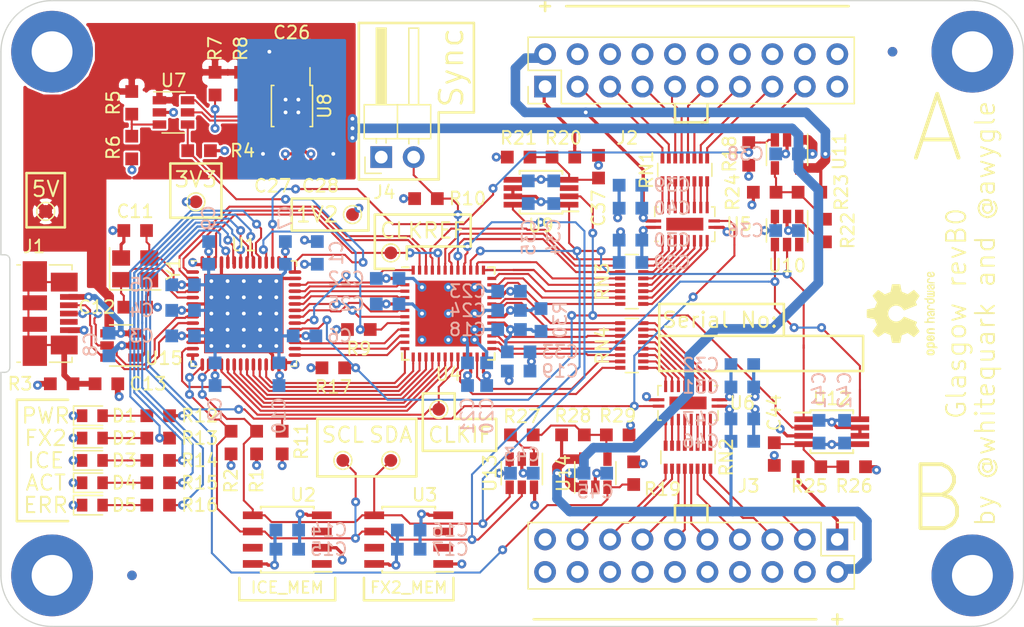
<source format=kicad_pcb>
(kicad_pcb (version 20171130) (host pcbnew 5.0.1-33cea8e~68~ubuntu18.04.1)
  (title_block (title "Glasgow Debug Tool") (rev B0) (company "whitequark research") (comment 1 "by @whitequark & @awygle"))
  (layers (0 F.Cu signal) (1 In1.Cu power hide) (2 In2.Cu power hide) (31 B.Cu signal) (34 B.Paste user hide) (35 F.Paste user hide) (36 B.SilkS user) (37 F.SilkS user) (38 B.Mask user hide) (39 F.Mask user hide) (44 Edge.Cuts user))
  (net 0 "")
  (net 1 /SDA)
  (net 2 +3V3)
  (net 3 GND)
  (net 4 /SCL)
  (net 5 "Net-(U3-Pad2)")
  (net 6 "Net-(U3-Pad3)")
  (net 7 "Net-(U3-Pad7)")
  (net 8 "Net-(U2-Pad7)")
  (net 9 "Net-(U2-Pad3)")
  (net 10 "Net-(U2-Pad1)")
  (net 11 +5V)
  (net 12 "Net-(J1-Pad4)")
  (net 13 /~CY_RESET)
  (net 14 /SHLD)
  (net 15 /USB_P)
  (net 16 /XTALOUT)
  (net 17 /XTALIN)
  (net 18 /USB_N)
  (net 19 /D0)
  (net 20 /D1)
  (net 21 /D2)
  (net 22 /D3)
  (net 23 /D4)
  (net 24 /D5)
  (net 25 /D6)
  (net 26 /D7)
  (net 27 /FLAGA)
  (net 28 /FLAGB)
  (net 29 /FLAGC)
  (net 30 /OE)
  (net 31 /A0)
  (net 32 /A1)
  (net 33 /PKTEND)
  (net 34 "Net-(J2-Pad19)")
  (net 35 "Net-(U6-Pad21)")
  (net 36 "Net-(U5-Pad21)")
  (net 37 /FPGA_DONE)
  (net 38 /~FPGA_RESET)
  (net 39 "Net-(J3-Pad19)")
  (net 40 /QB0)
  (net 41 /QB1)
  (net 42 /QB2)
  (net 43 /QB3)
  (net 44 /QB4)
  (net 45 /QB5)
  (net 46 /QB6)
  (net 47 /QB7)
  (net 48 /QA7)
  (net 49 /QA6)
  (net 50 /QA5)
  (net 51 /QA4)
  (net 52 /QA3)
  (net 53 /QA2)
  (net 54 /QA1)
  (net 55 /QA0)
  (net 56 /VCCPLL)
  (net 57 /IOBufferB/Y0)
  (net 58 /IOBufferB/Y1)
  (net 59 /IOBufferB/Y2)
  (net 60 /IOBufferB/Y3)
  (net 61 /IOBufferB/Y4)
  (net 62 /IOBufferB/Y5)
  (net 63 /IOBufferB/Y6)
  (net 64 /IOBufferB/Y7)
  (net 65 /IOBufferA/Y7)
  (net 66 /IOBufferA/Y6)
  (net 67 /IOBufferA/Y5)
  (net 68 /IOBufferA/Y4)
  (net 69 /IOBufferA/Y3)
  (net 70 /IOBufferA/Y2)
  (net 71 /IOBufferA/Y1)
  (net 72 /IOBufferA/Y0)
  (net 73 +1V2)
  (net 74 /1V2EN)
  (net 75 /3V3EN)
  (net 76 "Net-(U8-Pad3)")
  (net 77 "Net-(U8-Pad6)")
  (net 78 /PGOOD)
  (net 79 /CLKIF)
  (net 80 /FLAGD)
  (net 81 /VUSB)
  (net 82 /~SYNC)
  (net 83 /LED_CY)
  (net 84 "Net-(D2-Pad2)")
  (net 85 "Net-(D5-Pad2)")
  (net 86 /LED_ERR)
  (net 87 /LED_ACT)
  (net 88 "Net-(D4-Pad2)")
  (net 89 "Net-(D3-Pad2)")
  (net 90 /LED_FPGA)
  (net 91 "Net-(D1-Pad2)")
  (net 92 /~OEQ)
  (net 93 /~ALERT)
  (net 94 "Net-(R27-Pad1)")
  (net 95 "Net-(R22-Pad1)")
  (net 96 /IOBufferA/ADRDAC)
  (net 97 /IOBufferA/ADRADC)
  (net 98 /IOBufferA/VFB)
  (net 99 /IOBufferB/VSAMP)
  (net 100 /IOBufferB/VFB)
  (net 101 /IOBufferA/VSAMP)
  (net 102 /CLKREF)
  (net 103 /IOBufferA/VIO)
  (net 104 /IOBufferB/VSENSE)
  (net 105 /IOBufferB/VIO)
  (net 106 /IOBufferA/VSENSE)
  (net 107 /ENVB)
  (net 108 /ENVA)
  (net 109 /WR)
  (net 110 /RD)
  (net 111 /IOBufferA/Z0)
  (net 112 /IOBufferA/Z7)
  (net 113 /IOBufferA/Z1)
  (net 114 /IOBufferA/Z2)
  (net 115 /IOBufferA/Z3)
  (net 116 /IOBufferA/Z5)
  (net 117 /IOBufferA/Z4)
  (net 118 /IOBufferA/Z6)
  (net 119 /IOBufferB/Z6)
  (net 120 /IOBufferB/Z4)
  (net 121 /IOBufferB/Z5)
  (net 122 /IOBufferB/Z3)
  (net 123 /IOBufferB/Z2)
  (net 124 /IOBufferB/Z1)
  (net 125 /IOBufferB/Z7)
  (net 126 /IOBufferB/Z0)
  (net 127 /IOBufferB/X0)
  (net 128 /IOBufferB/X7)
  (net 129 /IOBufferB/X1)
  (net 130 /IOBufferB/X2)
  (net 131 /IOBufferB/X3)
  (net 132 /IOBufferB/X5)
  (net 133 /IOBufferB/X4)
  (net 134 /IOBufferB/X6)
  (net 135 /IOBufferA/X6)
  (net 136 /IOBufferA/X4)
  (net 137 /IOBufferA/X5)
  (net 138 /IOBufferA/X3)
  (net 139 /IOBufferA/X2)
  (net 140 /IOBufferA/X1)
  (net 141 /IOBufferA/X7)
  (net 142 /IOBufferA/X0)
  (module Package_DFN_QFN:Cypress_QFN-56-1EP_8x8mm_P0.5mm_EP6.22x6.22mm_ThermalVias (layer F.Cu) (at 69 95.5)
    (fp_text reference U1 (at 0 -5.395) (layer F.SilkS))
    (fp_text value CY7C68013A-56LTX)
    (pad 57 smd rect (at 0 0) (size 6.1 6.1) (layers B.Cu) (net 3 GND))
    (pad 57 thru_hole circle (at -2.54 2.54) (size 0.6 0.6) (drill 0.3) (layers *.Cu) (net 3 GND))
    (pad 57 thru_hole circle (at -1.27 2.54) (size 0.6 0.6) (drill 0.3) (layers *.Cu) (net 3 GND))
    (pad 57 thru_hole circle (at 0 2.54) (size 0.6 0.6) (drill 0.3) (layers *.Cu) (net 3 GND))
    (pad 57 thru_hole circle (at 1.27 2.54) (size 0.6 0.6) (drill 0.3) (layers *.Cu) (net 3 GND))
    (pad 57 thru_hole circle (at 2.54 2.54) (size 0.6 0.6) (drill 0.3) (layers *.Cu) (net 3 GND))
    (pad 57 thru_hole circle (at 2.54 1.27) (size 0.6 0.6) (drill 0.3) (layers *.Cu) (net 3 GND))
    (pad 57 thru_hole circle (at 1.27 1.27) (size 0.6 0.6) (drill 0.3) (layers *.Cu) (net 3 GND))
    (pad 57 thru_hole circle (at 0 1.27) (size 0.6 0.6) (drill 0.3) (layers *.Cu) (net 3 GND))
    (pad 57 thru_hole circle (at -1.27 1.27) (size 0.6 0.6) (drill 0.3) (layers *.Cu) (net 3 GND))
    (pad 57 thru_hole circle (at -2.54 1.27) (size 0.6 0.6) (drill 0.3) (layers *.Cu) (net 3 GND))
    (pad 57 thru_hole circle (at -2.54 -2.54) (size 0.6 0.6) (drill 0.3) (layers *.Cu) (net 3 GND))
    (pad 57 thru_hole circle (at -1.27 -2.54) (size 0.6 0.6) (drill 0.3) (layers *.Cu) (net 3 GND))
    (pad 57 thru_hole circle (at 0 -2.54) (size 0.6 0.6) (drill 0.3) (layers *.Cu) (net 3 GND))
    (pad 57 thru_hole circle (at 1.27 -2.54) (size 0.6 0.6) (drill 0.3) (layers *.Cu) (net 3 GND))
    (pad 57 thru_hole circle (at 2.54 -2.54) (size 0.6 0.6) (drill 0.3) (layers *.Cu) (net 3 GND))
    (pad 57 thru_hole circle (at 2.54 -1.27) (size 0.6 0.6) (drill 0.3) (layers *.Cu) (net 3 GND))
    (pad 57 thru_hole circle (at 1.27 -1.27) (size 0.6 0.6) (drill 0.3) (layers *.Cu) (net 3 GND))
    (pad 57 thru_hole circle (at 0 -1.27) (size 0.6 0.6) (drill 0.3) (layers *.Cu) (net 3 GND))
    (pad 57 thru_hole circle (at -1.27 -1.27) (size 0.6 0.6) (drill 0.3) (layers *.Cu) (net 3 GND))
    (pad 57 thru_hole circle (at -2.54 -1.27) (size 0.6 0.6) (drill 0.3) (layers *.Cu) (net 3 GND))
    (pad 57 thru_hole circle (at -2.54 0) (size 0.6 0.6) (drill 0.3) (layers *.Cu) (net 3 GND))
    (pad 57 thru_hole circle (at -1.27 0) (size 0.6 0.6) (drill 0.3) (layers *.Cu) (net 3 GND))
    (pad 57 thru_hole circle (at 2.54 0) (size 0.6 0.6) (drill 0.3) (layers *.Cu) (net 3 GND))
    (pad 57 thru_hole circle (at 1.27 0) (size 0.6 0.6) (drill 0.3) (layers *.Cu) (net 3 GND))
    (pad 57 thru_hole circle (at 0 0) (size 0.6 0.6) (drill 0.3) (layers *.Cu) (net 3 GND))
    (pad 57 smd rect (at 0 0) (size 6.22 6.22) (layers F.Cu) (net 3 GND))
    (pad 56 smd oval (at -3.25 -4) (size 0.28 1) (layers F.Cu F.Paste F.Mask) (net 3 GND))
    (pad 55 smd oval (at -2.75 -4) (size 0.28 1) (layers F.Cu F.Paste F.Mask) (net 2 +3V3))
    (pad 54 smd oval (at -2.25 -4) (size 0.28 1) (layers F.Cu F.Paste F.Mask) (net 102 /CLKREF))
    (pad 53 smd oval (at -1.75 -4) (size 0.28 1) (layers F.Cu F.Paste F.Mask) (net 3 GND))
    (pad 52 smd oval (at -1.25 -4) (size 0.28 1) (layers F.Cu F.Paste F.Mask) (net 92 /~OEQ))
    (pad 51 smd oval (at -0.75 -4) (size 0.28 1) (layers F.Cu F.Paste F.Mask) (net 107 /ENVB))
    (pad 50 smd oval (at -0.25 -4) (size 0.28 1) (layers F.Cu F.Paste F.Mask) (net 86 /LED_ERR))
    (pad 49 smd oval (at 0.25 -4) (size 0.28 1) (layers F.Cu F.Paste F.Mask) (net 87 /LED_ACT))
    (pad 48 smd oval (at 0.75 -4) (size 0.28 1) (layers F.Cu F.Paste F.Mask) (net 90 /LED_FPGA))
    (pad 47 smd oval (at 1.25 -4) (size 0.28 1) (layers F.Cu F.Paste F.Mask) (net 83 /LED_CY))
    (pad 46 smd oval (at 1.75 -4) (size 0.28 1) (layers F.Cu F.Paste F.Mask) (net 38 /~FPGA_RESET))
    (pad 45 smd oval (at 2.25 -4) (size 0.28 1) (layers F.Cu F.Paste F.Mask) (net 108 /ENVA))
    (pad 44 smd oval (at 2.75 -4) (size 0.28 1) (layers F.Cu F.Paste F.Mask) (net 2 +3V3))
    (pad 43 smd oval (at 3.25 -4) (size 0.28 1) (layers F.Cu F.Paste F.Mask) (net 2 +3V3))
    (pad 42 smd oval (at 4 -3.25) (size 1 0.28) (layers F.Cu F.Paste F.Mask) (net 13 /~CY_RESET))
    (pad 41 smd oval (at 4 -2.75) (size 1 0.28) (layers F.Cu F.Paste F.Mask) (net 3 GND))
    (pad 40 smd oval (at 4 -2.25) (size 1 0.28) (layers F.Cu F.Paste F.Mask) (net 80 /FLAGD))
    (pad 39 smd oval (at 4 -1.75) (size 1 0.28) (layers F.Cu F.Paste F.Mask) (net 33 /PKTEND))
    (pad 38 smd oval (at 4 -1.25) (size 1 0.28) (layers F.Cu F.Paste F.Mask) (net 32 /A1))
    (pad 37 smd oval (at 4 -0.75) (size 1 0.28) (layers F.Cu F.Paste F.Mask) (net 31 /A0))
    (pad 36 smd oval (at 4 -0.25) (size 1 0.28) (layers F.Cu F.Paste F.Mask) (net 37 /FPGA_DONE))
    (pad 35 smd oval (at 4 0.25) (size 1 0.28) (layers F.Cu F.Paste F.Mask) (net 30 /OE))
    (pad 34 smd oval (at 4 0.75) (size 1 0.28) (layers F.Cu F.Paste F.Mask) (net 80 /FLAGD))
    (pad 33 smd oval (at 4 1.25) (size 1 0.28) (layers F.Cu F.Paste F.Mask) (net 93 /~ALERT))
    (pad 32 smd oval (at 4 1.75) (size 1 0.28) (layers F.Cu F.Paste F.Mask) (net 2 +3V3))
    (pad 31 smd oval (at 4 2.25) (size 1 0.28) (layers F.Cu F.Paste F.Mask) (net 29 /FLAGC))
    (pad 30 smd oval (at 4 2.75) (size 1 0.28) (layers F.Cu F.Paste F.Mask) (net 28 /FLAGB))
    (pad 29 smd oval (at 4 3.25) (size 1 0.28) (layers F.Cu F.Paste F.Mask) (net 27 /FLAGA))
    (pad 28 smd oval (at 3.25 4) (size 0.28 1) (layers F.Cu F.Paste F.Mask) (net 3 GND))
    (pad 27 smd oval (at 2.75 4) (size 0.28 1) (layers F.Cu F.Paste F.Mask) (net 2 +3V3))
    (pad 26 smd oval (at 2.25 4) (size 0.28 1) (layers F.Cu F.Paste F.Mask) (net 3 GND))
    (pad 25 smd oval (at 1.75 4) (size 0.28 1) (layers F.Cu F.Paste F.Mask) (net 26 /D7))
    (pad 24 smd oval (at 1.25 4) (size 0.28 1) (layers F.Cu F.Paste F.Mask) (net 25 /D6))
    (pad 23 smd oval (at 0.75 4) (size 0.28 1) (layers F.Cu F.Paste F.Mask) (net 24 /D5))
    (pad 22 smd oval (at 0.25 4) (size 0.28 1) (layers F.Cu F.Paste F.Mask) (net 23 /D4))
    (pad 21 smd oval (at -0.25 4) (size 0.28 1) (layers F.Cu F.Paste F.Mask) (net 22 /D3))
    (pad 20 smd oval (at -0.75 4) (size 0.28 1) (layers F.Cu F.Paste F.Mask) (net 21 /D2))
    (pad 19 smd oval (at -1.25 4) (size 0.28 1) (layers F.Cu F.Paste F.Mask) (net 20 /D1))
    (pad 18 smd oval (at -1.75 4) (size 0.28 1) (layers F.Cu F.Paste F.Mask) (net 19 /D0))
    (pad 17 smd oval (at -2.25 4) (size 0.28 1) (layers F.Cu F.Paste F.Mask) (net 2 +3V3))
    (pad 16 smd oval (at -2.75 4) (size 0.28 1) (layers F.Cu F.Paste F.Mask) (net 1 /SDA))
    (pad 15 smd oval (at -3.25 4) (size 0.28 1) (layers F.Cu F.Paste F.Mask) (net 4 /SCL))
    (pad 14 smd oval (at -4 3.25) (size 1 0.28) (layers F.Cu F.Paste F.Mask) (net 3 GND))
    (pad 13 smd oval (at -4 2.75) (size 1 0.28) (layers F.Cu F.Paste F.Mask) (net 79 /CLKIF))
    (pad 12 smd oval (at -4 2.25) (size 1 0.28) (layers F.Cu F.Paste F.Mask) (net 3 GND))
    (pad 11 smd oval (at -4 1.75) (size 1 0.28) (layers F.Cu F.Paste F.Mask) (net 2 +3V3))
    (pad 10 smd oval (at -4 1.25) (size 1 0.28) (layers F.Cu F.Paste F.Mask) (net 3 GND))
    (pad 9 smd oval (at -4 0.75) (size 1 0.28) (layers F.Cu F.Paste F.Mask) (net 18 /USB_N))
    (pad 8 smd oval (at -4 0.25) (size 1 0.28) (layers F.Cu F.Paste F.Mask) (net 15 /USB_P))
    (pad 7 smd oval (at -4 -0.25) (size 1 0.28) (layers F.Cu F.Paste F.Mask) (net 2 +3V3))
    (pad 6 smd oval (at -4 -0.75) (size 1 0.28) (layers F.Cu F.Paste F.Mask) (net 3 GND))
    (pad 5 smd oval (at -4 -1.25) (size 1 0.28) (layers F.Cu F.Paste F.Mask) (net 17 /XTALIN))
    (pad 4 smd oval (at -4 -1.75) (size 1 0.28) (layers F.Cu F.Paste F.Mask) (net 16 /XTALOUT))
    (pad 3 smd oval (at -4 -2.25) (size 1 0.28) (layers F.Cu F.Paste F.Mask) (net 2 +3V3))
    (pad 2 smd oval (at -4 -2.75) (size 1 0.28) (layers F.Cu F.Paste F.Mask) (net 109 /WR))
    (pad 1 smd oval (at -4 -3.25) (size 1 0.28) (layers F.Cu F.Paste F.Mask) (net 110 /RD))
  )
  (module Resistor_SMD:R_Array_Convex_8x0602 (layer F.Cu) (at 99.35 93)
    (fp_text reference RN3 (at -2.3 0 90) (layer F.SilkS))
    (fp_text value R_Pack08 hide)
    (pad 10 smd rect (at 0.9 1.25) (size 0.8 0.3) (layers F.Cu F.Paste F.Mask) (net 135 /IOBufferA/X6))
    (pad 12 smd rect (at 0.9 0.25) (size 0.8 0.3) (layers F.Cu F.Paste F.Mask) (net 136 /IOBufferA/X4))
    (pad 11 smd rect (at 0.9 0.75) (size 0.8 0.3) (layers F.Cu F.Paste F.Mask) (net 137 /IOBufferA/X5))
    (pad 13 smd rect (at 0.9 -0.25) (size 0.8 0.3) (layers F.Cu F.Paste F.Mask) (net 138 /IOBufferA/X3))
    (pad 14 smd rect (at 0.9 -0.75) (size 0.8 0.3) (layers F.Cu F.Paste F.Mask) (net 139 /IOBufferA/X2))
    (pad 15 smd rect (at 0.9 -1.25) (size 0.8 0.3) (layers F.Cu F.Paste F.Mask) (net 140 /IOBufferA/X1))
    (pad 7 smd rect (at -0.9 1.25) (size 0.8 0.3) (layers F.Cu F.Paste F.Mask) (net 49 /QA6))
    (pad 6 smd rect (at -0.9 0.75) (size 0.8 0.3) (layers F.Cu F.Paste F.Mask) (net 50 /QA5))
    (pad 5 smd rect (at -0.9 0.25) (size 0.8 0.3) (layers F.Cu F.Paste F.Mask) (net 51 /QA4))
    (pad 4 smd rect (at -0.9 -0.25) (size 0.8 0.3) (layers F.Cu F.Paste F.Mask) (net 52 /QA3))
    (pad 3 smd rect (at -0.9 -0.75) (size 0.8 0.3) (layers F.Cu F.Paste F.Mask) (net 53 /QA2))
    (pad 2 smd rect (at -0.9 -1.25) (size 0.8 0.3) (layers F.Cu F.Paste F.Mask) (net 54 /QA1))
    (pad 9 smd rect (at 0.9 1.75) (size 0.8 0.3) (layers F.Cu F.Paste F.Mask) (net 141 /IOBufferA/X7))
    (pad 8 smd rect (at -0.9 1.75) (size 0.8 0.3) (layers F.Cu F.Paste F.Mask) (net 48 /QA7))
    (pad 16 smd rect (at 0.9 -1.75) (size 0.8 0.3) (layers F.Cu F.Paste F.Mask) (net 142 /IOBufferA/X0))
    (pad 1 smd rect (at -0.9 -1.75) (size 0.8 0.3) (layers F.Cu F.Paste F.Mask) (net 55 /QA0))
  )
  (module Resistor_SMD:R_Array_Convex_8x0602 (layer F.Cu) (at 99.35 98)
    (fp_text reference RN4 (at -2.3 0 90) (layer F.SilkS))
    (fp_text value R_Pack08 hide)
    (pad 1 smd rect (at -0.9 -1.75) (size 0.8 0.3) (layers F.Cu F.Paste F.Mask) (net 40 /QB0))
    (pad 16 smd rect (at 0.9 -1.75) (size 0.8 0.3) (layers F.Cu F.Paste F.Mask) (net 127 /IOBufferB/X0))
    (pad 8 smd rect (at -0.9 1.75) (size 0.8 0.3) (layers F.Cu F.Paste F.Mask) (net 47 /QB7))
    (pad 9 smd rect (at 0.9 1.75) (size 0.8 0.3) (layers F.Cu F.Paste F.Mask) (net 128 /IOBufferB/X7))
    (pad 2 smd rect (at -0.9 -1.25) (size 0.8 0.3) (layers F.Cu F.Paste F.Mask) (net 41 /QB1))
    (pad 3 smd rect (at -0.9 -0.75) (size 0.8 0.3) (layers F.Cu F.Paste F.Mask) (net 42 /QB2))
    (pad 4 smd rect (at -0.9 -0.25) (size 0.8 0.3) (layers F.Cu F.Paste F.Mask) (net 43 /QB3))
    (pad 5 smd rect (at -0.9 0.25) (size 0.8 0.3) (layers F.Cu F.Paste F.Mask) (net 44 /QB4))
    (pad 6 smd rect (at -0.9 0.75) (size 0.8 0.3) (layers F.Cu F.Paste F.Mask) (net 45 /QB5))
    (pad 7 smd rect (at -0.9 1.25) (size 0.8 0.3) (layers F.Cu F.Paste F.Mask) (net 46 /QB6))
    (pad 15 smd rect (at 0.9 -1.25) (size 0.8 0.3) (layers F.Cu F.Paste F.Mask) (net 129 /IOBufferB/X1))
    (pad 14 smd rect (at 0.9 -0.75) (size 0.8 0.3) (layers F.Cu F.Paste F.Mask) (net 130 /IOBufferB/X2))
    (pad 13 smd rect (at 0.9 -0.25) (size 0.8 0.3) (layers F.Cu F.Paste F.Mask) (net 131 /IOBufferB/X3))
    (pad 11 smd rect (at 0.9 0.75) (size 0.8 0.3) (layers F.Cu F.Paste F.Mask) (net 132 /IOBufferB/X5))
    (pad 12 smd rect (at 0.9 0.25) (size 0.8 0.3) (layers F.Cu F.Paste F.Mask) (net 133 /IOBufferB/X4))
    (pad 10 smd rect (at 0.9 1.25) (size 0.8 0.3) (layers F.Cu F.Paste F.Mask) (net 134 /IOBufferB/X6))
  )
  (module Capacitor_SMD:C_0603_1608Metric_Pad0.99x1.00mm_HandSolder (layer B.Cu) (at 58.45 97.925 270)
    (fp_text reference C8 (at 0 1.45 270) (layer B.SilkS) (effects (justify mirror)))
    (fp_text value u1)
    (pad 1 smd rect (at -0.8875 0 270) (size 0.995 1) (layers B.Cu B.Paste B.Mask) (net 81 /VUSB))
    (pad 2 smd rect (at 0.8875 0 270) (size 0.995 1) (layers B.Cu B.Paste B.Mask) (net 3 GND))
  )
  (module Package_TO_SOT_SMD:SOT-23-6 (layer F.Cu) (at 59.4 98 180)
    (fp_text reference U15 (at -3.35 -1 180) (layer F.SilkS))
    (fp_text value TPD3S014)
    (pad 5 smd rect (at 1.1 0 180) (size 1.06 0.65) (layers F.Cu F.Paste F.Mask) (net 15 /USB_P))
    (pad 6 smd rect (at 1.1 -0.95 180) (size 1.06 0.65) (layers F.Cu F.Paste F.Mask) (net 18 /USB_N))
    (pad 4 smd rect (at 1.1 0.95 180) (size 1.06 0.65) (layers F.Cu F.Paste F.Mask) (net 11 +5V))
    (pad 3 smd rect (at -1.1 0.95 180) (size 1.06 0.65) (layers F.Cu F.Paste F.Mask) (net 81 /VUSB))
    (pad 2 smd rect (at -1.1 0 180) (size 1.06 0.65) (layers F.Cu F.Paste F.Mask) (net 3 GND))
    (pad 1 smd rect (at -1.1 -0.95 180) (size 1.06 0.65) (layers F.Cu F.Paste F.Mask) (net 81 /VUSB))
  )
  (module Fiducial:Fiducial_0.75mm_Dia_1.5mm_Outer (layer B.Cu) (at 119.75 75)
    (fp_text reference FID4 hide)
    (fp_text value Fiducial_0.75mm_Dia_1.5mm_Outer hide)
    (pad ~ smd circle (at 0 0) (size 0.75 0.75) (layers B.Cu B.Mask) (clearance 0.375))
  )
  (module Fiducial:Fiducial_0.75mm_Dia_1.5mm_Outer (layer B.Cu) (at 60.25 116)
    (fp_text reference FID1 hide)
    (fp_text value Fiducial_0.75mm_Dia_1.5mm_Outer hide)
    (pad ~ smd circle (at 0 0) (size 0.75 0.75) (layers B.Cu B.Mask) (clearance 0.375))
  )
  (module Fiducial:Fiducial_0.75mm_Dia_1.5mm_Outer (layer F.Cu) (at 119.75 75)
    (fp_text reference FID2 hide)
    (fp_text value Fiducial_0.75mm_Dia_1.5mm_Outer hide)
    (pad ~ smd circle (at 0 0) (size 0.75 0.75) (layers F.Cu F.Mask) (clearance 0.375))
  )
  (module Fiducial:Fiducial_0.75mm_Dia_1.5mm_Outer (layer F.Cu) (at 60.25 116)
    (fp_text reference FID1 hide)
    (fp_text value Fiducial_0.75mm_Dia_1.5mm_Outer hide)
    (pad ~ smd circle (at 0 0) (size 0.75 0.75) (layers F.Cu F.Mask) (clearance 0.375))
  )
  (module Package_SO:MSOP-8-1EP_3x3mm_P0.65mm_EP2.54x2.8mm_ThermalVias (layer F.Cu) (at 72.766581 79.25 270)
    (fp_text reference U8 (at 0 -2.55 270) (layer F.SilkS))
    (fp_text value MIC5355-S4YMME)
    (pad 8 smd rect (at 2.4 -0.975 270) (size 1.26 0.4) (layers F.Cu F.Paste F.Mask) (net 2 +3V3))
    (pad 9 smd rect (at 0 0 270) (size 2.54 2.8) (layers F.Cu F.Mask) (net 3 GND))
    (pad 7 smd rect (at 2.4 -0.325 270) (size 1.26 0.4) (layers F.Cu F.Paste F.Mask) (net 73 +1V2))
    (pad 3 smd rect (at -2.4 0.325 270) (size 1.26 0.4) (layers F.Cu F.Paste F.Mask) (net 76 "Net-(U8-Pad3)"))
    (pad 2 smd rect (at -2.4 -0.325 270) (size 1.26 0.4) (layers F.Cu F.Paste F.Mask) (net 3 GND))
    (pad 6 smd rect (at 2.4 0.325 270) (size 1.26 0.4) (layers F.Cu F.Paste F.Mask) (net 77 "Net-(U8-Pad6)"))
    (pad 4 smd rect (at -2.4 0.975 270) (size 1.26 0.4) (layers F.Cu F.Paste F.Mask) (net 74 /1V2EN))
    (pad 1 smd rect (at -2.4 -0.975 270) (size 1.26 0.4) (layers F.Cu F.Paste F.Mask) (net 11 +5V))
    (pad 5 smd rect (at 2.4 0.975 270) (size 1.26 0.4) (layers F.Cu F.Paste F.Mask) (net 75 /3V3EN))
    (pad 9 thru_hole circle (at 0.5 -0.5 270) (size 0.6 0.6) (drill 0.3) (layers *.Cu *.Mask) (net 3 GND))
    (pad 9 thru_hole circle (at 0.5 0.5 270) (size 0.6 0.6) (drill 0.3) (layers *.Cu *.Mask) (net 3 GND))
    (pad 9 thru_hole circle (at -0.5 0.5 270) (size 0.6 0.6) (drill 0.3) (layers *.Cu *.Mask) (net 3 GND))
    (pad 9 thru_hole circle (at -0.5 -0.5 270) (size 0.6 0.6) (drill 0.3) (layers *.Cu *.Mask) (net 3 GND))
    (pad 9 smd rect (at 0 0 270) (size 2.54 2.8) (layers B.Cu) (net 3 GND))
  )
  (module Resistor_SMD:R_Array_Convex_8x0602 (layer F.Cu) (at 103.75 106.75 270)
    (fp_text reference RN2 (at 0 -3 270) (layer F.SilkS))
    (fp_text value R_Pack08 hide)
    (pad 10 smd rect (at 0.9 1.25 270) (size 0.8 0.3) (layers F.Cu F.Paste F.Mask) (net 119 /IOBufferB/Z6))
    (pad 12 smd rect (at 0.9 0.25 270) (size 0.8 0.3) (layers F.Cu F.Paste F.Mask) (net 120 /IOBufferB/Z4))
    (pad 11 smd rect (at 0.9 0.75 270) (size 0.8 0.3) (layers F.Cu F.Paste F.Mask) (net 121 /IOBufferB/Z5))
    (pad 13 smd rect (at 0.9 -0.25 270) (size 0.8 0.3) (layers F.Cu F.Paste F.Mask) (net 122 /IOBufferB/Z3))
    (pad 14 smd rect (at 0.9 -0.75 270) (size 0.8 0.3) (layers F.Cu F.Paste F.Mask) (net 123 /IOBufferB/Z2))
    (pad 15 smd rect (at 0.9 -1.25 270) (size 0.8 0.3) (layers F.Cu F.Paste F.Mask) (net 124 /IOBufferB/Z1))
    (pad 7 smd rect (at -0.9 1.25 270) (size 0.8 0.3) (layers F.Cu F.Paste F.Mask) (net 63 /IOBufferB/Y6))
    (pad 6 smd rect (at -0.9 0.75 270) (size 0.8 0.3) (layers F.Cu F.Paste F.Mask) (net 62 /IOBufferB/Y5))
    (pad 5 smd rect (at -0.9 0.25 270) (size 0.8 0.3) (layers F.Cu F.Paste F.Mask) (net 61 /IOBufferB/Y4))
    (pad 4 smd rect (at -0.9 -0.25 270) (size 0.8 0.3) (layers F.Cu F.Paste F.Mask) (net 60 /IOBufferB/Y3))
    (pad 3 smd rect (at -0.9 -0.75 270) (size 0.8 0.3) (layers F.Cu F.Paste F.Mask) (net 59 /IOBufferB/Y2))
    (pad 2 smd rect (at -0.9 -1.25 270) (size 0.8 0.3) (layers F.Cu F.Paste F.Mask) (net 58 /IOBufferB/Y1))
    (pad 9 smd rect (at 0.9 1.75 270) (size 0.8 0.3) (layers F.Cu F.Paste F.Mask) (net 125 /IOBufferB/Z7))
    (pad 8 smd rect (at -0.9 1.75 270) (size 0.8 0.3) (layers F.Cu F.Paste F.Mask) (net 64 /IOBufferB/Y7))
    (pad 16 smd rect (at 0.9 -1.75 270) (size 0.8 0.3) (layers F.Cu F.Paste F.Mask) (net 126 /IOBufferB/Z0))
    (pad 1 smd rect (at -0.9 -1.75 270) (size 0.8 0.3) (layers F.Cu F.Paste F.Mask) (net 57 /IOBufferB/Y0))
  )
  (module Resistor_SMD:R_Array_Convex_8x0602 (layer F.Cu) (at 103.5 84.25 90)
    (fp_text reference RN1 (at 0 -3 90) (layer F.SilkS))
    (fp_text value R_Pack08 hide)
    (pad 1 smd rect (at -0.9 -1.75 90) (size 0.8 0.3) (layers F.Cu F.Paste F.Mask) (net 72 /IOBufferA/Y0))
    (pad 16 smd rect (at 0.9 -1.75 90) (size 0.8 0.3) (layers F.Cu F.Paste F.Mask) (net 111 /IOBufferA/Z0))
    (pad 8 smd rect (at -0.9 1.75 90) (size 0.8 0.3) (layers F.Cu F.Paste F.Mask) (net 65 /IOBufferA/Y7))
    (pad 9 smd rect (at 0.9 1.75 90) (size 0.8 0.3) (layers F.Cu F.Paste F.Mask) (net 112 /IOBufferA/Z7))
    (pad 2 smd rect (at -0.9 -1.25 90) (size 0.8 0.3) (layers F.Cu F.Paste F.Mask) (net 71 /IOBufferA/Y1))
    (pad 3 smd rect (at -0.9 -0.75 90) (size 0.8 0.3) (layers F.Cu F.Paste F.Mask) (net 70 /IOBufferA/Y2))
    (pad 4 smd rect (at -0.9 -0.25 90) (size 0.8 0.3) (layers F.Cu F.Paste F.Mask) (net 69 /IOBufferA/Y3))
    (pad 5 smd rect (at -0.9 0.25 90) (size 0.8 0.3) (layers F.Cu F.Paste F.Mask) (net 68 /IOBufferA/Y4))
    (pad 6 smd rect (at -0.9 0.75 90) (size 0.8 0.3) (layers F.Cu F.Paste F.Mask) (net 67 /IOBufferA/Y5))
    (pad 7 smd rect (at -0.9 1.25 90) (size 0.8 0.3) (layers F.Cu F.Paste F.Mask) (net 66 /IOBufferA/Y6))
    (pad 15 smd rect (at 0.9 -1.25 90) (size 0.8 0.3) (layers F.Cu F.Paste F.Mask) (net 113 /IOBufferA/Z1))
    (pad 14 smd rect (at 0.9 -0.75 90) (size 0.8 0.3) (layers F.Cu F.Paste F.Mask) (net 114 /IOBufferA/Z2))
    (pad 13 smd rect (at 0.9 -0.25 90) (size 0.8 0.3) (layers F.Cu F.Paste F.Mask) (net 115 /IOBufferA/Z3))
    (pad 11 smd rect (at 0.9 0.75 90) (size 0.8 0.3) (layers F.Cu F.Paste F.Mask) (net 116 /IOBufferA/Z5))
    (pad 12 smd rect (at 0.9 0.25 90) (size 0.8 0.3) (layers F.Cu F.Paste F.Mask) (net 117 /IOBufferA/Z4))
    (pad 10 smd rect (at 0.9 1.25 90) (size 0.8 0.3) (layers F.Cu F.Paste F.Mask) (net 118 /IOBufferA/Z6))
  )
  (module TestPoint:TestPoint_Pad_D1.0mm (layer F.Cu) (at 84.25 103)
    (fp_text reference TP7 hide)
    (fp_text value 3V3)
    (pad 1 smd circle (at 0 0) (size 1 1) (layers F.Cu F.Mask) (net 79 /CLKIF))
  )
  (module Crystals:Crystal_SMD_3225-4pin_3.2x2.5mm (layer F.Cu) (at 60.5 92)
    (fp_text reference Y1 (at 3 0 90) (layer F.SilkS))
    (fp_text value 24M)
    (pad 4 smd rect (at -1.1 -0.85) (size 1.4 1.2) (layers F.Cu F.Paste F.Mask) (net 3 GND))
    (pad 3 smd rect (at 1.1 -0.85) (size 1.4 1.2) (layers F.Cu F.Paste F.Mask) (net 16 /XTALOUT))
    (pad 2 smd rect (at 1.1 0.85) (size 1.4 1.2) (layers F.Cu F.Paste F.Mask) (net 3 GND))
    (pad 1 smd rect (at -1.1 0.85) (size 1.4 1.2) (layers F.Cu F.Paste F.Mask) (net 17 /XTALIN))
  )
  (module LED_SMD:LED_0603_1608Metric_Pad0.82x1.00mm_HandSolder (layer F.Cu) (at 57.15 110.5)
    (fp_text reference D5 (at 2.5 0) (layer F.SilkS))
    (fp_text value RED)
    (pad 2 smd rect (at 0.8 0) (size 0.82 1) (layers F.Cu F.Paste F.Mask) (net 85 "Net-(D5-Pad2)"))
    (pad 1 smd rect (at -0.8 0) (size 0.82 1) (layers F.Cu F.Paste F.Mask) (net 3 GND))
  )
  (module LED_SMD:LED_0603_1608Metric_Pad0.82x1.00mm_HandSolder (layer F.Cu) (at 57.15 108.75)
    (fp_text reference D4 (at 2.5 0) (layer F.SilkS))
    (fp_text value YEL)
    (pad 2 smd rect (at 0.8 0) (size 0.82 1) (layers F.Cu F.Paste F.Mask) (net 88 "Net-(D4-Pad2)"))
    (pad 1 smd rect (at -0.8 0) (size 0.82 1) (layers F.Cu F.Paste F.Mask) (net 3 GND))
  )
  (module LED_SMD:LED_0603_1608Metric_Pad0.82x1.00mm_HandSolder (layer F.Cu) (at 57.15 107)
    (fp_text reference D3 (at 2.5 0) (layer F.SilkS))
    (fp_text value GRN)
    (pad 2 smd rect (at 0.8 0) (size 0.82 1) (layers F.Cu F.Paste F.Mask) (net 89 "Net-(D3-Pad2)"))
    (pad 1 smd rect (at -0.8 0) (size 0.82 1) (layers F.Cu F.Paste F.Mask) (net 3 GND))
  )
  (module LED_SMD:LED_0603_1608Metric_Pad0.82x1.00mm_HandSolder (layer F.Cu) (at 57.15 105.25)
    (fp_text reference D2 (at 2.5 0) (layer F.SilkS))
    (fp_text value GRN)
    (pad 2 smd rect (at 0.8 0) (size 0.82 1) (layers F.Cu F.Paste F.Mask) (net 84 "Net-(D2-Pad2)"))
    (pad 1 smd rect (at -0.8 0) (size 0.82 1) (layers F.Cu F.Paste F.Mask) (net 3 GND))
  )
  (module LED_SMD:LED_0603_1608Metric_Pad0.82x1.00mm_HandSolder (layer F.Cu) (at 57.15 103.5)
    (fp_text reference D1 (at 2.5 0) (layer F.SilkS))
    (fp_text value GRN)
    (pad 2 smd rect (at 0.8 0) (size 0.82 1) (layers F.Cu F.Paste F.Mask) (net 91 "Net-(D1-Pad2)"))
    (pad 1 smd rect (at -0.8 0) (size 0.82 1) (layers F.Cu F.Paste F.Mask) (net 3 GND))
  )
  (module TestPoint:TestPoint_Pad_D1.0mm (layer F.Cu) (at 80.5 90.75)
    (fp_text reference TP6 hide)
    (fp_text value CLKREF)
    (pad 1 smd circle (at 0 0) (size 1 1) (layers F.Cu F.Mask) (net 102 /CLKREF))
  )
  (module TestPoint:TestPoint_Pad_D1.0mm (layer F.Cu) (at 80.5 107)
    (fp_text reference TP4 hide)
    (fp_text value SDA)
    (pad 1 smd circle (at 0 0) (size 1 1) (layers F.Cu F.Mask) (net 1 /SDA))
  )
  (module TestPoint:TestPoint_Pad_D1.0mm (layer F.Cu) (at 76.75 107)
    (fp_text reference TP5 hide)
    (fp_text value SCL)
    (pad 1 smd circle (at 0 0) (size 1 1) (layers F.Cu F.Mask) (net 4 /SCL))
  )
  (module Capacitor_SMD:C_0603_1608Metric_Pad0.99x1.00mm_HandSolder (layer B.Cu) (at 99.25 89.75 180)
    (fp_text reference C30 (at -3.25 0 180) (layer B.SilkS) (effects (justify mirror)))
    (fp_text value u1)
    (pad 1 smd rect (at -0.8875 0 180) (size 0.995 1) (layers B.Cu B.Paste B.Mask) (net 2 +3V3))
    (pad 2 smd rect (at 0.8875 0 180) (size 0.995 1) (layers B.Cu B.Paste B.Mask) (net 3 GND))
  )
  (module Resistor_SMD:R_0603_1608Metric_Pad0.99x1.00mm_HandSolder (layer B.Cu) (at 92.25 96 90)
    (fp_text reference R30 (at 0 1.5 90) (layer B.SilkS) (effects (justify mirror)))
    (fp_text value 100)
    (pad 1 smd rect (at -0.8875 0 90) (size 0.995 1) (layers B.Cu B.Paste B.Mask) (net 56 /VCCPLL))
    (pad 2 smd rect (at 0.8875 0 90) (size 0.995 1) (layers B.Cu B.Paste B.Mask) (net 73 +1V2))
  )
  (module Capacitor_SMD:C_0603_1608Metric_Pad0.99x1.00mm_HandSolder (layer B.Cu) (at 93.25 86 270)
    (fp_text reference C34 (at 3.5 0 270) (layer B.SilkS) (effects (justify mirror)))
    (fp_text value 4u7)
    (pad 2 smd rect (at 0.8875 0 270) (size 0.995 1) (layers B.Cu B.Paste B.Mask) (net 3 GND))
    (pad 1 smd rect (at -0.8875 0 270) (size 0.995 1) (layers B.Cu B.Paste B.Mask) (net 2 +3V3))
  )
  (module Capacitor_SMD:C_0603_1608Metric_Pad0.99x1.00mm_HandSolder (layer B.Cu) (at 91.25 86 270)
    (fp_text reference C35 (at 3.531002 -0.037126 270) (layer B.SilkS) (effects (justify mirror)))
    (fp_text value u1)
    (pad 1 smd rect (at -0.8875 0 270) (size 0.995 1) (layers B.Cu B.Paste B.Mask) (net 2 +3V3))
    (pad 2 smd rect (at 0.8875 0 270) (size 0.995 1) (layers B.Cu B.Paste B.Mask) (net 3 GND))
  )
  (module Capacitor_SMD:C_0603_1608Metric_Pad0.99x1.00mm_HandSolder (layer B.Cu) (at 111.5 89 180)
    (fp_text reference C36 (at 3.25 0 180) (layer B.SilkS) (effects (justify mirror)))
    (fp_text value u1)
    (pad 2 smd rect (at 0.8875 0 180) (size 0.995 1) (layers B.Cu B.Paste B.Mask) (net 3 GND))
    (pad 1 smd rect (at -0.8875 0 180) (size 0.995 1) (layers B.Cu B.Paste B.Mask) (net 2 +3V3))
  )
  (module Capacitor_SMD:C_0603_1608Metric_Pad0.99x1.00mm_HandSolder (layer B.Cu) (at 111.5 83 180)
    (fp_text reference C38 (at 3.25 0 180) (layer B.SilkS) (effects (justify mirror)))
    (fp_text value u1)
    (pad 1 smd rect (at -0.8875 0 180) (size 0.995 1) (layers B.Cu B.Paste B.Mask) (net 11 +5V))
    (pad 2 smd rect (at 0.8875 0 180) (size 0.995 1) (layers B.Cu B.Paste B.Mask) (net 3 GND))
  )
  (module Capacitor_SMD:C_0603_1608Metric_Pad0.99x1.00mm_HandSolder (layer B.Cu) (at 108 103.75)
    (fp_text reference C47 (at -3.25 0) (layer B.SilkS) (effects (justify mirror)))
    (fp_text value u1)
    (pad 2 smd rect (at 0.8875 0) (size 0.995 1) (layers B.Cu B.Paste B.Mask) (net 3 GND))
    (pad 1 smd rect (at -0.8875 0) (size 0.995 1) (layers B.Cu B.Paste B.Mask) (net 105 /IOBufferB/VIO))
  )
  (module Capacitor_SMD:C_0603_1608Metric_Pad0.99x1.00mm_HandSolder (layer B.Cu) (at 108 105.5)
    (fp_text reference C46 (at -3.25 0) (layer B.SilkS) (effects (justify mirror)))
    (fp_text value 4u7)
    (pad 1 smd rect (at -0.8875 0) (size 0.995 1) (layers B.Cu B.Paste B.Mask) (net 105 /IOBufferB/VIO))
    (pad 2 smd rect (at 0.8875 0) (size 0.995 1) (layers B.Cu B.Paste B.Mask) (net 3 GND))
  )
  (module Capacitor_SMD:C_0603_1608Metric_Pad0.99x1.00mm_HandSolder (layer B.Cu) (at 96.5 108)
    (fp_text reference C45 (at 0 1.45) (layer B.SilkS) (effects (justify mirror)))
    (fp_text value u1)
    (pad 1 smd rect (at -0.8875 0) (size 0.995 1) (layers B.Cu B.Paste B.Mask) (net 11 +5V))
    (pad 2 smd rect (at 0.8875 0) (size 0.995 1) (layers B.Cu B.Paste B.Mask) (net 3 GND))
  )
  (module Capacitor_SMD:C_0603_1608Metric_Pad0.99x1.00mm_HandSolder (layer F.Cu) (at 110.5 106.5 270)
    (fp_text reference C44 (at -3.25 0 270) (layer F.SilkS))
    (fp_text value 12n)
    (pad 1 smd rect (at -0.8875 0 270) (size 0.995 1) (layers F.Cu F.Paste F.Mask) (net 99 /IOBufferB/VSAMP))
    (pad 2 smd rect (at 0.8875 0 270) (size 0.995 1) (layers F.Cu F.Paste F.Mask) (net 3 GND))
  )
  (module Capacitor_SMD:C_0603_1608Metric_Pad0.99x1.00mm_HandSolder (layer B.Cu) (at 90.75 108 180)
    (fp_text reference C43 (at 0 1.45 180) (layer B.SilkS) (effects (justify mirror)))
    (fp_text value u1)
    (pad 1 smd rect (at -0.8875 0 180) (size 0.995 1) (layers B.Cu B.Paste B.Mask) (net 2 +3V3))
    (pad 2 smd rect (at 0.8875 0 180) (size 0.995 1) (layers B.Cu B.Paste B.Mask) (net 3 GND))
  )
  (module Capacitor_SMD:C_0603_1608Metric_Pad0.99x1.00mm_HandSolder (layer B.Cu) (at 116 104.75 90)
    (fp_text reference C42 (at 3.25 0 90) (layer B.SilkS) (effects (justify mirror)))
    (fp_text value u1)
    (pad 1 smd rect (at -0.8875 0 90) (size 0.995 1) (layers B.Cu B.Paste B.Mask) (net 2 +3V3))
    (pad 2 smd rect (at 0.8875 0 90) (size 0.995 1) (layers B.Cu B.Paste B.Mask) (net 3 GND))
  )
  (module Capacitor_SMD:C_0603_1608Metric_Pad0.99x1.00mm_HandSolder (layer B.Cu) (at 114 104.75 90)
    (fp_text reference C41 (at 3.25 0 90) (layer B.SilkS) (effects (justify mirror)))
    (fp_text value 4u7)
    (pad 2 smd rect (at 0.8875 0 90) (size 0.995 1) (layers B.Cu B.Paste B.Mask) (net 3 GND))
    (pad 1 smd rect (at -0.8875 0 90) (size 0.995 1) (layers B.Cu B.Paste B.Mask) (net 2 +3V3))
  )
  (module Capacitor_SMD:C_0603_1608Metric_Pad0.99x1.00mm_HandSolder (layer B.Cu) (at 99.25 87.25 180)
    (fp_text reference C40 (at -3.25 0 180) (layer B.SilkS) (effects (justify mirror)))
    (fp_text value u1)
    (pad 1 smd rect (at -0.8875 0 180) (size 0.995 1) (layers B.Cu B.Paste B.Mask) (net 103 /IOBufferA/VIO))
    (pad 2 smd rect (at 0.8875 0 180) (size 0.995 1) (layers B.Cu B.Paste B.Mask) (net 3 GND))
  )
  (module Capacitor_SMD:C_0603_1608Metric_Pad0.99x1.00mm_HandSolder (layer F.Cu) (at 96.75 84 90)
    (fp_text reference C37 (at -3.25 0 90) (layer F.SilkS))
    (fp_text value 12n)
    (pad 2 smd rect (at 0.8875 0 90) (size 0.995 1) (layers F.Cu F.Paste F.Mask) (net 3 GND))
    (pad 1 smd rect (at -0.8875 0 90) (size 0.995 1) (layers F.Cu F.Paste F.Mask) (net 101 /IOBufferA/VSAMP))
  )
  (module Capacitor_SMD:C_0603_1608Metric_Pad0.99x1.00mm_HandSolder (layer B.Cu) (at 99.25 85.45 180)
    (fp_text reference C39 (at -3.25 0 180) (layer B.SilkS) (effects (justify mirror)))
    (fp_text value 4u7)
    (pad 1 smd rect (at -0.8875 0 180) (size 0.995 1) (layers B.Cu B.Paste B.Mask) (net 103 /IOBufferA/VIO))
    (pad 2 smd rect (at 0.8875 0 180) (size 0.995 1) (layers B.Cu B.Paste B.Mask) (net 3 GND))
  )
  (module Package_SO:MSOP-8_3x3mm_P0.65mm (layer F.Cu) (at 115 104.75)
    (fp_text reference U12 (at 0 -2.6) (layer F.SilkS))
    (fp_text value ADC081C021CIMM)
    (pad 8 smd rect (at 2.2 -0.975) (size 1.45 0.45) (layers F.Cu F.Paste F.Mask) (net 1 /SDA))
    (pad 7 smd rect (at 2.2 -0.325) (size 1.45 0.45) (layers F.Cu F.Paste F.Mask) (net 3 GND))
    (pad 6 smd rect (at 2.2 0.325) (size 1.45 0.45) (layers F.Cu F.Paste F.Mask) (net 3 GND))
    (pad 5 smd rect (at 2.2 0.975) (size 1.45 0.45) (layers F.Cu F.Paste F.Mask) (net 2 +3V3))
    (pad 4 smd rect (at -2.2 0.975) (size 1.45 0.45) (layers F.Cu F.Paste F.Mask) (net 99 /IOBufferB/VSAMP))
    (pad 3 smd rect (at -2.2 0.325) (size 1.45 0.45) (layers F.Cu F.Paste F.Mask) (net 3 GND))
    (pad 2 smd rect (at -2.2 -0.325) (size 1.45 0.45) (layers F.Cu F.Paste F.Mask) (net 93 /~ALERT))
    (pad 1 smd rect (at -2.2 -0.975) (size 1.45 0.45) (layers F.Cu F.Paste F.Mask) (net 4 /SCL))
  )
  (module Package_SO:MSOP-8_3x3mm_P0.65mm (layer F.Cu) (at 92.25 86 180)
    (fp_text reference U9 (at 0 -2.6 180) (layer F.SilkS))
    (fp_text value ADC081C021CIMM)
    (pad 1 smd rect (at -2.2 -0.975 180) (size 1.45 0.45) (layers F.Cu F.Paste F.Mask) (net 4 /SCL))
    (pad 2 smd rect (at -2.2 -0.325 180) (size 1.45 0.45) (layers F.Cu F.Paste F.Mask) (net 93 /~ALERT))
    (pad 3 smd rect (at -2.2 0.325 180) (size 1.45 0.45) (layers F.Cu F.Paste F.Mask) (net 97 /IOBufferA/ADRADC))
    (pad 4 smd rect (at -2.2 0.975 180) (size 1.45 0.45) (layers F.Cu F.Paste F.Mask) (net 101 /IOBufferA/VSAMP))
    (pad 5 smd rect (at 2.2 0.975 180) (size 1.45 0.45) (layers F.Cu F.Paste F.Mask) (net 2 +3V3))
    (pad 6 smd rect (at 2.2 0.325 180) (size 1.45 0.45) (layers F.Cu F.Paste F.Mask) (net 3 GND))
    (pad 7 smd rect (at 2.2 -0.325 180) (size 1.45 0.45) (layers F.Cu F.Paste F.Mask) (net 3 GND))
    (pad 8 smd rect (at 2.2 -0.975 180) (size 1.45 0.45) (layers F.Cu F.Paste F.Mask) (net 1 /SDA))
  )
  (module Package_TO_SOT_SMD:SOT-23-5 (layer F.Cu) (at 111.5 83 270)
    (fp_text reference U11 (at -0.2 -4.1 90) (layer F.SilkS))
    (fp_text value TPS73101DBV)
    (pad 5 smd rect (at 1.1 -0.95 270) (size 1.06 0.65) (layers F.Cu F.Paste F.Mask) (net 103 /IOBufferA/VIO))
    (pad 4 smd rect (at 1.1 0.95 270) (size 1.06 0.65) (layers F.Cu F.Paste F.Mask) (net 98 /IOBufferA/VFB))
    (pad 3 smd rect (at -1.1 0.95 270) (size 1.06 0.65) (layers F.Cu F.Paste F.Mask) (net 108 /ENVA))
    (pad 2 smd rect (at -1.1 0 270) (size 1.06 0.65) (layers F.Cu F.Paste F.Mask) (net 3 GND))
    (pad 1 smd rect (at -1.1 -0.95 270) (size 1.06 0.65) (layers F.Cu F.Paste F.Mask) (net 11 +5V))
  )
  (module Package_TO_SOT_SMD:SOT-23-5 (layer F.Cu) (at 96.5 108 90)
    (fp_text reference U14 (at 0 -2.5 270) (layer F.SilkS))
    (fp_text value TPS73101DBV)
    (pad 5 smd rect (at 1.1 -0.95 90) (size 1.06 0.65) (layers F.Cu F.Paste F.Mask) (net 105 /IOBufferB/VIO))
    (pad 4 smd rect (at 1.1 0.95 90) (size 1.06 0.65) (layers F.Cu F.Paste F.Mask) (net 100 /IOBufferB/VFB))
    (pad 3 smd rect (at -1.1 0.95 90) (size 1.06 0.65) (layers F.Cu F.Paste F.Mask) (net 107 /ENVB))
    (pad 2 smd rect (at -1.1 0 90) (size 1.06 0.65) (layers F.Cu F.Paste F.Mask) (net 3 GND))
    (pad 1 smd rect (at -1.1 -0.95 90) (size 1.06 0.65) (layers F.Cu F.Paste F.Mask) (net 11 +5V))
  )
  (module Package_TO_SOT_SMD:SOT-23-6 (layer F.Cu) (at 90.75 108 270)
    (fp_text reference U13 (at 0 2.5 270) (layer F.SilkS))
    (fp_text value DAC081C081CIMK)
    (pad 1 smd rect (at -1.1 -0.95 270) (size 1.06 0.65) (layers F.Cu F.Paste F.Mask) (net 94 "Net-(R27-Pad1)"))
    (pad 2 smd rect (at -1.1 0 270) (size 1.06 0.65) (layers F.Cu F.Paste F.Mask) (net 2 +3V3))
    (pad 3 smd rect (at -1.1 0.95 270) (size 1.06 0.65) (layers F.Cu F.Paste F.Mask) (net 3 GND))
    (pad 4 smd rect (at 1.1 0.95 270) (size 1.06 0.65) (layers F.Cu F.Paste F.Mask) (net 1 /SDA))
    (pad 6 smd rect (at 1.1 -0.95 270) (size 1.06 0.65) (layers F.Cu F.Paste F.Mask) (net 3 GND))
    (pad 5 smd rect (at 1.1 0 270) (size 1.06 0.65) (layers F.Cu F.Paste F.Mask) (net 4 /SCL))
  )
  (module Package_TO_SOT_SMD:SOT-23-6 (layer F.Cu) (at 111.5 89 270)
    (fp_text reference U10 (at 2.75 0) (layer F.SilkS))
    (fp_text value DAC081C081CIMK)
    (pad 1 smd rect (at -1.1 -0.95 270) (size 1.06 0.65) (layers F.Cu F.Paste F.Mask) (net 95 "Net-(R22-Pad1)"))
    (pad 2 smd rect (at -1.1 0 270) (size 1.06 0.65) (layers F.Cu F.Paste F.Mask) (net 2 +3V3))
    (pad 3 smd rect (at -1.1 0.95 270) (size 1.06 0.65) (layers F.Cu F.Paste F.Mask) (net 3 GND))
    (pad 4 smd rect (at 1.1 0.95 270) (size 1.06 0.65) (layers F.Cu F.Paste F.Mask) (net 1 /SDA))
    (pad 6 smd rect (at 1.1 -0.95 270) (size 1.06 0.65) (layers F.Cu F.Paste F.Mask) (net 96 /IOBufferA/ADRDAC))
    (pad 5 smd rect (at 1.1 0 270) (size 1.06 0.65) (layers F.Cu F.Paste F.Mask) (net 4 /SCL))
  )
  (module Resistor_SMD:R_0603_1608Metric_Pad0.99x1.00mm_HandSolder (layer F.Cu) (at 109.75 86)
    (fp_text reference R24 (at -2.5 0 90) (layer F.SilkS))
    (fp_text value 24k3)
    (pad 2 smd rect (at 0.8875 0) (size 0.995 1) (layers F.Cu F.Paste F.Mask) (net 98 /IOBufferA/VFB))
    (pad 1 smd rect (at -0.8875 0) (size 0.995 1) (layers F.Cu F.Paste F.Mask) (net 3 GND))
  )
  (module Resistor_SMD:R_0603_1608Metric_Pad0.99x1.00mm_HandSolder (layer F.Cu) (at 108.5 83 270)
    (fp_text reference R18 (at 0 1.5 270) (layer F.SilkS))
    (fp_text value 100k)
    (pad 1 smd rect (at -0.8875 0 270) (size 0.995 1) (layers F.Cu F.Paste F.Mask) (net 108 /ENVA))
    (pad 2 smd rect (at 0.8875 0 270) (size 0.995 1) (layers F.Cu F.Paste F.Mask) (net 3 GND))
  )
  (module Resistor_SMD:R_0603_1608Metric_Pad0.99x1.00mm_HandSolder (layer F.Cu) (at 94 83.25)
    (fp_text reference R20 (at 0 -1.5) (layer F.SilkS))
    (fp_text value 10k)
    (pad 2 smd rect (at 0.8875 0) (size 0.995 1) (layers F.Cu F.Paste F.Mask) (net 106 /IOBufferA/VSENSE))
    (pad 1 smd rect (at -0.8875 0) (size 0.995 1) (layers F.Cu F.Paste F.Mask) (net 101 /IOBufferA/VSAMP))
  )
  (module Resistor_SMD:R_0603_1608Metric_Pad0.99x1.00mm_HandSolder (layer F.Cu) (at 90.5 83.25)
    (fp_text reference R21 (at 0 -1.5) (layer F.SilkS))
    (fp_text value 10k)
    (pad 1 smd rect (at -0.8875 0) (size 0.995 1) (layers F.Cu F.Paste F.Mask) (net 3 GND))
    (pad 2 smd rect (at 0.8875 0) (size 0.995 1) (layers F.Cu F.Paste F.Mask) (net 101 /IOBufferA/VSAMP))
  )
  (module Resistor_SMD:R_0603_1608Metric_Pad0.99x1.00mm_HandSolder (layer F.Cu) (at 114.5 89 90)
    (fp_text reference R22 (at 0 1.75 90) (layer F.SilkS))
    (fp_text value 49k9)
    (pad 2 smd rect (at 0.8875 0 90) (size 0.995 1) (layers F.Cu F.Paste F.Mask) (net 98 /IOBufferA/VFB))
    (pad 1 smd rect (at -0.8875 0 90) (size 0.995 1) (layers F.Cu F.Paste F.Mask) (net 95 "Net-(R22-Pad1)"))
  )
  (module Resistor_SMD:R_0603_1608Metric_Pad0.99x1.00mm_HandSolder (layer F.Cu) (at 99.5 108 90)
    (fp_text reference R19 (at -1.25 2.25 180) (layer F.SilkS))
    (fp_text value 100k)
    (pad 2 smd rect (at 0.8875 0 90) (size 0.995 1) (layers F.Cu F.Paste F.Mask) (net 3 GND))
    (pad 1 smd rect (at -0.8875 0 90) (size 0.995 1) (layers F.Cu F.Paste F.Mask) (net 107 /ENVB))
  )
  (module Resistor_SMD:R_0603_1608Metric_Pad0.99x1.00mm_HandSolder (layer F.Cu) (at 113.25 86)
    (fp_text reference R23 (at 2.5 0 90) (layer F.SilkS))
    (fp_text value 59k)
    (pad 2 smd rect (at 0.8875 0) (size 0.995 1) (layers F.Cu F.Paste F.Mask) (net 103 /IOBufferA/VIO))
    (pad 1 smd rect (at -0.8875 0) (size 0.995 1) (layers F.Cu F.Paste F.Mask) (net 98 /IOBufferA/VFB))
  )
  (module Resistor_SMD:R_0603_1608Metric_Pad0.99x1.00mm_HandSolder (layer F.Cu) (at 113.25 107.496 180)
    (fp_text reference R25 (at 0 -1.504 180) (layer F.SilkS))
    (fp_text value 10k)
    (pad 1 smd rect (at -0.8875 0 180) (size 0.995 1) (layers F.Cu F.Paste F.Mask) (net 99 /IOBufferB/VSAMP))
    (pad 2 smd rect (at 0.8875 0 180) (size 0.995 1) (layers F.Cu F.Paste F.Mask) (net 104 /IOBufferB/VSENSE))
  )
  (module Resistor_SMD:R_0603_1608Metric_Pad0.99x1.00mm_HandSolder (layer F.Cu) (at 116.75 107.496 180)
    (fp_text reference R26 (at 0 -1.504 180) (layer F.SilkS))
    (fp_text value 10k)
    (pad 2 smd rect (at 0.8875 0 180) (size 0.995 1) (layers F.Cu F.Paste F.Mask) (net 99 /IOBufferB/VSAMP))
    (pad 1 smd rect (at -0.8875 0 180) (size 0.995 1) (layers F.Cu F.Paste F.Mask) (net 3 GND))
  )
  (module Resistor_SMD:R_0603_1608Metric_Pad0.99x1.00mm_HandSolder (layer F.Cu) (at 90.75 105)
    (fp_text reference R27 (at 0 -1.45) (layer F.SilkS))
    (fp_text value 49k9)
    (pad 2 smd rect (at 0.8875 0) (size 0.995 1) (layers F.Cu F.Paste F.Mask) (net 100 /IOBufferB/VFB))
    (pad 1 smd rect (at -0.8875 0) (size 0.995 1) (layers F.Cu F.Paste F.Mask) (net 94 "Net-(R27-Pad1)"))
  )
  (module Resistor_SMD:R_0603_1608Metric_Pad0.99x1.00mm_HandSolder (layer F.Cu) (at 94.75 105 180)
    (fp_text reference R28 (at 0 1.5 180) (layer F.SilkS))
    (fp_text value 59k)
    (pad 1 smd rect (at -0.8875 0 180) (size 0.995 1) (layers F.Cu F.Paste F.Mask) (net 100 /IOBufferB/VFB))
    (pad 2 smd rect (at 0.8875 0 180) (size 0.995 1) (layers F.Cu F.Paste F.Mask) (net 105 /IOBufferB/VIO))
  )
  (module Resistor_SMD:R_0603_1608Metric_Pad0.99x1.00mm_HandSolder (layer F.Cu) (at 98.25 105 180)
    (fp_text reference R29 (at 0 1.5 180) (layer F.SilkS))
    (fp_text value 24k3)
    (pad 2 smd rect (at 0.8875 0 180) (size 0.995 1) (layers F.Cu F.Paste F.Mask) (net 100 /IOBufferB/VFB))
    (pad 1 smd rect (at -0.8875 0 180) (size 0.995 1) (layers F.Cu F.Paste F.Mask) (net 3 GND))
  )
  (module MountingHole:MountingHole_2.5mm (layer F.Cu) (at 122.5 105)
    (fp_text reference MK5 hide)
    (fp_text value Mounting_Hole hide)
    (pad "" np_thru_hole circle (at 0 0) (size 2.5 2.5) (drill 2.5) (layers *.Cu *.Paste *.Mask))
  )
  (module MountingHole:MountingHole_2.5mm (layer F.Cu) (at 122.5 85)
    (fp_text reference MK6 hide)
    (fp_text value Mounting_Hole hide)
    (pad "" np_thru_hole circle (at 0 0) (size 2.5 2.5) (drill 2.5) (layers *.Cu *.Paste *.Mask))
  )
  (module Capacitor_SMD:C_0603_1608Metric_Pad0.99x1.00mm_HandSolder (layer B.Cu) (at 90.5 98.5)
    (fp_text reference C33 (at 3.25 0) (layer B.SilkS) (effects (justify mirror)))
    (fp_text value u1)
    (pad 1 smd rect (at -0.8875 0) (size 0.995 1) (layers B.Cu B.Paste B.Mask) (net 56 /VCCPLL))
    (pad 2 smd rect (at 0.8875 0) (size 0.995 1) (layers B.Cu B.Paste B.Mask) (net 3 GND))
  )
  (module TestPoint:TestPoint_Pad_D1.0mm (layer F.Cu) (at 65.25 86.75)
    (fp_text reference TP3 hide)
    (fp_text value 3V3)
    (pad 1 smd circle (at 0 0) (size 1 1) (layers F.Cu F.Mask) (net 2 +3V3))
  )
  (module TestPoint:TestPoint_Pad_D1.0mm (layer F.Cu) (at 53.5 87.5)
    (fp_text reference TP1 hide)
    (fp_text value 5V)
    (pad 1 smd circle (at 0 0) (size 1 1) (layers F.Cu F.Mask) (net 11 +5V))
  )
  (module TestPoint:TestPoint_Pad_D1.0mm (layer F.Cu) (at 77.5 87.75)
    (fp_text reference TP2 hide)
    (fp_text value 1V2)
    (pad 1 smd circle (at 0 0) (size 1 1) (layers F.Cu F.Mask) (net 73 +1V2))
  )
  (module Resistor_SMD:R_0603_1608Metric_Pad0.99x1.00mm_HandSolder (layer F.Cu) (at 76 99.75 180)
    (fp_text reference R17 (at 0 -1.5 180) (layer F.SilkS))
    (fp_text value 100k)
    (pad 2 smd rect (at 0.8875 0 180) (size 0.995 1) (layers F.Cu F.Paste F.Mask) (net 2 +3V3))
    (pad 1 smd rect (at -0.8875 0 180) (size 0.995 1) (layers F.Cu F.Paste F.Mask) (net 93 /~ALERT))
  )
  (module Resistor_SMD:R_0603_1608Metric_Pad0.99x1.00mm_HandSolder (layer F.Cu) (at 62.3 103.5 180)
    (fp_text reference R12 (at -3.25 0) (layer F.SilkS))
    (fp_text value 2k2)
    (pad 1 smd rect (at -0.8875 0 180) (size 0.995 1) (layers F.Cu F.Paste F.Mask) (net 2 +3V3))
    (pad 2 smd rect (at 0.8875 0 180) (size 0.995 1) (layers F.Cu F.Paste F.Mask) (net 91 "Net-(D1-Pad2)"))
  )
  (module Resistor_SMD:R_0603_1608Metric_Pad0.99x1.00mm_HandSolder (layer F.Cu) (at 62.3 107 180)
    (fp_text reference R14 (at -3.25 0) (layer F.SilkS))
    (fp_text value 2k2)
    (pad 2 smd rect (at 0.8875 0 180) (size 0.995 1) (layers F.Cu F.Paste F.Mask) (net 89 "Net-(D3-Pad2)"))
    (pad 1 smd rect (at -0.8875 0 180) (size 0.995 1) (layers F.Cu F.Paste F.Mask) (net 90 /LED_FPGA))
  )
  (module Resistor_SMD:R_0603_1608Metric_Pad0.99x1.00mm_HandSolder (layer F.Cu) (at 62.3 108.75 180)
    (fp_text reference R15 (at -3.25 0 180) (layer F.SilkS))
    (fp_text value 390)
    (pad 1 smd rect (at -0.8875 0 180) (size 0.995 1) (layers F.Cu F.Paste F.Mask) (net 87 /LED_ACT))
    (pad 2 smd rect (at 0.8875 0 180) (size 0.995 1) (layers F.Cu F.Paste F.Mask) (net 88 "Net-(D4-Pad2)"))
  )
  (module Resistor_SMD:R_0603_1608Metric_Pad0.99x1.00mm_HandSolder (layer F.Cu) (at 62.3 110.5 180)
    (fp_text reference R16 (at -3.25 0 180) (layer F.SilkS))
    (fp_text value 604)
    (pad 2 smd rect (at 0.8875 0 180) (size 0.995 1) (layers F.Cu F.Paste F.Mask) (net 85 "Net-(D5-Pad2)"))
    (pad 1 smd rect (at -0.8875 0 180) (size 0.995 1) (layers F.Cu F.Paste F.Mask) (net 86 /LED_ERR))
  )
  (module Resistor_SMD:R_0603_1608Metric_Pad0.99x1.00mm_HandSolder (layer F.Cu) (at 62.3 105.25 180)
    (fp_text reference R13 (at -3.25 0) (layer F.SilkS))
    (fp_text value 2k2)
    (pad 1 smd rect (at -0.8875 0 180) (size 0.995 1) (layers F.Cu F.Paste F.Mask) (net 83 /LED_CY))
    (pad 2 smd rect (at 0.8875 0 180) (size 0.995 1) (layers F.Cu F.Paste F.Mask) (net 84 "Net-(D2-Pad2)"))
  )
  (module Capacitor_SMD:C_0603_1608Metric_Pad0.99x1.00mm_HandSolder (layer B.Cu) (at 108 101.25)
    (fp_text reference C31 (at -3.25 0) (layer B.SilkS) (effects (justify mirror)))
    (fp_text value 4u7)
    (pad 2 smd rect (at 0.8875 0) (size 0.995 1) (layers B.Cu B.Paste B.Mask) (net 3 GND))
    (pad 1 smd rect (at -0.8875 0) (size 0.995 1) (layers B.Cu B.Paste B.Mask) (net 2 +3V3))
  )
  (module Capacitor_SMD:C_0603_1608Metric_Pad0.99x1.00mm_HandSolder (layer B.Cu) (at 108 99.5)
    (fp_text reference C32 (at -3.25 0 180) (layer B.SilkS) (effects (justify mirror)))
    (fp_text value u1)
    (pad 1 smd rect (at -0.8875 0) (size 0.995 1) (layers B.Cu B.Paste B.Mask) (net 2 +3V3))
    (pad 2 smd rect (at 0.8875 0) (size 0.995 1) (layers B.Cu B.Paste B.Mask) (net 3 GND))
  )
  (module Capacitor_SMD:C_0603_1608Metric_Pad0.99x1.00mm_HandSolder (layer B.Cu) (at 99.25 91.5 180)
    (fp_text reference C29 (at -3.25 0 180) (layer B.SilkS) (effects (justify mirror)))
    (fp_text value 4u7)
    (pad 2 smd rect (at 0.8875 0 180) (size 0.995 1) (layers B.Cu B.Paste B.Mask) (net 3 GND))
    (pad 1 smd rect (at -0.8875 0 180) (size 0.995 1) (layers B.Cu B.Paste B.Mask) (net 2 +3V3))
  )
  (module Resistor_SMD:R_0603_1608Metric_Pad0.99x1.00mm_HandSolder (layer F.Cu) (at 72 105.6 270)
    (fp_text reference R11 (at -0.1 -1.5 90) (layer F.SilkS))
    (fp_text value 100k)
    (pad 1 smd rect (at -0.8875 0 270) (size 0.995 1) (layers F.Cu F.Paste F.Mask) (net 92 /~OEQ))
    (pad 2 smd rect (at 0.8875 0 270) (size 0.995 1) (layers F.Cu F.Paste F.Mask) (net 2 +3V3))
  )
  (module Connector_PinHeader_2.54mm:PinHeader_1x02_P2.54mm_Horizontal (layer F.Cu) (at 79.75 83.25 90)
    (fp_text reference J4 (at -2.75 0.25 180) (layer F.SilkS))
    (fp_text value Conn_01x02)
    (pad 1 thru_hole rect (at 0 0 90) (size 1.7 1.7) (drill 1) (layers *.Cu *.Mask) (net 3 GND))
    (pad 2 thru_hole oval (at 0 2.54 90) (size 1.7 1.7) (drill 1) (layers *.Cu *.Mask) (net 82 /~SYNC))
  )
  (module Resistor_SMD:R_0603_1608Metric_Pad0.99x1.00mm_HandSolder (layer F.Cu) (at 83.25 86.5 180)
    (fp_text reference R10 (at -3.25 0 180) (layer F.SilkS))
    (fp_text value 390)
    (pad 1 smd rect (at -0.8875 0 180) (size 0.995 1) (layers F.Cu F.Paste F.Mask) (net 82 /~SYNC))
    (pad 2 smd rect (at 0.8875 0 180) (size 0.995 1) (layers F.Cu F.Paste F.Mask) (net 2 +3V3))
  )
  (module Resistor_SMD:R_0603_1608Metric_Pad0.99x1.00mm_HandSolder (layer F.Cu) (at 78 96.75)
    (fp_text reference R9 (at 0 1.5) (layer F.SilkS))
    (fp_text value 100k)
    (pad 1 smd rect (at -0.8875 0) (size 0.995 1) (layers F.Cu F.Paste F.Mask) (net 3 GND))
    (pad 2 smd rect (at 0.8875 0) (size 0.995 1) (layers F.Cu F.Paste F.Mask) (net 38 /~FPGA_RESET))
  )
  (module Resistor_SMD:R_0603_1608Metric_Pad0.99x1.00mm_HandSolder (layer F.Cu) (at 66.75 77.5 90)
    (fp_text reference R7 (at 2.75 0 90) (layer F.SilkS))
    (fp_text value 100k)
    (pad 2 smd rect (at 0.8875 0 90) (size 0.995 1) (layers F.Cu F.Paste F.Mask) (net 11 +5V))
    (pad 1 smd rect (at -0.8875 0 90) (size 0.995 1) (layers F.Cu F.Paste F.Mask) (net 75 /3V3EN))
  )
  (module Capacitor_SMD:C_0603_1608Metric_Pad0.99x1.00mm_HandSolder (layer F.Cu) (at 71.3875 84 180)
    (fp_text reference C27 (at 0.1375 -1.5 180) (layer F.SilkS))
    (fp_text value 4u7)
    (pad 1 smd rect (at -0.8875 0 180) (size 0.995 1) (layers F.Cu F.Paste F.Mask) (net 73 +1V2))
    (pad 2 smd rect (at 0.8875 0 180) (size 0.995 1) (layers F.Cu F.Paste F.Mask) (net 3 GND))
  )
  (module Capacitor_SMD:C_0603_1608Metric_Pad0.99x1.00mm_HandSolder (layer F.Cu) (at 75.1125 84)
    (fp_text reference C28 (at -0.1125 1.5) (layer F.SilkS))
    (fp_text value 4u7)
    (pad 2 smd rect (at 0.8875 0) (size 0.995 1) (layers F.Cu F.Paste F.Mask) (net 3 GND))
    (pad 1 smd rect (at -0.8875 0) (size 0.995 1) (layers F.Cu F.Paste F.Mask) (net 2 +3V3))
  )
  (module Capacitor_SMD:C_0603_1608Metric_Pad0.99x1.00mm_HandSolder (layer F.Cu) (at 72.75 75 180)
    (fp_text reference C26 (at 0 1.5 180) (layer F.SilkS))
    (fp_text value 4u7)
    (pad 1 smd rect (at -0.8875 0 180) (size 0.995 1) (layers F.Cu F.Paste F.Mask) (net 11 +5V))
    (pad 2 smd rect (at 0.8875 0 180) (size 0.995 1) (layers F.Cu F.Paste F.Mask) (net 3 GND))
  )
  (module Package_TO_SOT_SMD:SOT-23-6 (layer F.Cu) (at 63.5 79.75)
    (fp_text reference U7 (at 0 -2.5) (layer F.SilkS))
    (fp_text value LM3880MF-1AF)
    (pad 1 smd rect (at -1.1 -0.95) (size 1.06 0.65) (layers F.Cu F.Paste F.Mask) (net 11 +5V))
    (pad 2 smd rect (at -1.1 0) (size 1.06 0.65) (layers F.Cu F.Paste F.Mask) (net 3 GND))
    (pad 3 smd rect (at -1.1 0.95) (size 1.06 0.65) (layers F.Cu F.Paste F.Mask) (net 78 /PGOOD))
    (pad 4 smd rect (at 1.1 0.95) (size 1.06 0.65) (layers F.Cu F.Paste F.Mask) (net 13 /~CY_RESET))
    (pad 6 smd rect (at 1.1 -0.95) (size 1.06 0.65) (layers F.Cu F.Paste F.Mask) (net 74 /1V2EN))
    (pad 5 smd rect (at 1.1 0) (size 1.06 0.65) (layers F.Cu F.Paste F.Mask) (net 75 /3V3EN))
  )
  (module Resistor_SMD:R_0603_1608Metric_Pad0.99x1.00mm_HandSolder (layer F.Cu) (at 65.5 82.75)
    (fp_text reference R4 (at 3.4 0) (layer F.SilkS))
    (fp_text value 100k)
    (pad 1 smd rect (at -0.8875 0) (size 0.995 1) (layers F.Cu F.Paste F.Mask) (net 13 /~CY_RESET))
    (pad 2 smd rect (at 0.8875 0) (size 0.995 1) (layers F.Cu F.Paste F.Mask) (net 2 +3V3))
  )
  (module Resistor_SMD:R_0603_1608Metric_Pad0.99x1.00mm_HandSolder (layer F.Cu) (at 60.232324 79 90)
    (fp_text reference R5 (at 0 -1.45 90) (layer F.SilkS))
    (fp_text value 220k)
    (pad 2 smd rect (at 0.8875 0 90) (size 0.995 1) (layers F.Cu F.Paste F.Mask) (net 11 +5V))
    (pad 1 smd rect (at -0.8875 0 90) (size 0.995 1) (layers F.Cu F.Paste F.Mask) (net 78 /PGOOD))
  )
  (module Resistor_SMD:R_0603_1608Metric_Pad0.99x1.00mm_HandSolder (layer F.Cu) (at 60.232324 82.5 90)
    (fp_text reference R6 (at 0 -1.45 90) (layer F.SilkS))
    (fp_text value 100k)
    (pad 1 smd rect (at -0.8875 0 90) (size 0.995 1) (layers F.Cu F.Paste F.Mask) (net 3 GND))
    (pad 2 smd rect (at 0.8875 0 90) (size 0.995 1) (layers F.Cu F.Paste F.Mask) (net 78 /PGOOD))
  )
  (module Resistor_SMD:R_0603_1608Metric_Pad0.99x1.00mm_HandSolder (layer F.Cu) (at 68.75 77.5 90)
    (fp_text reference R8 (at 2.75 0 90) (layer F.SilkS))
    (fp_text value 100k)
    (pad 1 smd rect (at -0.8875 0 90) (size 0.995 1) (layers F.Cu F.Paste F.Mask) (net 74 /1V2EN))
    (pad 2 smd rect (at 0.8875 0 90) (size 0.995 1) (layers F.Cu F.Paste F.Mask) (net 11 +5V))
  )
  (module Capacitor_SMD:C_0603_1608Metric_Pad0.99x1.00mm_HandSolder (layer B.Cu) (at 80.25 92.75)
    (fp_text reference C22 (at -3.25 0) (layer B.SilkS) (effects (justify mirror)))
    (fp_text value u1)
    (pad 1 smd rect (at -0.8875 0) (size 0.995 1) (layers B.Cu B.Paste B.Mask) (net 2 +3V3))
    (pad 2 smd rect (at 0.8875 0) (size 0.995 1) (layers B.Cu B.Paste B.Mask) (net 3 GND))
  )
  (module Capacitor_SMD:C_0603_1608Metric_Pad0.99x1.00mm_HandSolder (layer B.Cu) (at 80.25 94.75)
    (fp_text reference C25 (at -3.25 0) (layer B.SilkS) (effects (justify mirror)))
    (fp_text value u1)
    (pad 2 smd rect (at 0.8875 0) (size 0.995 1) (layers B.Cu B.Paste B.Mask) (net 3 GND))
    (pad 1 smd rect (at -0.8875 0) (size 0.995 1) (layers B.Cu B.Paste B.Mask) (net 73 +1V2))
  )
  (module Capacitor_SMD:C_0603_1608Metric_Pad0.99x1.00mm_HandSolder (layer B.Cu) (at 89.75 95.25 180)
    (fp_text reference C24 (at 3.25 0 180) (layer B.SilkS) (effects (justify mirror)))
    (fp_text value u1)
    (pad 1 smd rect (at -0.8875 0 180) (size 0.995 1) (layers B.Cu B.Paste B.Mask) (net 73 +1V2))
    (pad 2 smd rect (at 0.8875 0 180) (size 0.995 1) (layers B.Cu B.Paste B.Mask) (net 3 GND))
  )
  (module Capacitor_SMD:C_0603_1608Metric_Pad0.99x1.00mm_HandSolder (layer B.Cu) (at 89.75 93.75 180)
    (fp_text reference C23 (at 3.25 0 180) (layer B.SilkS) (effects (justify mirror)))
    (fp_text value u1)
    (pad 2 smd rect (at 0.8875 0 180) (size 0.995 1) (layers B.Cu B.Paste B.Mask) (net 3 GND))
    (pad 1 smd rect (at -0.8875 0 180) (size 0.995 1) (layers B.Cu B.Paste B.Mask) (net 2 +3V3))
  )
  (module Capacitor_SMD:C_0603_1608Metric_Pad0.99x1.00mm_HandSolder (layer B.Cu) (at 90.5 100)
    (fp_text reference C19 (at 3.25 0) (layer B.SilkS) (effects (justify mirror)))
    (fp_text value 4u7)
    (pad 1 smd rect (at -0.8875 0) (size 0.995 1) (layers B.Cu B.Paste B.Mask) (net 2 +3V3))
    (pad 2 smd rect (at 0.8875 0) (size 0.995 1) (layers B.Cu B.Paste B.Mask) (net 3 GND))
  )
  (module Capacitor_SMD:C_0603_1608Metric_Pad0.99x1.00mm_HandSolder (layer B.Cu) (at 88 100.25 90)
    (fp_text reference C20 (at -3.25 0 90) (layer B.SilkS) (effects (justify mirror)))
    (fp_text value u1)
    (pad 2 smd rect (at 0.8875 0 90) (size 0.995 1) (layers B.Cu B.Paste B.Mask) (net 3 GND))
    (pad 1 smd rect (at -0.8875 0 90) (size 0.995 1) (layers B.Cu B.Paste B.Mask) (net 2 +3V3))
  )
  (module Capacitor_SMD:C_0603_1608Metric_Pad0.99x1.00mm_HandSolder (layer B.Cu) (at 86.5 100.25 90)
    (fp_text reference C21 (at -3.25 0 90) (layer B.SilkS) (effects (justify mirror)))
    (fp_text value u1)
    (pad 1 smd rect (at -0.8875 0 90) (size 0.995 1) (layers B.Cu B.Paste B.Mask) (net 2 +3V3))
    (pad 2 smd rect (at 0.8875 0 90) (size 0.995 1) (layers B.Cu B.Paste B.Mask) (net 3 GND))
  )
  (module Connector_PinHeader_2.54mm:PinHeader_2x10_P2.54mm_Vertical (layer F.Cu) (at 92.57 77.73 90)
    (fp_text reference J2 (at -4.02 6.43 180) (layer F.SilkS))
    (fp_text value Conn_02x10_Odd_Even)
    (pad 20 thru_hole oval (at 2.54 22.86 90) (size 1.7 1.7) (drill 1) (layers *.Cu *.Mask) (net 3 GND))
    (pad 19 thru_hole oval (at 0 22.86 90) (size 1.7 1.7) (drill 1) (layers *.Cu *.Mask) (net 34 "Net-(J2-Pad19)"))
    (pad 18 thru_hole oval (at 2.54 20.32 90) (size 1.7 1.7) (drill 1) (layers *.Cu *.Mask) (net 3 GND))
    (pad 17 thru_hole oval (at 0 20.32 90) (size 1.7 1.7) (drill 1) (layers *.Cu *.Mask) (net 112 /IOBufferA/Z7))
    (pad 16 thru_hole oval (at 2.54 17.78 90) (size 1.7 1.7) (drill 1) (layers *.Cu *.Mask) (net 3 GND))
    (pad 15 thru_hole oval (at 0 17.78 90) (size 1.7 1.7) (drill 1) (layers *.Cu *.Mask) (net 118 /IOBufferA/Z6))
    (pad 14 thru_hole oval (at 2.54 15.24 90) (size 1.7 1.7) (drill 1) (layers *.Cu *.Mask) (net 3 GND))
    (pad 13 thru_hole oval (at 0 15.24 90) (size 1.7 1.7) (drill 1) (layers *.Cu *.Mask) (net 116 /IOBufferA/Z5))
    (pad 12 thru_hole oval (at 2.54 12.7 90) (size 1.7 1.7) (drill 1) (layers *.Cu *.Mask) (net 3 GND))
    (pad 11 thru_hole oval (at 0 12.7 90) (size 1.7 1.7) (drill 1) (layers *.Cu *.Mask) (net 117 /IOBufferA/Z4))
    (pad 10 thru_hole oval (at 2.54 10.16 90) (size 1.7 1.7) (drill 1) (layers *.Cu *.Mask) (net 3 GND))
    (pad 9 thru_hole oval (at 0 10.16 90) (size 1.7 1.7) (drill 1) (layers *.Cu *.Mask) (net 115 /IOBufferA/Z3))
    (pad 8 thru_hole oval (at 2.54 7.62 90) (size 1.7 1.7) (drill 1) (layers *.Cu *.Mask) (net 3 GND))
    (pad 7 thru_hole oval (at 0 7.62 90) (size 1.7 1.7) (drill 1) (layers *.Cu *.Mask) (net 114 /IOBufferA/Z2))
    (pad 6 thru_hole oval (at 2.54 5.08 90) (size 1.7 1.7) (drill 1) (layers *.Cu *.Mask) (net 3 GND))
    (pad 5 thru_hole oval (at 0 5.08 90) (size 1.7 1.7) (drill 1) (layers *.Cu *.Mask) (net 113 /IOBufferA/Z1))
    (pad 4 thru_hole oval (at 2.54 2.54 90) (size 1.7 1.7) (drill 1) (layers *.Cu *.Mask) (net 3 GND))
    (pad 3 thru_hole oval (at 0 2.54 90) (size 1.7 1.7) (drill 1) (layers *.Cu *.Mask) (net 111 /IOBufferA/Z0))
    (pad 2 thru_hole oval (at 2.54 0 90) (size 1.7 1.7) (drill 1) (layers *.Cu *.Mask) (net 103 /IOBufferA/VIO))
    (pad 1 thru_hole rect (at 0 0 90) (size 1.7 1.7) (drill 1) (layers *.Cu *.Mask) (net 106 /IOBufferA/VSENSE))
  )
  (module Connector_PinHeader_2.54mm:PinHeader_2x10_P2.54mm_Vertical (layer F.Cu) (at 115.43 113.19 270)
    (fp_text reference J3 (at -4.19 6.93) (layer F.SilkS))
    (fp_text value Conn_02x10_Odd_Even)
    (pad 1 thru_hole rect (at 0 0 270) (size 1.7 1.7) (drill 1) (layers *.Cu *.Mask) (net 104 /IOBufferB/VSENSE))
    (pad 2 thru_hole oval (at 2.54 0 270) (size 1.7 1.7) (drill 1) (layers *.Cu *.Mask) (net 105 /IOBufferB/VIO))
    (pad 3 thru_hole oval (at 0 2.54 270) (size 1.7 1.7) (drill 1) (layers *.Cu *.Mask) (net 126 /IOBufferB/Z0))
    (pad 4 thru_hole oval (at 2.54 2.54 270) (size 1.7 1.7) (drill 1) (layers *.Cu *.Mask) (net 3 GND))
    (pad 5 thru_hole oval (at 0 5.08 270) (size 1.7 1.7) (drill 1) (layers *.Cu *.Mask) (net 124 /IOBufferB/Z1))
    (pad 6 thru_hole oval (at 2.54 5.08 270) (size 1.7 1.7) (drill 1) (layers *.Cu *.Mask) (net 3 GND))
    (pad 7 thru_hole oval (at 0 7.62 270) (size 1.7 1.7) (drill 1) (layers *.Cu *.Mask) (net 123 /IOBufferB/Z2))
    (pad 8 thru_hole oval (at 2.54 7.62 270) (size 1.7 1.7) (drill 1) (layers *.Cu *.Mask) (net 3 GND))
    (pad 9 thru_hole oval (at 0 10.16 270) (size 1.7 1.7) (drill 1) (layers *.Cu *.Mask) (net 122 /IOBufferB/Z3))
    (pad 10 thru_hole oval (at 2.54 10.16 270) (size 1.7 1.7) (drill 1) (layers *.Cu *.Mask) (net 3 GND))
    (pad 11 thru_hole oval (at 0 12.7 270) (size 1.7 1.7) (drill 1) (layers *.Cu *.Mask) (net 120 /IOBufferB/Z4))
    (pad 12 thru_hole oval (at 2.54 12.7 270) (size 1.7 1.7) (drill 1) (layers *.Cu *.Mask) (net 3 GND))
    (pad 13 thru_hole oval (at 0 15.24 270) (size 1.7 1.7) (drill 1) (layers *.Cu *.Mask) (net 121 /IOBufferB/Z5))
    (pad 14 thru_hole oval (at 2.54 15.24 270) (size 1.7 1.7) (drill 1) (layers *.Cu *.Mask) (net 3 GND))
    (pad 15 thru_hole oval (at 0 17.78 270) (size 1.7 1.7) (drill 1) (layers *.Cu *.Mask) (net 119 /IOBufferB/Z6))
    (pad 16 thru_hole oval (at 2.54 17.78 270) (size 1.7 1.7) (drill 1) (layers *.Cu *.Mask) (net 3 GND))
    (pad 17 thru_hole oval (at 0 20.32 270) (size 1.7 1.7) (drill 1) (layers *.Cu *.Mask) (net 125 /IOBufferB/Z7))
    (pad 18 thru_hole oval (at 2.54 20.32 270) (size 1.7 1.7) (drill 1) (layers *.Cu *.Mask) (net 3 GND))
    (pad 19 thru_hole oval (at 0 22.86 270) (size 1.7 1.7) (drill 1) (layers *.Cu *.Mask) (net 39 "Net-(J3-Pad19)"))
    (pad 20 thru_hole oval (at 2.54 22.86 270) (size 1.7 1.7) (drill 1) (layers *.Cu *.Mask) (net 3 GND))
  )
  (module Package_DFN_QFN:WQFN-20-1EP_2.5x4.5mm_P0.5mm_EP1x2.9mm (layer F.Cu) (at 103.5 88.5 90)
    (fp_text reference U5 (at 0 4.25 180) (layer F.SilkS))
    (fp_text value FXMA108BQX)
    (pad 21 smd rect (at 0 0) (size 2.9 1) (layers F.Cu F.Mask) (net 36 "Net-(U5-Pad21)"))
    (pad 12 smd rect (at 1.3 1.75 90) (size 0.9 0.24) (layers F.Cu F.Paste F.Mask) (net 65 /IOBufferA/Y7))
    (pad 13 smd rect (at 1.3 1.25 90) (size 0.9 0.24) (layers F.Cu F.Paste F.Mask) (net 66 /IOBufferA/Y6))
    (pad 14 smd rect (at 1.3 0.75 90) (size 0.9 0.24) (layers F.Cu F.Paste F.Mask) (net 67 /IOBufferA/Y5))
    (pad 15 smd rect (at 1.3 0.25 90) (size 0.9 0.24) (layers F.Cu F.Paste F.Mask) (net 68 /IOBufferA/Y4))
    (pad 16 smd rect (at 1.3 -0.25 90) (size 0.9 0.24) (layers F.Cu F.Paste F.Mask) (net 69 /IOBufferA/Y3))
    (pad 17 smd rect (at 1.3 -0.75 90) (size 0.9 0.24) (layers F.Cu F.Paste F.Mask) (net 70 /IOBufferA/Y2))
    (pad 18 smd rect (at 1.3 -1.25 90) (size 0.9 0.24) (layers F.Cu F.Paste F.Mask) (net 71 /IOBufferA/Y1))
    (pad 19 smd rect (at 1.3 -1.75 90) (size 0.9 0.24) (layers F.Cu F.Paste F.Mask) (net 72 /IOBufferA/Y0))
    (pad 9 smd rect (at -1.3 1.75 90) (size 0.9 0.24) (layers F.Cu F.Paste F.Mask) (net 141 /IOBufferA/X7))
    (pad 8 smd rect (at -1.3 1.25 90) (size 0.9 0.24) (layers F.Cu F.Paste F.Mask) (net 135 /IOBufferA/X6))
    (pad 7 smd rect (at -1.3 0.75 90) (size 0.9 0.24) (layers F.Cu F.Paste F.Mask) (net 137 /IOBufferA/X5))
    (pad 6 smd rect (at -1.3 0.25 90) (size 0.9 0.24) (layers F.Cu F.Paste F.Mask) (net 136 /IOBufferA/X4))
    (pad 5 smd rect (at -1.3 -0.25 90) (size 0.9 0.24) (layers F.Cu F.Paste F.Mask) (net 138 /IOBufferA/X3))
    (pad 4 smd rect (at -1.3 -0.75 90) (size 0.9 0.24) (layers F.Cu F.Paste F.Mask) (net 139 /IOBufferA/X2))
    (pad 3 smd rect (at -1.3 -1.25 90) (size 0.9 0.24) (layers F.Cu F.Paste F.Mask) (net 140 /IOBufferA/X1))
    (pad 2 smd rect (at -1.3 -1.75 90) (size 0.9 0.24) (layers F.Cu F.Paste F.Mask) (net 142 /IOBufferA/X0))
    (pad 11 smd rect (at 0.25 2.3) (size 0.9 0.24) (layers F.Cu F.Paste F.Mask) (net 92 /~OEQ))
    (pad 10 smd rect (at -0.25 2.3) (size 0.9 0.24) (layers F.Cu F.Paste F.Mask) (net 3 GND))
    (pad 20 smd rect (at 0.25 -2.3) (size 0.9 0.24) (layers F.Cu F.Paste F.Mask) (net 103 /IOBufferA/VIO))
    (pad 1 smd rect (at -0.25 -2.3) (size 0.9 0.24) (layers F.Cu F.Paste F.Mask) (net 2 +3V3))
  )
  (module Package_DFN_QFN:WQFN-20-1EP_2.5x4.5mm_P0.5mm_EP1x2.9mm (layer F.Cu) (at 103.75 102.5 270)
    (fp_text reference U6 (at 0 -4.25) (layer F.SilkS))
    (fp_text value FXMA108BQX)
    (pad 1 smd rect (at -0.25 -2.3 180) (size 0.9 0.24) (layers F.Cu F.Paste F.Mask) (net 2 +3V3))
    (pad 20 smd rect (at 0.25 -2.3 180) (size 0.9 0.24) (layers F.Cu F.Paste F.Mask) (net 105 /IOBufferB/VIO))
    (pad 10 smd rect (at -0.25 2.3 180) (size 0.9 0.24) (layers F.Cu F.Paste F.Mask) (net 3 GND))
    (pad 11 smd rect (at 0.25 2.3 180) (size 0.9 0.24) (layers F.Cu F.Paste F.Mask) (net 92 /~OEQ))
    (pad 2 smd rect (at -1.3 -1.75 270) (size 0.9 0.24) (layers F.Cu F.Paste F.Mask) (net 127 /IOBufferB/X0))
    (pad 3 smd rect (at -1.3 -1.25 270) (size 0.9 0.24) (layers F.Cu F.Paste F.Mask) (net 129 /IOBufferB/X1))
    (pad 4 smd rect (at -1.3 -0.75 270) (size 0.9 0.24) (layers F.Cu F.Paste F.Mask) (net 130 /IOBufferB/X2))
    (pad 5 smd rect (at -1.3 -0.25 270) (size 0.9 0.24) (layers F.Cu F.Paste F.Mask) (net 131 /IOBufferB/X3))
    (pad 6 smd rect (at -1.3 0.25 270) (size 0.9 0.24) (layers F.Cu F.Paste F.Mask) (net 133 /IOBufferB/X4))
    (pad 7 smd rect (at -1.3 0.75 270) (size 0.9 0.24) (layers F.Cu F.Paste F.Mask) (net 132 /IOBufferB/X5))
    (pad 8 smd rect (at -1.3 1.25 270) (size 0.9 0.24) (layers F.Cu F.Paste F.Mask) (net 134 /IOBufferB/X6))
    (pad 9 smd rect (at -1.3 1.75 270) (size 0.9 0.24) (layers F.Cu F.Paste F.Mask) (net 128 /IOBufferB/X7))
    (pad 19 smd rect (at 1.3 -1.75 270) (size 0.9 0.24) (layers F.Cu F.Paste F.Mask) (net 57 /IOBufferB/Y0))
    (pad 18 smd rect (at 1.3 -1.25 270) (size 0.9 0.24) (layers F.Cu F.Paste F.Mask) (net 58 /IOBufferB/Y1))
    (pad 17 smd rect (at 1.3 -0.75 270) (size 0.9 0.24) (layers F.Cu F.Paste F.Mask) (net 59 /IOBufferB/Y2))
    (pad 16 smd rect (at 1.3 -0.25 270) (size 0.9 0.24) (layers F.Cu F.Paste F.Mask) (net 60 /IOBufferB/Y3))
    (pad 15 smd rect (at 1.3 0.25 270) (size 0.9 0.24) (layers F.Cu F.Paste F.Mask) (net 61 /IOBufferB/Y4))
    (pad 14 smd rect (at 1.3 0.75 270) (size 0.9 0.24) (layers F.Cu F.Paste F.Mask) (net 62 /IOBufferB/Y5))
    (pad 13 smd rect (at 1.3 1.25 270) (size 0.9 0.24) (layers F.Cu F.Paste F.Mask) (net 63 /IOBufferB/Y6))
    (pad 12 smd rect (at 1.3 1.75 270) (size 0.9 0.24) (layers F.Cu F.Paste F.Mask) (net 64 /IOBufferB/Y7))
    (pad 21 smd rect (at 0 0 180) (size 2.9 1) (layers F.Cu F.Mask) (net 35 "Net-(U6-Pad21)"))
  )
  (module Package_DFN_QFN:QFN-48-1EP_7x7mm_P0.5mm_EP5.15x5.15mm (layer F.Cu) (at 85 95.5)
    (fp_text reference U4 (at 0 4.75) (layer F.SilkS))
    (fp_text value ICE40UP5K-SG48ITR)
    (pad 1 smd rect (at -3.4 -2.75) (size 0.7 0.25) (layers F.Cu F.Paste F.Mask) (net 2 +3V3))
    (pad 2 smd rect (at -3.4 -2.25) (size 0.7 0.25) (layers F.Cu F.Paste F.Mask) (net 33 /PKTEND))
    (pad 3 smd rect (at -3.4 -1.75) (size 0.7 0.25) (layers F.Cu F.Paste F.Mask) (net 32 /A1))
    (pad 4 smd rect (at -3.4 -1.25) (size 0.7 0.25) (layers F.Cu F.Paste F.Mask) (net 31 /A0))
    (pad 5 smd rect (at -3.4 -0.75) (size 0.7 0.25) (layers F.Cu F.Paste F.Mask) (net 73 +1V2))
    (pad 6 smd rect (at -3.4 -0.25) (size 0.7 0.25) (layers F.Cu F.Paste F.Mask) (net 30 /OE))
    (pad 7 smd rect (at -3.4 0.25) (size 0.7 0.25) (layers F.Cu F.Paste F.Mask) (net 37 /FPGA_DONE))
    (pad 8 smd rect (at -3.4 0.75) (size 0.7 0.25) (layers F.Cu F.Paste F.Mask) (net 38 /~FPGA_RESET))
    (pad 9 smd rect (at -3.4 1.25) (size 0.7 0.25) (layers F.Cu F.Paste F.Mask) (net 29 /FLAGC))
    (pad 10 smd rect (at -3.4 1.75) (size 0.7 0.25) (layers F.Cu F.Paste F.Mask) (net 28 /FLAGB))
    (pad 11 smd rect (at -3.4 2.25) (size 0.7 0.25) (layers F.Cu F.Paste F.Mask) (net 27 /FLAGA))
    (pad 12 smd rect (at -3.4 2.75) (size 0.7 0.25) (layers F.Cu F.Paste F.Mask) (net 26 /D7))
    (pad 13 smd rect (at -2.75 3.4 90) (size 0.7 0.25) (layers F.Cu F.Paste F.Mask) (net 25 /D6))
    (pad 14 smd rect (at -2.25 3.4 90) (size 0.7 0.25) (layers F.Cu F.Paste F.Mask) (net 24 /D5))
    (pad 15 smd rect (at -1.75 3.4 90) (size 0.7 0.25) (layers F.Cu F.Paste F.Mask) (net 23 /D4))
    (pad 16 smd rect (at -1.25 3.4 90) (size 0.7 0.25) (layers F.Cu F.Paste F.Mask) (net 22 /D3))
    (pad 17 smd rect (at -0.75 3.4 90) (size 0.7 0.25) (layers F.Cu F.Paste F.Mask) (net 21 /D2))
    (pad 18 smd rect (at -0.25 3.4 90) (size 0.7 0.25) (layers F.Cu F.Paste F.Mask) (net 20 /D1))
    (pad 19 smd rect (at 0.25 3.4 90) (size 0.7 0.25) (layers F.Cu F.Paste F.Mask) (net 19 /D0))
    (pad 20 smd rect (at 0.75 3.4 90) (size 0.7 0.25) (layers F.Cu F.Paste F.Mask) (net 79 /CLKIF))
    (pad 21 smd rect (at 1.25 3.4 90) (size 0.7 0.25) (layers F.Cu F.Paste F.Mask) (net 47 /QB7))
    (pad 22 smd rect (at 1.75 3.4 90) (size 0.7 0.25) (layers F.Cu F.Paste F.Mask) (net 2 +3V3))
    (pad 23 smd rect (at 2.25 3.4 90) (size 0.7 0.25) (layers F.Cu F.Paste F.Mask) (net 46 /QB6))
    (pad 24 smd rect (at 2.75 3.4 90) (size 0.7 0.25) (layers F.Cu F.Paste F.Mask) (net 2 +3V3))
    (pad 25 smd rect (at 3.4 2.75) (size 0.7 0.25) (layers F.Cu F.Paste F.Mask) (net 45 /QB5))
    (pad 26 smd rect (at 3.4 2.25) (size 0.7 0.25) (layers F.Cu F.Paste F.Mask) (net 44 /QB4))
    (pad 27 smd rect (at 3.4 1.75) (size 0.7 0.25) (layers F.Cu F.Paste F.Mask) (net 43 /QB3))
    (pad 28 smd rect (at 3.4 1.25) (size 0.7 0.25) (layers F.Cu F.Paste F.Mask) (net 42 /QB2))
    (pad 29 smd rect (at 3.4 0.75) (size 0.7 0.25) (layers F.Cu F.Paste F.Mask) (net 56 /VCCPLL))
    (pad 30 smd rect (at 3.4 0.25) (size 0.7 0.25) (layers F.Cu F.Paste F.Mask) (net 73 +1V2))
    (pad 31 smd rect (at 3.4 -0.25) (size 0.7 0.25) (layers F.Cu F.Paste F.Mask) (net 41 /QB1))
    (pad 32 smd rect (at 3.4 -0.75) (size 0.7 0.25) (layers F.Cu F.Paste F.Mask) (net 40 /QB0))
    (pad 33 smd rect (at 3.4 -1.25) (size 0.7 0.25) (layers F.Cu F.Paste F.Mask) (net 2 +3V3))
    (pad 34 smd rect (at 3.4 -1.75) (size 0.7 0.25) (layers F.Cu F.Paste F.Mask) (net 48 /QA7))
    (pad 35 smd rect (at 3.4 -2.25) (size 0.7 0.25) (layers F.Cu F.Paste F.Mask) (net 49 /QA6))
    (pad 36 smd rect (at 3.4 -2.75) (size 0.7 0.25) (layers F.Cu F.Paste F.Mask) (net 50 /QA5))
    (pad 37 smd rect (at 2.75 -3.4 90) (size 0.7 0.25) (layers F.Cu F.Paste F.Mask) (net 51 /QA4))
    (pad 38 smd rect (at 2.25 -3.4 90) (size 0.7 0.25) (layers F.Cu F.Paste F.Mask) (net 52 /QA3))
    (pad 39 smd rect (at 1.75 -3.4 90) (size 0.7 0.25) (layers F.Cu F.Paste F.Mask) (net 4 /SCL))
    (pad 40 smd rect (at 1.25 -3.4 90) (size 0.7 0.25) (layers F.Cu F.Paste F.Mask) (net 1 /SDA))
    (pad 41 smd rect (at 0.75 -3.4 90) (size 0.7 0.25) (layers F.Cu F.Paste F.Mask) (net 82 /~SYNC))
    (pad 42 smd rect (at 0.25 -3.4 90) (size 0.7 0.25) (layers F.Cu F.Paste F.Mask) (net 53 /QA2))
    (pad 43 smd rect (at -0.25 -3.4 90) (size 0.7 0.25) (layers F.Cu F.Paste F.Mask) (net 54 /QA1))
    (pad 44 smd rect (at -0.75 -3.4 90) (size 0.7 0.25) (layers F.Cu F.Paste F.Mask) (net 102 /CLKREF))
    (pad 45 smd rect (at -1.25 -3.4 90) (size 0.7 0.25) (layers F.Cu F.Paste F.Mask) (net 55 /QA0))
    (pad 46 smd rect (at -1.75 -3.4 90) (size 0.7 0.25) (layers F.Cu F.Paste F.Mask) (net 109 /WR))
    (pad 47 smd rect (at -2.25 -3.4 90) (size 0.7 0.25) (layers F.Cu F.Paste F.Mask) (net 110 /RD))
    (pad 48 smd rect (at -2.75 -3.4 90) (size 0.7 0.25) (layers F.Cu F.Paste F.Mask) (net 80 /FLAGD))
    (pad 49 smd rect (at 0 0) (size 5.15 5.15) (layers F.Cu F.Mask) (net 3 GND))
  )
  (module Package_SO:SOIC-8_3.9x4.9mm_P1.27mm (layer F.Cu) (at 72.4 113.2 180)
    (fp_text reference U2 (at -1.25 3.5 180) (layer F.SilkS))
    (fp_text value CAT24M01W)
    (pad 8 smd rect (at 2.7 -1.905 180) (size 1.55 0.6) (layers F.Cu F.Paste F.Mask) (net 2 +3V3))
    (pad 7 smd rect (at 2.7 -0.635 180) (size 1.55 0.6) (layers F.Cu F.Paste F.Mask) (net 8 "Net-(U2-Pad7)"))
    (pad 6 smd rect (at 2.7 0.635 180) (size 1.55 0.6) (layers F.Cu F.Paste F.Mask) (net 4 /SCL))
    (pad 5 smd rect (at 2.7 1.905 180) (size 1.55 0.6) (layers F.Cu F.Paste F.Mask) (net 1 /SDA))
    (pad 4 smd rect (at -2.7 1.905 180) (size 1.55 0.6) (layers F.Cu F.Paste F.Mask) (net 3 GND))
    (pad 3 smd rect (at -2.7 0.635 180) (size 1.55 0.6) (layers F.Cu F.Paste F.Mask) (net 9 "Net-(U2-Pad3)"))
    (pad 2 smd rect (at -2.7 -0.635 180) (size 1.55 0.6) (layers F.Cu F.Paste F.Mask) (net 2 +3V3))
    (pad 1 smd rect (at -2.7 -1.905 180) (size 1.55 0.6) (layers F.Cu F.Paste F.Mask) (net 10 "Net-(U2-Pad1)"))
  )
  (module Connector_USB:USB_Micro-B_Molex_47346-0001 (layer F.Cu) (at 53.85 95.5 270)
    (fp_text reference J1 (at -5.25 1.25 180) (layer F.SilkS))
    (fp_text value USB_B_Micro)
    (pad 1 smd rect (at -1.3 -1.46 270) (size 0.45 1.38) (layers F.Cu F.Paste F.Mask) (net 81 /VUSB))
    (pad 2 smd rect (at -0.65 -1.46 270) (size 0.45 1.38) (layers F.Cu F.Paste F.Mask) (net 18 /USB_N))
    (pad 3 smd rect (at 0 -1.46 270) (size 0.45 1.38) (layers F.Cu F.Paste F.Mask) (net 15 /USB_P))
    (pad 4 smd rect (at 0.65 -1.46 270) (size 0.45 1.38) (layers F.Cu F.Paste F.Mask) (net 12 "Net-(J1-Pad4)"))
    (pad 5 smd rect (at 1.3 -1.46 270) (size 0.45 1.38) (layers F.Cu F.Paste F.Mask) (net 3 GND))
    (pad 6 smd rect (at -2.4625 -1.1 270) (size 1.475 2.1) (layers F.Cu F.Paste F.Mask) (net 14 /SHLD))
    (pad 6 smd rect (at 2.4625 -1.1 270) (size 1.475 2.1) (layers F.Cu F.Paste F.Mask) (net 14 /SHLD))
    (pad 6 smd rect (at -2.91 1.2 270) (size 2.375 1.9) (layers F.Cu F.Paste F.Mask) (net 14 /SHLD))
    (pad 6 smd rect (at 2.91 1.2 270) (size 2.375 1.9) (layers F.Cu F.Paste F.Mask) (net 14 /SHLD))
    (pad 6 smd rect (at -0.84 1.2 270) (size 1.175 1.9) (layers F.Cu F.Paste F.Mask) (net 14 /SHLD))
    (pad 6 smd rect (at 0.84 1.2 270) (size 1.175 1.9) (layers F.Cu F.Paste F.Mask) (net 14 /SHLD))
  )
  (module Capacitor_SMD:C_0603_1608Metric_Pad0.99x1.00mm_HandSolder (layer B.Cu) (at 81.9 112.45)
    (fp_text reference C16 (at 3.25 0) (layer B.SilkS) (effects (justify mirror)))
    (fp_text value 4u7)
    (pad 2 smd rect (at 0.8875 0) (size 0.995 1) (layers B.Cu B.Paste B.Mask) (net 3 GND))
    (pad 1 smd rect (at -0.8875 0) (size 0.995 1) (layers B.Cu B.Paste B.Mask) (net 2 +3V3))
  )
  (module Capacitor_SMD:C_0603_1608Metric_Pad0.99x1.00mm_HandSolder (layer B.Cu) (at 89.75 96.75 180)
    (fp_text reference C18 (at 3.25 0) (layer B.SilkS) (effects (justify mirror)))
    (fp_text value 4u7)
    (pad 1 smd rect (at -0.8875 0 180) (size 0.995 1) (layers B.Cu B.Paste B.Mask) (net 56 /VCCPLL))
    (pad 2 smd rect (at 0.8875 0 180) (size 0.995 1) (layers B.Cu B.Paste B.Mask) (net 3 GND))
  )
  (module Capacitor_SMD:C_0603_1608Metric_Pad0.99x1.00mm_HandSolder (layer B.Cu) (at 81.9 113.95)
    (fp_text reference C17 (at 3.25 0) (layer B.SilkS) (effects (justify mirror)))
    (fp_text value u1)
    (pad 2 smd rect (at 0.8875 0) (size 0.995 1) (layers B.Cu B.Paste B.Mask) (net 3 GND))
    (pad 1 smd rect (at -0.8875 0) (size 0.995 1) (layers B.Cu B.Paste B.Mask) (net 2 +3V3))
  )
  (module Capacitor_SMD:C_0603_1608Metric_Pad0.99x1.00mm_HandSolder (layer B.Cu) (at 74.75 90.75 270)
    (fp_text reference C1 (at 0 -1.5 270) (layer B.SilkS) (effects (justify mirror)))
    (fp_text value 4u7)
    (pad 1 smd rect (at -0.8875 0 270) (size 0.995 1) (layers B.Cu B.Paste B.Mask) (net 2 +3V3))
    (pad 2 smd rect (at 0.8875 0 270) (size 0.995 1) (layers B.Cu B.Paste B.Mask) (net 3 GND))
  )
  (module Capacitor_SMD:C_0603_1608Metric_Pad0.99x1.00mm_HandSolder (layer B.Cu) (at 72.4 113.95)
    (fp_text reference C15 (at 3.25 0) (layer B.SilkS) (effects (justify mirror)))
    (fp_text value u1)
    (pad 2 smd rect (at 0.8875 0) (size 0.995 1) (layers B.Cu B.Paste B.Mask) (net 3 GND))
    (pad 1 smd rect (at -0.8875 0) (size 0.995 1) (layers B.Cu B.Paste B.Mask) (net 2 +3V3))
  )
  (module Capacitor_SMD:C_0603_1608Metric_Pad0.99x1.00mm_HandSolder (layer B.Cu) (at 72.4 112.45)
    (fp_text reference C14 (at 3.25 0) (layer B.SilkS) (effects (justify mirror)))
    (fp_text value 4u7)
    (pad 1 smd rect (at -0.8875 0) (size 0.995 1) (layers B.Cu B.Paste B.Mask) (net 2 +3V3))
    (pad 2 smd rect (at 0.8875 0) (size 0.995 1) (layers B.Cu B.Paste B.Mask) (net 3 GND))
  )
  (module Capacitor_SMD:C_0603_1608Metric_Pad0.99x1.00mm_HandSolder (layer F.Cu) (at 58.25 101)
    (fp_text reference C13 (at 3.25 0) (layer F.SilkS))
    (fp_text value u1)
    (pad 2 smd rect (at 0.8875 0) (size 0.995 1) (layers F.Cu F.Paste F.Mask) (net 3 GND))
    (pad 1 smd rect (at -0.8875 0) (size 0.995 1) (layers F.Cu F.Paste F.Mask) (net 14 /SHLD))
  )
  (module Capacitor_SMD:C_0603_1608Metric_Pad0.99x1.00mm_HandSolder (layer F.Cu) (at 60.5 95)
    (fp_text reference C12 (at -3 0) (layer F.SilkS))
    (fp_text value 18p)
    (pad 1 smd rect (at -0.8875 0) (size 0.995 1) (layers F.Cu F.Paste F.Mask) (net 17 /XTALIN))
    (pad 2 smd rect (at 0.8875 0) (size 0.995 1) (layers F.Cu F.Paste F.Mask) (net 3 GND))
  )
  (module Capacitor_SMD:C_0603_1608Metric_Pad0.99x1.00mm_HandSolder (layer F.Cu) (at 60.5 89 180)
    (fp_text reference C11 (at 0 1.5 180) (layer F.SilkS))
    (fp_text value 18p)
    (pad 2 smd rect (at 0.8875 0 180) (size 0.995 1) (layers F.Cu F.Paste F.Mask) (net 3 GND))
    (pad 1 smd rect (at -0.8875 0 180) (size 0.995 1) (layers F.Cu F.Paste F.Mask) (net 16 /XTALOUT))
  )
  (module Capacitor_SMD:C_0603_1608Metric_Pad0.99x1.00mm_HandSolder (layer B.Cu) (at 71.75 100.25 90)
    (fp_text reference C10 (at -3.25 0 90) (layer B.SilkS) (effects (justify mirror)))
    (fp_text value u1)
    (pad 1 smd rect (at -0.8875 0 90) (size 0.995 1) (layers B.Cu B.Paste B.Mask) (net 2 +3V3))
    (pad 2 smd rect (at 0.8875 0 90) (size 0.995 1) (layers B.Cu B.Paste B.Mask) (net 3 GND))
  )
  (module Capacitor_SMD:C_0603_1608Metric_Pad0.99x1.00mm_HandSolder (layer B.Cu) (at 66.25 90.75 270)
    (fp_text reference C9 (at -2.75 0 270) (layer B.SilkS) (effects (justify mirror)))
    (fp_text value u1)
    (pad 2 smd rect (at 0.8875 0 270) (size 0.995 1) (layers B.Cu B.Paste B.Mask) (net 3 GND))
    (pad 1 smd rect (at -0.8875 0 270) (size 0.995 1) (layers B.Cu B.Paste B.Mask) (net 2 +3V3))
  )
  (module Capacitor_SMD:C_0603_1608Metric_Pad0.99x1.00mm_HandSolder (layer B.Cu) (at 72.25 90.75 270)
    (fp_text reference C7 (at -2.75 0 270) (layer B.SilkS) (effects (justify mirror)))
    (fp_text value u1)
    (pad 2 smd rect (at 0.8875 0 270) (size 0.995 1) (layers B.Cu B.Paste B.Mask) (net 3 GND))
    (pad 1 smd rect (at -0.8875 0 270) (size 0.995 1) (layers B.Cu B.Paste B.Mask) (net 2 +3V3))
  )
  (module Capacitor_SMD:C_0603_1608Metric_Pad0.99x1.00mm_HandSolder (layer B.Cu) (at 73.75 97.25 180)
    (fp_text reference C6 (at -2.75 0 180) (layer B.SilkS) (effects (justify mirror)))
    (fp_text value u1)
    (pad 1 smd rect (at -0.8875 0 180) (size 0.995 1) (layers B.Cu B.Paste B.Mask) (net 2 +3V3))
    (pad 2 smd rect (at 0.8875 0 180) (size 0.995 1) (layers B.Cu B.Paste B.Mask) (net 3 GND))
  )
  (module Capacitor_SMD:C_0603_1608Metric_Pad0.99x1.00mm_HandSolder (layer B.Cu) (at 64.25 93.25)
    (fp_text reference C5 (at -3.25 0) (layer B.SilkS) (effects (justify mirror)))
    (fp_text value u1)
    (pad 2 smd rect (at 0.8875 0) (size 0.995 1) (layers B.Cu B.Paste B.Mask) (net 3 GND))
    (pad 1 smd rect (at -0.8875 0) (size 0.995 1) (layers B.Cu B.Paste B.Mask) (net 2 +3V3))
  )
  (module Capacitor_SMD:C_0603_1608Metric_Pad0.99x1.00mm_HandSolder (layer B.Cu) (at 64.25 95.25)
    (fp_text reference C4 (at -3.25 0) (layer B.SilkS) (effects (justify mirror)))
    (fp_text value u1)
    (pad 1 smd rect (at -0.8875 0) (size 0.995 1) (layers B.Cu B.Paste B.Mask) (net 2 +3V3))
    (pad 2 smd rect (at 0.8875 0) (size 0.995 1) (layers B.Cu B.Paste B.Mask) (net 3 GND))
  )
  (module Capacitor_SMD:C_0603_1608Metric_Pad0.99x1.00mm_HandSolder (layer B.Cu) (at 64.25 97.25)
    (fp_text reference C3 (at -3.25 0) (layer B.SilkS) (effects (justify mirror)))
    (fp_text value u1)
    (pad 2 smd rect (at 0.8875 0) (size 0.995 1) (layers B.Cu B.Paste B.Mask) (net 3 GND))
    (pad 1 smd rect (at -0.8875 0) (size 0.995 1) (layers B.Cu B.Paste B.Mask) (net 2 +3V3))
  )
  (module Capacitor_SMD:C_0603_1608Metric_Pad0.99x1.00mm_HandSolder (layer B.Cu) (at 66.75 100.25 90)
    (fp_text reference C2 (at -2.75 0 90) (layer B.SilkS) (effects (justify mirror)))
    (fp_text value u1)
    (pad 1 smd rect (at -0.8875 0 90) (size 0.995 1) (layers B.Cu B.Paste B.Mask) (net 2 +3V3))
    (pad 2 smd rect (at 0.8875 0 90) (size 0.995 1) (layers B.Cu B.Paste B.Mask) (net 3 GND))
  )
  (module Resistor_SMD:R_0603_1608Metric_Pad0.99x1.00mm_HandSolder (layer F.Cu) (at 54.75 101 180)
    (fp_text reference R3 (at 3.25 0 180) (layer F.SilkS))
    (fp_text value 1M)
    (pad 1 smd rect (at -0.8875 0 180) (size 0.995 1) (layers F.Cu F.Paste F.Mask) (net 14 /SHLD))
    (pad 2 smd rect (at 0.8875 0 180) (size 0.995 1) (layers F.Cu F.Paste F.Mask) (net 3 GND))
  )
  (module Resistor_SMD:R_0603_1608Metric_Pad0.99x1.00mm_HandSolder (layer F.Cu) (at 70 105.6 270)
    (fp_text reference R1 (at 3 0 90) (layer F.SilkS))
    (fp_text value 2k2)
    (pad 2 smd rect (at 0.8875 0 270) (size 0.995 1) (layers F.Cu F.Paste F.Mask) (net 2 +3V3))
    (pad 1 smd rect (at -0.8875 0 270) (size 0.995 1) (layers F.Cu F.Paste F.Mask) (net 1 /SDA))
  )
  (module Resistor_SMD:R_0603_1608Metric_Pad0.99x1.00mm_HandSolder (layer F.Cu) (at 68 105.6 270)
    (fp_text reference R2 (at 3 0 90) (layer F.SilkS))
    (fp_text value 2k2)
    (pad 1 smd rect (at -0.8875 0 270) (size 0.995 1) (layers F.Cu F.Paste F.Mask) (net 4 /SCL))
    (pad 2 smd rect (at 0.8875 0 270) (size 0.995 1) (layers F.Cu F.Paste F.Mask) (net 2 +3V3))
  )
  (module MountingHole:MountingHole_3.2mm_M3_Pad (layer F.Cu) (at 54 116)
    (fp_text reference MK1 hide)
    (fp_text value Mounting_Hole_PAD hide)
    (pad 1 thru_hole circle (at 0 0) (size 6.4 6.4) (drill 3.2) (layers *.Cu *.Mask) (net 3 GND))
  )
  (module MountingHole:MountingHole_3.2mm_M3_Pad (layer F.Cu) (at 54 75)
    (fp_text reference MK2 hide)
    (fp_text value Mounting_Hole_PAD hide)
    (pad 1 thru_hole circle (at 0 0) (size 6.4 6.4) (drill 3.2) (layers *.Cu *.Mask) (net 3 GND))
  )
  (module MountingHole:MountingHole_3.2mm_M3_Pad (layer F.Cu) (at 126 75)
    (fp_text reference MK3 hide)
    (fp_text value Mounting_Hole_PAD hide)
    (pad 1 thru_hole circle (at 0 0) (size 6.4 6.4) (drill 3.2) (layers *.Cu *.Mask) (net 3 GND))
  )
  (module MountingHole:MountingHole_3.2mm_M3_Pad (layer F.Cu) (at 126 116)
    (fp_text reference MK4 hide)
    (fp_text value Mounting_Hole_PAD hide)
    (pad 1 thru_hole circle (at 0 0) (size 6.4 6.4) (drill 3.2) (layers *.Cu *.Mask) (net 3 GND))
  )
  (module Package_SO:SOIC-8_3.9x4.9mm_P1.27mm (layer F.Cu) (at 81.9 113.2 180)
    (fp_text reference U3 (at -1.25 3.5 180) (layer F.SilkS))
    (fp_text value CAT24C256W)
    (pad 1 smd rect (at -2.7 -1.905 180) (size 1.55 0.6) (layers F.Cu F.Paste F.Mask) (net 2 +3V3))
    (pad 2 smd rect (at -2.7 -0.635 180) (size 1.55 0.6) (layers F.Cu F.Paste F.Mask) (net 5 "Net-(U3-Pad2)"))
    (pad 3 smd rect (at -2.7 0.635 180) (size 1.55 0.6) (layers F.Cu F.Paste F.Mask) (net 6 "Net-(U3-Pad3)"))
    (pad 4 smd rect (at -2.7 1.905 180) (size 1.55 0.6) (layers F.Cu F.Paste F.Mask) (net 3 GND))
    (pad 5 smd rect (at 2.7 1.905 180) (size 1.55 0.6) (layers F.Cu F.Paste F.Mask) (net 1 /SDA))
    (pad 6 smd rect (at 2.7 0.635 180) (size 1.55 0.6) (layers F.Cu F.Paste F.Mask) (net 4 /SCL))
    (pad 7 smd rect (at 2.7 -0.635 180) (size 1.55 0.6) (layers F.Cu F.Paste F.Mask) (net 7 "Net-(U3-Pad7)"))
    (pad 8 smd rect (at 2.7 -1.905 180) (size 1.55 0.6) (layers F.Cu F.Paste F.Mask) (net 2 +3V3))
  )
  (module Symbol:OSHW-Logo2_7.3x6mm_SilkScreen (layer F.Cu) (at 120.5 95.5 90)
    (fp_text reference REF** hide)
    (fp_text value OSHW-Logo2_7.3x6mm_SilkScreen hide)
  )
  (gr_arc (start 50.3 91.3) (end 50.7 91.3) (angle -90) (layer Edge.Cuts) (width 0.1))
  (gr_arc (start 50.3 99.7) (end 50.3 100.1) (angle -90) (layer Edge.Cuts) (width 0.1))
  (gr_line (start 50 90.9) (end 50 75) (layer Edge.Cuts) (width 0.1))
  (gr_line (start 50 116) (end 50 100.1) (layer Edge.Cuts) (width 0.1))
  (gr_line (start 50.3 90.9) (end 50 90.9) (layer Edge.Cuts) (width 0.1))
  (gr_line (start 50.7 99.7) (end 50.7 91.3) (layer Edge.Cuts) (width 0.1))
  (gr_line (start 50 100.1) (end 50.3 100.1) (layer Edge.Cuts) (width 0.1))
  (gr_line (start 84.25 79.75) (end 87 79.75) (layer F.SilkS) (width 0.2))
  (gr_line (start 84.25 85) (end 84.25 79.75) (layer F.SilkS) (width 0.2))
  (gr_line (start 88.75 106.25) (end 83 106.25) (layer F.SilkS) (width 0.2))
  (gr_line (start 88.75 103.75) (end 88.75 106.25) (layer F.SilkS) (width 0.2))
  (gr_line (start 85.5 103.75) (end 88.75 103.75) (layer F.SilkS) (width 0.2))
  (gr_line (start 85.5 101.75) (end 85.5 103.75) (layer F.SilkS) (width 0.2))
  (gr_line (start 83 101.75) (end 85.5 101.75) (layer F.SilkS) (width 0.2))
  (gr_line (start 83 106.25) (end 83 101.75) (layer F.SilkS) (width 0.2))
  (gr_text CLKIF (at 85.9 105) (layer F.SilkS) (effects (font (size 1.2 1.2) (thickness 0.16))))
  (gr_line (start 117.45 97.25) (end 111.25 97.25) (layer F.SilkS) (width 0.2))
  (gr_line (start 111.25 97.25) (end 111.25 94.75) (layer F.SilkS) (width 0.2))
  (gr_line (start 101.5 97.25) (end 111.25 97.25) (layer F.SilkS) (width 0.2))
  (gr_line (start 117.45 100) (end 101.5 100) (layer F.SilkS) (width 0.2))
  (gr_line (start 117.45 97.25) (end 117.45 100) (layer F.SilkS) (width 0.2))
  (gr_line (start 101.5 94.75) (end 111.25 94.75) (layer F.SilkS) (width 0.2))
  (gr_line (start 101.5 94.75) (end 101.5 100) (layer F.SilkS) (width 0.2))
  (gr_text "Serial No:" (at 106.25 96) (layer F.SilkS) (effects (font (size 1.2 1.2) (thickness 0.16))))
  (gr_line (start 51.25 111.75) (end 55.25 111.75) (layer F.SilkS) (width 0.2))
  (gr_line (start 51.25 102.25) (end 51.25 111.75) (layer F.SilkS) (width 0.2))
  (gr_line (start 55.25 102.25) (end 51.25 102.25) (layer F.SilkS) (width 0.2))
  (gr_line (start 85.4 117.95) (end 85.4 116.2) (layer F.SilkS) (width 0.2))
  (gr_line (start 78.4 117.95) (end 85.4 117.95) (layer F.SilkS) (width 0.2))
  (gr_line (start 78.4 116.2) (end 78.4 117.95) (layer F.SilkS) (width 0.2))
  (gr_line (start 76.15 117.95) (end 76.15 116.2) (layer F.SilkS) (width 0.2))
  (gr_line (start 68.65 117.95) (end 76.15 117.95) (layer F.SilkS) (width 0.2))
  (gr_line (start 68.65 116.2) (end 68.65 117.95) (layer F.SilkS) (width 0.2))
  (gr_line (start 81.75 90.25) (end 81.75 91.25) (layer F.SilkS) (width 0.2))
  (gr_line (start 86.75 90.25) (end 81.75 90.25) (layer F.SilkS) (width 0.2))
  (gr_line (start 86.75 87.75) (end 86.75 90.25) (layer F.SilkS) (width 0.2))
  (gr_line (start 79.25 87.75) (end 86.75 87.75) (layer F.SilkS) (width 0.2))
  (gr_line (start 79.25 92) (end 79.25 87.75) (layer F.SilkS) (width 0.2))
  (gr_line (start 80.75 92) (end 79.25 92) (layer F.SilkS) (width 0.2))
  (gr_line (start 78.75 89) (end 72.75 89) (layer F.SilkS) (width 0.2))
  (gr_line (start 78.75 86.5) (end 78.75 89) (layer F.SilkS) (width 0.2))
  (gr_line (start 72.75 86.5) (end 78.75 86.5) (layer F.SilkS) (width 0.2))
  (gr_line (start 72.75 89) (end 72.75 86.5) (layer F.SilkS) (width 0.2))
  (gr_line (start 63.25 88) (end 63.25 83.75) (layer F.SilkS) (width 0.2))
  (gr_line (start 67.25 88) (end 63.25 88) (layer F.SilkS) (width 0.2))
  (gr_line (start 67.25 83.75) (end 67.25 88) (layer F.SilkS) (width 0.2))
  (gr_line (start 63.25 83.75) (end 67.25 83.75) (layer F.SilkS) (width 0.2))
  (gr_line (start 55 84.5) (end 55 88.75) (layer F.SilkS) (width 0.2))
  (gr_line (start 52 84.5) (end 55 84.5) (layer F.SilkS) (width 0.2))
  (gr_line (start 52 88.75) (end 52 84.5) (layer F.SilkS) (width 0.2))
  (gr_line (start 55 88.75) (end 52 88.75) (layer F.SilkS) (width 0.2))
  (gr_line (start 74.75 108.25) (end 74.75 103.75) (layer F.SilkS) (width 0.2))
  (gr_line (start 82.5 108.25) (end 74.75 108.25) (layer F.SilkS) (width 0.2))
  (gr_line (start 82.5 103.75) (end 82.5 108.25) (layer F.SilkS) (width 0.2))
  (gr_line (start 74.75 103.75) (end 82.5 103.75) (layer F.SilkS) (width 0.2))
  (gr_text FX2_MEM (at 81.9 116.95) (layer F.SilkS) (effects (font (size 0.9 0.9) (thickness 0.14))))
  (gr_text ICE_MEM (at 72.4 116.95) (layer F.SilkS) (effects (font (size 0.9 0.9) (thickness 0.14))))
  (gr_text CLKREF (at 83 89) (layer F.SilkS) (effects (font (size 1.2 1.2) (thickness 0.16))))
  (gr_text SDA (at 80.5 105) (layer F.SilkS) (effects (font (size 1.2 1.2) (thickness 0.16))))
  (gr_text SCL (at 76.75 105) (layer F.SilkS) (effects (font (size 1.2 1.2) (thickness 0.16))))
  (gr_line (start 115.43 119.056) (end 115.43 119.818) (layer F.SilkS) (width 0.2))
  (gr_line (start 115.049 119.437) (end 115.811 119.437) (layer F.SilkS) (width 0.2))
  (gr_line (start 91.681 119.437) (end 113.779 119.437) (layer F.SilkS) (width 0.2))
  (gr_line (start 92.57 71.812) (end 92.57 71.05) (layer F.SilkS) (width 0.2))
  (gr_line (start 92.951 71.431) (end 92.189 71.431) (layer F.SilkS) (width 0.2))
  (gr_line (start 94.221 71.431) (end 116.319 71.431) (layer F.SilkS) (width 0.2))
  (gr_text 1V2 (at 74.75 87.75) (layer F.SilkS) (effects (font (size 1.2 1.2) (thickness 0.16))))
  (gr_text 3V3 (at 65.25 85) (layer F.SilkS) (effects (font (size 1.2 1.2) (thickness 0.16))))
  (gr_text 5V (at 53.5 85.75) (layer F.SilkS) (effects (font (size 1.2 1.2) (thickness 0.16))))
  (gr_text ERR (at 53.5 110.5) (layer F.SilkS) (effects (font (size 1.2 1.2))))
  (gr_text ACT (at 53.5 108.75) (layer F.SilkS) (effects (font (size 1.2 1.2))))
  (gr_text ICE (at 53.5 107) (layer F.SilkS) (effects (font (size 1.2 1.2))))
  (gr_text FX2 (at 53.5 105.25) (layer F.SilkS) (effects (font (size 1.2 1.2))))
  (gr_text PWR (at 53.5 103.5) (layer F.SilkS) (effects (font (size 1.2 1.2))))
  (gr_line (start 78 85) (end 78 72.75) (layer F.SilkS) (width 0.2))
  (gr_line (start 84.25 85) (end 78 85) (layer F.SilkS) (width 0.2))
  (gr_line (start 87 72.75) (end 87 79.75) (layer F.SilkS) (width 0.2))
  (gr_line (start 78 72.75) (end 87 72.75) (layer F.SilkS) (width 0.2))
  (gr_text Sync (at 85.25 76.25 90) (layer F.SilkS) (effects (font (size 1.8 1.8) (thickness 0.2))))
  (gr_line (start 105.27 80.524) (end 105.27 79.178) (layer F.SilkS) (width 0.2))
  (gr_line (start 102.73 80.524) (end 102.73 79.178) (layer F.SilkS) (width 0.2))
  (gr_line (start 102.73 80.524) (end 105.27 80.524) (layer F.SilkS) (width 0.2))
  (gr_line (start 105.27 110.523) (end 105.27 111.793) (layer F.SilkS) (width 0.2))
  (gr_line (start 102.73 110.523) (end 105.27 110.523) (layer F.SilkS) (width 0.2))
  (gr_line (start 102.73 111.793) (end 102.73 110.523) (layer F.SilkS) (width 0.2))
  (gr_text "by @whitequark and @awygle" (at 127 95.5 90) (layer F.SilkS) (effects (font (size 1.5 1.5))))
  (gr_text "Glasgow revB0" (at 124.75 95.5 90) (layer F.SilkS) (effects (font (size 1.5 1.5))))
  (gr_text B (at 123.25 110) (layer F.SilkS) (effects (font (size 5 5) (thickness 0.3))))
  (gr_text A (at 123.25 81) (layer F.SilkS) (effects (font (size 5 5) (thickness 0.3))))
  (gr_line (start 54 71) (end 126 71) (layer Edge.Cuts) (width 0.1))
  (gr_line (start 126 120) (end 54 120) (layer Edge.Cuts) (width 0.1))
  (gr_line (start 130 75) (end 130 116) (layer Edge.Cuts) (width 0.1))
  (gr_arc (start 126 75) (end 130 75) (angle -90) (layer Edge.Cuts) (width 0.1))
  (gr_arc (start 54 75) (end 54 71) (angle -90) (layer Edge.Cuts) (width 0.1))
  (gr_arc (start 54 116) (end 50 116) (angle -90) (layer Edge.Cuts) (width 0.1))
  (gr_arc (start 126 116) (end 126 120) (angle -90) (layer Edge.Cuts) (width 0.1))
  (segment (start 117.2 101.45) (end 117.2 103.775) (width 0.16) (layer F.Cu) (net 1))
  (segment (start 69.0375 103.75) (end 67.66999 103.75) (width 0.16) (layer F.Cu) (net 1))
  (segment (start 70 104.7125) (end 69.0375 103.75) (width 0.16) (layer F.Cu) (net 1))
  (segment (start 67.66999 103.75) (end 67.499991 103.580001) (width 0.16) (layer F.Cu) (net 1))
  (segment (start 110.55 91.2) (end 110.55 90.1) (width 0.16) (layer F.Cu) (net 1))
  (segment (start 86.5 90.25) (end 87 89.75) (width 0.16) (layer B.Cu) (net 1))
  (segment (start 86.25 91.59) (end 86.330008 91.509992) (width 0.16) (layer F.Cu) (net 1))
  (segment (start 86.25 92.1) (end 86.25 91.59) (width 0.16) (layer F.Cu) (net 1))
  (via (at 86.5 90.25) (size 0.7) (drill 0.3) (layers F.Cu B.Cu) (net 1))
  (segment (start 86.5 90.744974) (end 86.5 90.25) (width 0.16) (layer F.Cu) (net 1))
  (segment (start 86.330008 90.914966) (end 86.5 90.744974) (width 0.16) (layer F.Cu) (net 1))
  (segment (start 86.330008 91.509992) (end 86.330008 90.914966) (width 0.16) (layer F.Cu) (net 1))
  (segment (start 65.75 101.83001) (end 65.75 102) (width 0.16) (layer F.Cu) (net 1))
  (via (at 65.75 100.5) (size 0.7) (drill 0.3) (layers F.Cu B.Cu) (net 1))
  (segment (start 65.75 100.5) (end 65.75 101.83001) (width 0.16) (layer B.Cu) (net 1))
  (segment (start 66.25 99.891598) (end 65.75 100.391598) (width 0.16) (layer F.Cu) (net 1))
  (segment (start 65.75 100.391598) (end 65.75 100.5) (width 0.16) (layer F.Cu) (net 1))
  (via (at 65.75 101.83001) (size 0.7) (drill 0.3) (layers F.Cu B.Cu) (net 1))
  (segment (start 66.25 99.335) (end 66.25 99.891598) (width 0.16) (layer F.Cu) (net 1))
  (segment (start 69.7 111.295) (end 70.635 111.295) (width 0.16) (layer F.Cu) (net 1))
  (segment (start 70.635 111.295) (end 71.165001 111.825001) (width 0.16) (layer F.Cu) (net 1))
  (segment (start 71.165001 111.825001) (end 77.734999 111.825001) (width 0.16) (layer F.Cu) (net 1))
  (segment (start 78.265 111.295) (end 79.2 111.295) (width 0.16) (layer F.Cu) (net 1))
  (segment (start 77.734999 111.825001) (end 78.265 111.295) (width 0.16) (layer F.Cu) (net 1))
  (segment (start 65.730001 101.810011) (end 67.499991 103.580001) (width 0.16) (layer F.Cu) (net 1))
  (segment (start 65.75 101.83001) (end 67.499991 103.580001) (width 0.16) (layer F.Cu) (net 1))
  (segment (start 69.9975 104.7125) (end 70 104.7125) (width 0.16) (layer F.Cu) (net 1))
  (segment (start 69 105.71) (end 69.9975 104.7125) (width 0.16) (layer F.Cu) (net 1))
  (segment (start 69.7 110.835) (end 69.7 111.295) (width 0.16) (layer F.Cu) (net 1))
  (segment (start 69 110.135) (end 69.7 110.835) (width 0.16) (layer F.Cu) (net 1))
  (segment (start 69 105.71) (end 69 110.135) (width 0.16) (layer F.Cu) (net 1))
  (segment (start 81.345 111.295) (end 81.8 111.75) (width 0.16) (layer F.Cu) (net 1))
  (segment (start 79.2 111.295) (end 81.345 111.295) (width 0.16) (layer F.Cu) (net 1))
  (segment (start 79.2 108.3) (end 80.5 107) (width 0.16) (layer F.Cu) (net 1))
  (segment (start 79.2 111.295) (end 79.2 108.3) (width 0.16) (layer F.Cu) (net 1))
  (via (at 87.7 111.95) (size 0.7) (drill 0.3) (layers F.Cu B.Cu) (net 1))
  (segment (start 89.8 109.1) (end 89.8 109.85) (width 0.16) (layer F.Cu) (net 1))
  (segment (start 89.8 109.85) (end 88.049999 111.600001) (width 0.16) (layer F.Cu) (net 1))
  (segment (start 88.049999 111.600001) (end 87.7 111.95) (width 0.16) (layer F.Cu) (net 1))
  (segment (start 87.205026 111.95) (end 87.7 111.95) (width 0.16) (layer F.Cu) (net 1))
  (segment (start 82 111.95) (end 87.205026 111.95) (width 0.16) (layer F.Cu) (net 1))
  (segment (start 81.345 111.295) (end 82 111.95) (width 0.16) (layer F.Cu) (net 1))
  (segment (start 87.7 111.95) (end 87.7 108.441598) (width 0.16) (layer B.Cu) (net 1))
  (via (at 92.2 88.35) (size 0.7) (drill 0.3) (layers F.Cu B.Cu) (net 1))
  (segment (start 91.705026 88.35) (end 92.2 88.35) (width 0.16) (layer B.Cu) (net 1))
  (segment (start 88.4 88.35) (end 91.705026 88.35) (width 0.16) (layer B.Cu) (net 1))
  (segment (start 86.5 90.25) (end 88.4 88.35) (width 0.16) (layer B.Cu) (net 1))
  (segment (start 90.05 87.36) (end 90.05 86.975) (width 0.16) (layer F.Cu) (net 1))
  (segment (start 91.04 88.35) (end 90.05 87.36) (width 0.16) (layer F.Cu) (net 1))
  (segment (start 92.2 88.35) (end 91.04 88.35) (width 0.16) (layer F.Cu) (net 1))
  (segment (start 110.55 90.1) (end 110.55 93.000002) (width 0.16) (layer F.Cu) (net 1))
  (segment (start 103.141596 93.000002) (end 110.055026 93.000002) (width 0.16) (layer B.Cu) (net 1))
  (segment (start 110.055026 93.000002) (end 110.55 93.000002) (width 0.16) (layer B.Cu) (net 1))
  (via (at 110.55 93.000002) (size 0.7) (drill 0.3) (layers F.Cu B.Cu) (net 1))
  (segment (start 92.694974 88.35) (end 92.2 88.35) (width 0.16) (layer B.Cu) (net 1))
  (segment (start 94.95 88.35) (end 92.694974 88.35) (width 0.16) (layer B.Cu) (net 1))
  (segment (start 95.65 89.05) (end 94.95 88.35) (width 0.16) (layer B.Cu) (net 1))
  (segment (start 97.641598 98.5) (end 98.141598 98) (width 0.16) (layer B.Cu) (net 1))
  (segment (start 95.65 98.5) (end 97.641598 98.5) (width 0.16) (layer B.Cu) (net 1))
  (segment (start 98.141598 98) (end 103.141596 93.000002) (width 0.16) (layer B.Cu) (net 1))
  (segment (start 95.65 98.5) (end 95.65 89.05) (width 0.16) (layer B.Cu) (net 1))
  (segment (start 95.65 100.491598) (end 95.65 98.5) (width 0.16) (layer B.Cu) (net 1))
  (segment (start 87.7 108.441598) (end 95.65 100.491598) (width 0.16) (layer B.Cu) (net 1))
  (via (at 112.05 96.6) (size 0.7) (drill 0.3) (layers F.Cu B.Cu) (net 1))
  (segment (start 110.55 95.1) (end 111.700001 96.250001) (width 0.16) (layer F.Cu) (net 1))
  (segment (start 111.700001 96.250001) (end 112.05 96.6) (width 0.16) (layer F.Cu) (net 1))
  (segment (start 110.55 93.000002) (end 110.55 95.1) (width 0.16) (layer F.Cu) (net 1))
  (via (at 114.2 96.6) (size 0.7) (drill 0.3) (layers F.Cu B.Cu) (net 1))
  (segment (start 112.05 96.6) (end 114.2 96.6) (width 0.16) (layer B.Cu) (net 1))
  (segment (start 117.2 103.775) (end 117.2 99.6) (width 0.16) (layer F.Cu) (net 1))
  (segment (start 117.2 99.6) (end 114.549999 96.949999) (width 0.16) (layer F.Cu) (net 1))
  (segment (start 114.549999 96.949999) (end 114.2 96.6) (width 0.16) (layer F.Cu) (net 1))
  (via (at 64.18987 103.51013) (size 0.7) (drill 0.3) (layers F.Cu B.Cu) (net 2))
  (segment (start 100.5 88.75) (end 100.25 89) (width 0.25) (layer F.Cu) (net 2))
  (segment (start 101.2 88.75) (end 100.5 88.75) (width 0.25) (layer F.Cu) (net 2))
  (via (at 72 107.4125) (size 0.7) (drill 0.3) (layers F.Cu B.Cu) (net 2))
  (segment (start 72 106.5) (end 72 107.4125) (width 0.25) (layer F.Cu) (net 2))
  (via (at 68 107.4) (size 0.7) (drill 0.3) (layers F.Cu B.Cu) (net 2))
  (segment (start 68 106.4875) (end 68 107.4) (width 0.25) (layer F.Cu) (net 2))
  (segment (start 70 106.475) (end 70 107.3875) (width 0.25) (layer F.Cu) (net 2))
  (via (at 70 107.3875) (size 0.7) (drill 0.3) (layers F.Cu B.Cu) (net 2))
  (segment (start 63.1875 103.5) (end 64.1 103.5) (width 0.25) (layer F.Cu) (net 2))
  (segment (start 71.75 91.665) (end 72.25 91.665) (width 0.25) (layer F.Cu) (net 2))
  (segment (start 72.25 90.639998) (end 72.25 89.8625) (width 0.25) (layer B.Cu) (net 2))
  (segment (start 72.25 91.665) (end 72.25 90.639998) (width 0.25) (layer F.Cu) (net 2))
  (via (at 72.25 90.639998) (size 0.7) (drill 0.3) (layers F.Cu B.Cu) (net 2))
  (segment (start 65.25 86.75) (end 64.5 86.75) (width 0.25) (layer F.Cu) (net 2))
  (via (at 64.5 86.75) (size 0.7) (drill 0.3) (layers F.Cu B.Cu) (net 2))
  (segment (start 73.741581 82.741581) (end 74 83) (width 0.25) (layer F.Cu) (net 2))
  (segment (start 73.741581 81.761916) (end 73.741581 82.741581) (width 0.25) (layer F.Cu) (net 2))
  (segment (start 74 83) (end 74.25 83) (width 0.25) (layer F.Cu) (net 2))
  (segment (start 74.225 83.75) (end 74.25 83.725) (width 0.25) (layer F.Cu) (net 2))
  (segment (start 74.25 83.725) (end 74.25 83.494974) (width 0.25) (layer F.Cu) (net 2))
  (segment (start 74.25 83.494974) (end 74.25 83) (width 0.25) (layer F.Cu) (net 2))
  (via (at 74.25 83) (size 0.7) (drill 0.3) (layers F.Cu B.Cu) (net 2))
  (segment (start 75.1125 99.75) (end 74.25 99.75) (width 0.25) (layer F.Cu) (net 2))
  (via (at 74.25 99.75) (size 0.7) (drill 0.3) (layers F.Cu B.Cu) (net 2))
  (segment (start 107.1125 99.5) (end 107.1125 101.25) (width 0.25) (layer B.Cu) (net 2))
  (segment (start 90.75 106.9) (end 90.75 107.889998) (width 0.25) (layer F.Cu) (net 2))
  (segment (start 90.75 107.889998) (end 90.860002 108) (width 0.25) (layer F.Cu) (net 2))
  (segment (start 91.6375 108) (end 90.860002 108) (width 0.25) (layer B.Cu) (net 2))
  (via (at 90.860002 108) (size 0.7) (drill 0.3) (layers F.Cu B.Cu) (net 2))
  (segment (start 115 105.75) (end 114.1125 105.75) (width 0.25) (layer B.Cu) (net 2))
  (segment (start 114.1125 105.75) (end 114 105.6375) (width 0.25) (layer B.Cu) (net 2))
  (segment (start 115 105.75) (end 115.8875 105.75) (width 0.25) (layer B.Cu) (net 2))
  (segment (start 115.8875 105.75) (end 116 105.6375) (width 0.25) (layer B.Cu) (net 2))
  (segment (start 115.025 105.725) (end 115 105.75) (width 0.25) (layer F.Cu) (net 2))
  (via (at 115 105.75) (size 0.7) (drill 0.3) (layers F.Cu B.Cu) (net 2))
  (segment (start 117.2 105.725) (end 115.025 105.725) (width 0.25) (layer F.Cu) (net 2))
  (via (at 107 102) (size 0.7) (drill 0.3) (layers F.Cu B.Cu) (net 2))
  (segment (start 111.610002 89) (end 112.3875 89) (width 0.25) (layer B.Cu) (net 2))
  (segment (start 111.5 88.889998) (end 111.610002 89) (width 0.25) (layer F.Cu) (net 2))
  (segment (start 111.5 87.9) (end 111.5 88.889998) (width 0.25) (layer F.Cu) (net 2))
  (via (at 111.610002 89) (size 0.7) (drill 0.3) (layers F.Cu B.Cu) (net 2))
  (segment (start 100.25 89) (end 100.25 89.6375) (width 0.25) (layer B.Cu) (net 2))
  (segment (start 100.25 89.6375) (end 100.1375 89.75) (width 0.25) (layer B.Cu) (net 2))
  (via (at 100.25 89) (size 0.7) (drill 0.3) (layers F.Cu B.Cu) (net 2))
  (segment (start 100.1375 91.5) (end 100.1375 89.75) (width 0.25) (layer B.Cu) (net 2))
  (segment (start 92.25 85) (end 91.3625 85) (width 0.25) (layer B.Cu) (net 2))
  (segment (start 91.3625 85) (end 91.25 85.1125) (width 0.25) (layer B.Cu) (net 2))
  (segment (start 92.25 85) (end 93.1375 85) (width 0.25) (layer B.Cu) (net 2))
  (segment (start 93.1375 85) (end 93.25 85.1125) (width 0.25) (layer B.Cu) (net 2))
  (segment (start 92.225 85.025) (end 92.25 85) (width 0.25) (layer F.Cu) (net 2))
  (segment (start 90.05 85.025) (end 92.225 85.025) (width 0.25) (layer F.Cu) (net 2))
  (via (at 92.25 85) (size 0.7) (drill 0.3) (layers F.Cu B.Cu) (net 2))
  (segment (start 89.6125 100.6125) (end 89.75 100.75) (width 0.25) (layer B.Cu) (net 2))
  (segment (start 89.6125 100) (end 89.6125 100.6125) (width 0.25) (layer B.Cu) (net 2))
  (via (at 89.75 100.75) (size 0.7) (drill 0.3) (layers F.Cu B.Cu) (net 2))
  (segment (start 71.75 100.39) (end 71.779988 100.360012) (width 0.25) (layer B.Cu) (net 2))
  (segment (start 71.75 101.1375) (end 71.75 100.39) (width 0.25) (layer B.Cu) (net 2))
  (segment (start 71.779988 100.360012) (end 71.796041 100.360012) (width 0.25) (layer B.Cu) (net 2))
  (segment (start 71.75 99.335) (end 71.75 100.313971) (width 0.25) (layer F.Cu) (net 2))
  (via (at 71.796041 100.360012) (size 0.7) (drill 0.3) (layers F.Cu B.Cu) (net 2))
  (segment (start 71.75 100.313971) (end 71.796041 100.360012) (width 0.25) (layer F.Cu) (net 2))
  (segment (start 82.3625 86.5) (end 81.5 86.5) (width 0.25) (layer F.Cu) (net 2))
  (via (at 81.5 86.5) (size 0.7) (drill 0.3) (layers F.Cu B.Cu) (net 2))
  (segment (start 66.3875 82.75) (end 67.5 82.75) (width 0.25) (layer F.Cu) (net 2))
  (via (at 67.5 82.75) (size 0.7) (drill 0.3) (layers F.Cu B.Cu) (net 2))
  (segment (start 66.25 90.639998) (end 66.25 89.8625) (width 0.25) (layer B.Cu) (net 2))
  (segment (start 66.25 91.665) (end 66.25 90.639998) (width 0.25) (layer F.Cu) (net 2))
  (via (at 66.25 90.639998) (size 0.7) (drill 0.3) (layers F.Cu B.Cu) (net 2))
  (segment (start 64.139998 93.25) (end 63.3625 93.25) (width 0.25) (layer B.Cu) (net 2))
  (via (at 64.139998 93.25) (size 0.7) (drill 0.3) (layers F.Cu B.Cu) (net 2))
  (segment (start 65.165 93.25) (end 64.139998 93.25) (width 0.25) (layer F.Cu) (net 2))
  (segment (start 64.139998 95.25) (end 63.3625 95.25) (width 0.25) (layer B.Cu) (net 2))
  (segment (start 65.165 95.25) (end 64.139998 95.25) (width 0.25) (layer F.Cu) (net 2))
  (via (at 64.139998 95.25) (size 0.7) (drill 0.3) (layers F.Cu B.Cu) (net 2))
  (segment (start 64.139998 97.25) (end 63.3625 97.25) (width 0.25) (layer B.Cu) (net 2))
  (segment (start 65.165 97.25) (end 64.139998 97.25) (width 0.25) (layer F.Cu) (net 2))
  (via (at 64.139998 97.25) (size 0.7) (drill 0.3) (layers F.Cu B.Cu) (net 2))
  (segment (start 66.75 100.360002) (end 66.75 101.1375) (width 0.25) (layer B.Cu) (net 2))
  (segment (start 66.75 99.335) (end 66.75 100.360002) (width 0.25) (layer F.Cu) (net 2))
  (via (at 66.75 100.360002) (size 0.7) (drill 0.3) (layers F.Cu B.Cu) (net 2))
  (segment (start 73.860002 97.25) (end 74.6375 97.25) (width 0.25) (layer B.Cu) (net 2))
  (segment (start 72.835 97.25) (end 73.860002 97.25) (width 0.25) (layer F.Cu) (net 2))
  (via (at 73.860002 97.25) (size 0.7) (drill 0.3) (layers F.Cu B.Cu) (net 2))
  (segment (start 73.8625 89.8625) (end 73.75 89.75) (width 0.25) (layer B.Cu) (net 2))
  (segment (start 74.75 89.8625) (end 73.8625 89.8625) (width 0.25) (layer B.Cu) (net 2))
  (via (at 73.75 89.75) (size 0.7) (drill 0.3) (layers F.Cu B.Cu) (net 2))
  (segment (start 80.139998 92.75) (end 79.3625 92.75) (width 0.25) (layer B.Cu) (net 2))
  (segment (start 81.6 92.75) (end 80.139998 92.75) (width 0.25) (layer F.Cu) (net 2))
  (via (at 80.139998 92.75) (size 0.7) (drill 0.3) (layers F.Cu B.Cu) (net 2))
  (segment (start 88.4 94.25) (end 89.061129 94.25) (width 0.25) (layer F.Cu) (net 2))
  (segment (start 89.561129 93.75) (end 89.860002 93.75) (width 0.25) (layer F.Cu) (net 2))
  (segment (start 89.061129 94.25) (end 89.561129 93.75) (width 0.25) (layer F.Cu) (net 2))
  (via (at 89.860002 93.75) (size 0.7) (drill 0.3) (layers F.Cu B.Cu) (net 2))
  (segment (start 89.860002 93.75) (end 90.6375 93.75) (width 0.25) (layer B.Cu) (net 2))
  (segment (start 88 100.360002) (end 88 101.1375) (width 0.25) (layer B.Cu) (net 2))
  (segment (start 87.75 98.9) (end 87.75 100.110002) (width 0.25) (layer F.Cu) (net 2))
  (segment (start 87.75 100.110002) (end 88 100.360002) (width 0.25) (layer F.Cu) (net 2))
  (via (at 88 100.360002) (size 0.7) (drill 0.3) (layers F.Cu B.Cu) (net 2))
  (segment (start 86.5 100.360002) (end 86.5 101.1375) (width 0.25) (layer B.Cu) (net 2))
  (segment (start 86.75 98.9) (end 86.75 100.110002) (width 0.25) (layer F.Cu) (net 2))
  (segment (start 86.75 100.110002) (end 86.5 100.360002) (width 0.25) (layer F.Cu) (net 2))
  (via (at 86.5 100.360002) (size 0.7) (drill 0.3) (layers F.Cu B.Cu) (net 2))
  (segment (start 81.0125 113.95) (end 81.0125 112.45) (width 0.25) (layer B.Cu) (net 2))
  (segment (start 80.305 115.105) (end 80.4 115.2) (width 0.25) (layer F.Cu) (net 2))
  (segment (start 80.4 115.2) (end 80.9 115.2) (width 0.25) (layer F.Cu) (net 2))
  (segment (start 79.2 115.105) (end 80.305 115.105) (width 0.25) (layer F.Cu) (net 2))
  (segment (start 80.9375 115.1625) (end 80.9 115.2) (width 0.25) (layer B.Cu) (net 2))
  (segment (start 80.9375 113.95) (end 80.9375 115.1625) (width 0.25) (layer B.Cu) (net 2))
  (via (at 80.9 115.2) (size 0.7) (drill 0.3) (layers F.Cu B.Cu) (net 2))
  (segment (start 70.805 115.105) (end 70.9 115.2) (width 0.25) (layer F.Cu) (net 2))
  (segment (start 70.9 115.2) (end 71.4 115.2) (width 0.25) (layer F.Cu) (net 2))
  (segment (start 69.7 115.105) (end 70.805 115.105) (width 0.25) (layer F.Cu) (net 2))
  (segment (start 71.4375 115.1625) (end 71.4 115.2) (width 0.25) (layer B.Cu) (net 2))
  (segment (start 71.4375 113.95) (end 71.4375 115.1625) (width 0.25) (layer B.Cu) (net 2))
  (via (at 71.4 115.2) (size 0.7) (drill 0.3) (layers F.Cu B.Cu) (net 2))
  (segment (start 71.4375 113.95) (end 71.4375 112.45) (width 0.25) (layer B.Cu) (net 2))
  (via (at 76.7 114.8) (size 0.7) (drill 0.3) (layers F.Cu B.Cu) (net 2))
  (segment (start 84.6 115.105) (end 86.055 115.105) (width 0.25) (layer F.Cu) (net 2))
  (segment (start 86.055 115.105) (end 86.055 115.105) (width 0.25) (layer F.Cu) (net 2))
  (via (at 86.055 115.105) (size 0.7) (drill 0.3) (layers F.Cu B.Cu) (net 2))
  (segment (start 75.1 113.835) (end 76.125 113.835) (width 0.25) (layer F.Cu) (net 2))
  (segment (start 76.7 114.8) (end 76.7 114.305026) (width 0.25) (layer F.Cu) (net 2))
  (segment (start 76.229974 113.835) (end 76.125 113.835) (width 0.25) (layer F.Cu) (net 2))
  (segment (start 76.7 114.305026) (end 76.229974 113.835) (width 0.25) (layer F.Cu) (net 2))
  (segment (start 106.75 102.25) (end 107 102) (width 0.25) (layer F.Cu) (net 2))
  (segment (start 106.05 102.25) (end 106.75 102.25) (width 0.25) (layer F.Cu) (net 2))
  (segment (start 107.1125 101.8875) (end 107 102) (width 0.25) (layer B.Cu) (net 2))
  (segment (start 107.1125 101.25) (end 107.1125 101.8875) (width 0.25) (layer B.Cu) (net 2))
  (via (at 59.45 98) (size 0.7) (drill 0.3) (layers F.Cu B.Cu) (net 3))
  (via (at 59.25 102) (size 0.7) (drill 0.3) (layers F.Cu B.Cu) (net 3))
  (segment (start 59.1375 101.8875) (end 59.25 102) (width 0.45) (layer F.Cu) (net 3))
  (segment (start 59.1375 101) (end 59.1375 101.8875) (width 0.45) (layer F.Cu) (net 3))
  (segment (start 101.45 102.25) (end 100.75 102.25) (width 0.25) (layer F.Cu) (net 3))
  (segment (start 100.75 102.25) (end 100.5 102) (width 0.25) (layer F.Cu) (net 3))
  (via (at 100.5 102) (size 0.7) (drill 0.3) (layers F.Cu B.Cu) (net 3))
  (via (at 52.8625 101.1125) (size 0.7) (drill 0.3) (layers F.Cu B.Cu) (net 3))
  (segment (start 71.8625 75) (end 71 75) (width 0.25) (layer F.Cu) (net 3))
  (via (at 71 75) (size 0.7) (drill 0.3) (layers F.Cu B.Cu) (net 3))
  (segment (start 73.091581 77.551916) (end 73.091581 76.85) (width 0.25) (layer F.Cu) (net 3))
  (via (at 56.5 96.8) (size 0.7) (drill 0.3) (layers F.Cu B.Cu) (net 3))
  (segment (start 59.6125 89.8875) (end 59.6125 89) (width 0.25) (layer F.Cu) (net 3))
  (segment (start 59.6125 89.8875) (end 59.4 90.1) (width 0.25) (layer F.Cu) (net 3))
  (segment (start 59.4 90.1) (end 59.4 91.15) (width 0.25) (layer F.Cu) (net 3))
  (segment (start 61.3875 94.1125) (end 61.3875 95) (width 0.25) (layer F.Cu) (net 3))
  (segment (start 100.1125 107.1125) (end 100.25 107.25) (width 0.25) (layer F.Cu) (net 3))
  (via (at 100.25 107.25) (size 0.7) (drill 0.3) (layers F.Cu B.Cu) (net 3))
  (segment (start 99.5 107.1125) (end 100.1125 107.1125) (width 0.25) (layer F.Cu) (net 3))
  (segment (start 108.5 83.8875) (end 108.5 84.75) (width 0.25) (layer F.Cu) (net 3))
  (via (at 108.5 84.75) (size 0.7) (drill 0.3) (layers F.Cu B.Cu) (net 3))
  (segment (start 72.25 91.6375) (end 72.25 92.25) (width 0.25) (layer B.Cu) (net 3))
  (segment (start 72.25 92.25) (end 71.54 92.96) (width 0.25) (layer B.Cu) (net 3))
  (via (at 88.75 83.250002) (size 0.7) (drill 0.3) (layers F.Cu B.Cu) (net 3))
  (segment (start 91.75 109.4) (end 91.75 110.005026) (width 0.25) (layer F.Cu) (net 3))
  (segment (start 91.75 110.005026) (end 91.75 110.5) (width 0.25) (layer F.Cu) (net 3))
  (segment (start 91.7 109.35) (end 91.75 109.4) (width 0.25) (layer F.Cu) (net 3))
  (via (at 91.75 110.5) (size 0.7) (drill 0.3) (layers F.Cu B.Cu) (net 3))
  (segment (start 89 108) (end 89.494974 108) (width 0.25) (layer F.Cu) (net 3))
  (segment (start 89.494974 108) (end 89.5 107.994974) (width 0.25) (layer F.Cu) (net 3))
  (segment (start 89.5 107.994974) (end 89.5 107.98) (width 0.25) (layer F.Cu) (net 3))
  (segment (start 89.8625 108) (end 89 108) (width 0.25) (layer B.Cu) (net 3))
  (via (at 89 108) (size 0.7) (drill 0.3) (layers F.Cu B.Cu) (net 3))
  (segment (start 76 83.75) (end 76 83) (width 0.25) (layer F.Cu) (net 3))
  (via (at 76 83) (size 0.7) (drill 0.3) (layers F.Cu B.Cu) (net 3))
  (segment (start 70.5 83.75) (end 70.5 83) (width 0.25) (layer F.Cu) (net 3))
  (via (at 70.5 83) (size 0.7) (drill 0.3) (layers F.Cu B.Cu) (net 3))
  (segment (start 77.1125 96.75) (end 76.25 96.75) (width 0.25) (layer F.Cu) (net 3))
  (via (at 76.25 96.75) (size 0.7) (drill 0.3) (layers F.Cu B.Cu) (net 3))
  (segment (start 89.8 106.9) (end 89.8 107.68) (width 0.25) (layer F.Cu) (net 3))
  (segment (start 89.8 107.68) (end 89.5 107.98) (width 0.25) (layer F.Cu) (net 3))
  (segment (start 96.5 109.1) (end 96.5 108.110002) (width 0.25) (layer F.Cu) (net 3))
  (segment (start 96.5 108.110002) (end 96.610002 108) (width 0.25) (layer F.Cu) (net 3))
  (segment (start 97.3875 108) (end 96.610002 108) (width 0.25) (layer B.Cu) (net 3))
  (via (at 96.610002 108) (size 0.7) (drill 0.3) (layers F.Cu B.Cu) (net 3))
  (segment (start 99.1375 104.3625) (end 99.25 104.25) (width 0.25) (layer F.Cu) (net 3))
  (segment (start 99.1375 105.25) (end 99.1375 104.3625) (width 0.25) (layer F.Cu) (net 3))
  (via (at 99.25 104.25) (size 0.7) (drill 0.3) (layers F.Cu B.Cu) (net 3))
  (segment (start 117.6375 107.496) (end 118.5 107.496) (width 0.25) (layer F.Cu) (net 3))
  (via (at 118.5 107.75) (size 0.7) (drill 0.3) (layers F.Cu B.Cu) (net 3))
  (via (at 110.96487 104.53513) (size 0.7) (drill 0.3) (layers F.Cu B.Cu) (net 3))
  (segment (start 111.50474 105.075) (end 111.314869 104.885129) (width 0.25) (layer F.Cu) (net 3))
  (segment (start 111.314869 104.885129) (end 110.96487 104.53513) (width 0.25) (layer F.Cu) (net 3))
  (segment (start 112.8 105.075) (end 111.50474 105.075) (width 0.25) (layer F.Cu) (net 3))
  (segment (start 117.2 104.425) (end 115.425 104.425) (width 0.25) (layer F.Cu) (net 3))
  (segment (start 115.425 104.425) (end 115 104) (width 0.25) (layer F.Cu) (net 3))
  (segment (start 116 103.8625) (end 115.1375 103.8625) (width 0.25) (layer B.Cu) (net 3))
  (segment (start 115.1375 103.8625) (end 115 104) (width 0.25) (layer B.Cu) (net 3))
  (segment (start 114.8625 103.8625) (end 115 104) (width 0.25) (layer B.Cu) (net 3))
  (segment (start 114 103.8625) (end 114.8625 103.8625) (width 0.25) (layer B.Cu) (net 3))
  (via (at 115 104) (size 0.7) (drill 0.3) (layers F.Cu B.Cu) (net 3))
  (segment (start 117.2 104.425) (end 117.2 105.075) (width 0.25) (layer F.Cu) (net 3))
  (segment (start 110.5 107.3875) (end 110.5 106.610002) (width 0.25) (layer F.Cu) (net 3))
  (via (at 110.5 106.610002) (size 0.7) (drill 0.3) (layers F.Cu B.Cu) (net 3))
  (segment (start 108.8875 103.75) (end 108.8875 105.5) (width 0.25) (layer B.Cu) (net 3))
  (segment (start 108.8875 101.8875) (end 109 102) (width 0.25) (layer B.Cu) (net 3))
  (segment (start 108.8875 101.25) (end 108.8875 101.8875) (width 0.25) (layer B.Cu) (net 3))
  (via (at 109 102) (size 0.7) (drill 0.3) (layers F.Cu B.Cu) (net 3))
  (segment (start 108.8875 103.1125) (end 109 103) (width 0.25) (layer B.Cu) (net 3))
  (segment (start 108.8875 103.75) (end 108.8875 103.1125) (width 0.25) (layer B.Cu) (net 3))
  (via (at 109 103) (size 0.7) (drill 0.3) (layers F.Cu B.Cu) (net 3))
  (segment (start 108.8875 99.5) (end 108.8875 101.25) (width 0.25) (layer B.Cu) (net 3))
  (segment (start 71.75 92.75) (end 71.54 92.96) (width 0.25) (layer B.Cu) (net 3))
  (segment (start 108.8625 86.8875) (end 108.75 87) (width 0.25) (layer F.Cu) (net 3))
  (segment (start 108.8625 86) (end 108.8625 86.8875) (width 0.25) (layer F.Cu) (net 3))
  (via (at 108.75 87) (size 0.7) (drill 0.3) (layers F.Cu B.Cu) (net 3))
  (segment (start 96.75 83.1125) (end 96.75 83.889998) (width 0.25) (layer F.Cu) (net 3))
  (via (at 96.75 83.889998) (size 0.7) (drill 0.3) (layers F.Cu B.Cu) (net 3))
  (segment (start 111.5 82.889998) (end 111.389998 83) (width 0.25) (layer F.Cu) (net 3))
  (segment (start 111.5 81.9) (end 111.5 82.889998) (width 0.25) (layer F.Cu) (net 3))
  (via (at 111.389998 83) (size 0.7) (drill 0.3) (layers F.Cu B.Cu) (net 3))
  (segment (start 110.6125 83) (end 111.389998 83) (width 0.25) (layer B.Cu) (net 3))
  (segment (start 110.55 87.9) (end 110.55 88.68) (width 0.25) (layer F.Cu) (net 3))
  (segment (start 110.25 88.98) (end 110.25 89) (width 0.25) (layer F.Cu) (net 3))
  (segment (start 110.55 88.68) (end 110.25 88.98) (width 0.25) (layer F.Cu) (net 3))
  (segment (start 109.75 89) (end 110.25 89) (width 0.25) (layer F.Cu) (net 3))
  (segment (start 110.6125 89) (end 109.75 89) (width 0.25) (layer B.Cu) (net 3))
  (via (at 109.75 89) (size 0.7) (drill 0.3) (layers F.Cu B.Cu) (net 3))
  (segment (start 98.3625 87.8875) (end 98.25 88) (width 0.25) (layer B.Cu) (net 3))
  (segment (start 98.3625 87.25) (end 98.3625 87.8875) (width 0.25) (layer B.Cu) (net 3))
  (via (at 98.25 88) (size 0.7) (drill 0.3) (layers F.Cu B.Cu) (net 3))
  (segment (start 98.3625 91.5) (end 98.3625 89.75) (width 0.25) (layer B.Cu) (net 3))
  (segment (start 98.3625 85.5) (end 98.3625 87.25) (width 0.25) (layer B.Cu) (net 3))
  (segment (start 89.6125 83.25) (end 88.75 83.25) (width 0.25) (layer F.Cu) (net 3))
  (segment (start 92.25 86.75) (end 91.3875 86.75) (width 0.25) (layer B.Cu) (net 3))
  (segment (start 91.3875 86.75) (end 91.25 86.8875) (width 0.25) (layer B.Cu) (net 3))
  (segment (start 92.25 86.75) (end 93.1125 86.75) (width 0.25) (layer B.Cu) (net 3))
  (segment (start 93.1125 86.75) (end 93.25 86.8875) (width 0.25) (layer B.Cu) (net 3))
  (segment (start 91.825 86.325) (end 92.25 86.75) (width 0.25) (layer F.Cu) (net 3))
  (segment (start 90.05 86.325) (end 91.825 86.325) (width 0.25) (layer F.Cu) (net 3))
  (via (at 92.25 86.75) (size 0.7) (drill 0.3) (layers F.Cu B.Cu) (net 3))
  (segment (start 90.05 85.675) (end 90.05 86.325) (width 0.25) (layer F.Cu) (net 3))
  (segment (start 66.25 91.6375) (end 66.25 92.5) (width 0.25) (layer B.Cu) (net 3))
  (segment (start 65.1375 93.25) (end 66 93.25) (width 0.25) (layer B.Cu) (net 3))
  (segment (start 65.1375 95.25) (end 66 95.25) (width 0.25) (layer B.Cu) (net 3))
  (segment (start 65.1375 97.25) (end 66 97.25) (width 0.25) (layer B.Cu) (net 3))
  (segment (start 66.75 99.3625) (end 66.75 98.5) (width 0.25) (layer B.Cu) (net 3))
  (segment (start 71.75 99.3625) (end 71.75 98.5) (width 0.25) (layer B.Cu) (net 3))
  (segment (start 72.8625 97.25) (end 72 97.25) (width 0.25) (layer B.Cu) (net 3))
  (segment (start 73.091581 77.551916) (end 73.091581 78.981916) (width 0.25) (layer F.Cu) (net 3))
  (segment (start 73.091581 78.981916) (end 73.266581 79.156916) (width 0.25) (layer F.Cu) (net 3))
  (segment (start 91.3875 100) (end 91.3875 99.3625) (width 0.25) (layer B.Cu) (net 3))
  (segment (start 91.3875 99.3625) (end 91.5 99.25) (width 0.25) (layer B.Cu) (net 3))
  (segment (start 91.3875 99.1375) (end 91.5 99.25) (width 0.25) (layer B.Cu) (net 3))
  (segment (start 91.3875 98.5) (end 91.3875 99.1375) (width 0.25) (layer B.Cu) (net 3))
  (via (at 91.5 99.25) (size 0.7) (drill 0.3) (layers F.Cu B.Cu) (net 3))
  (via (at 55.65 110.5) (size 0.7) (drill 0.3) (layers F.Cu B.Cu) (net 3))
  (via (at 55.65 108.75) (size 0.7) (drill 0.3) (layers F.Cu B.Cu) (net 3))
  (segment (start 56.35 110.5) (end 55.65 110.5) (width 0.25) (layer F.Cu) (net 3))
  (segment (start 56.35 108.75) (end 55.65 108.75) (width 0.25) (layer F.Cu) (net 3))
  (via (at 55.65 107.000002) (size 0.7) (drill 0.3) (layers F.Cu B.Cu) (net 3))
  (via (at 55.65 105.250002) (size 0.7) (drill 0.3) (layers F.Cu B.Cu) (net 3))
  (via (at 55.65 103.500002) (size 0.7) (drill 0.3) (layers F.Cu B.Cu) (net 3))
  (segment (start 56.35 107) (end 55.65 107) (width 0.25) (layer F.Cu) (net 3))
  (segment (start 56.35 105.25) (end 55.65 105.25) (width 0.25) (layer F.Cu) (net 3))
  (segment (start 56.35 103.5) (end 55.65 103.5) (width 0.25) (layer F.Cu) (net 3))
  (via (at 60.25 84.25) (size 0.7) (drill 0.3) (layers F.Cu B.Cu) (net 3))
  (segment (start 60.232324 84.232324) (end 60.25 84.25) (width 0.25) (layer F.Cu) (net 3))
  (segment (start 60.232324 83.3875) (end 60.232324 84.232324) (width 0.25) (layer F.Cu) (net 3))
  (segment (start 81.1375 94.75) (end 82.19 94.75) (width 0.25) (layer B.Cu) (net 3))
  (segment (start 82.19 94.75) (end 82.94 95.5) (width 0.25) (layer B.Cu) (net 3))
  (segment (start 62.4 79.75) (end 63.5 79.75) (width 0.25) (layer F.Cu) (net 3))
  (via (at 63.5 79.75) (size 0.7) (drill 0.3) (layers F.Cu B.Cu) (net 3))
  (segment (start 88.8625 96.75) (end 87.05 96.75) (width 0.25) (layer B.Cu) (net 3))
  (segment (start 87.05 96.75) (end 87.050002 96.75) (width 0.25) (layer B.Cu) (net 3))
  (via (at 87.050002 96.75) (size 0.7) (drill 0.3) (layers F.Cu B.Cu) (net 3))
  (segment (start 86.5 99.3625) (end 86.5 97.800002) (width 0.25) (layer B.Cu) (net 3))
  (segment (start 86.5 97.800002) (end 86.25 97.550002) (width 0.25) (layer B.Cu) (net 3))
  (via (at 86.25 97.550002) (size 0.7) (drill 0.3) (layers F.Cu B.Cu) (net 3))
  (segment (start 88 99.1125) (end 88 98.5) (width 0.25) (layer B.Cu) (net 3))
  (segment (start 87.9975 99.1125) (end 88 99.1125) (width 0.25) (layer B.Cu) (net 3))
  (segment (start 88 98.5) (end 87.05 97.55) (width 0.25) (layer B.Cu) (net 3))
  (segment (start 81.1375 92.75) (end 82.25 92.75) (width 0.25) (layer B.Cu) (net 3))
  (segment (start 82.25 92.75) (end 82.94 93.44) (width 0.25) (layer B.Cu) (net 3))
  (segment (start 88 93.75) (end 87.69 93.44) (width 0.25) (layer B.Cu) (net 3))
  (segment (start 88.8625 93.75) (end 88 93.75) (width 0.25) (layer B.Cu) (net 3))
  (segment (start 87.69 93.44) (end 87.06 93.44) (width 0.25) (layer B.Cu) (net 3))
  (segment (start 87.9 95.25) (end 87.65 95.5) (width 0.25) (layer B.Cu) (net 3))
  (segment (start 87.65 95.5) (end 87.06 95.5) (width 0.25) (layer B.Cu) (net 3))
  (segment (start 88.8625 95.25) (end 87.9 95.25) (width 0.25) (layer B.Cu) (net 3))
  (via (at 87.05 97.55) (size 0.7) (drill 0.3) (layers F.Cu B.Cu) (net 3))
  (via (at 87.06 95.5) (size 0.7) (drill 0.3) (layers F.Cu B.Cu) (net 3))
  (via (at 85 97.56) (size 0.7) (drill 0.3) (layers F.Cu B.Cu) (net 3))
  (via (at 82.94 97.56) (size 0.7) (drill 0.3) (layers F.Cu B.Cu) (net 3))
  (via (at 85 95.5) (size 0.7) (drill 0.3) (layers F.Cu B.Cu) (net 3))
  (via (at 82.94 95.5) (size 0.7) (drill 0.3) (layers F.Cu B.Cu) (net 3))
  (via (at 87.06 93.44) (size 0.7) (drill 0.3) (layers F.Cu B.Cu) (net 3))
  (via (at 85 93.44) (size 0.7) (drill 0.3) (layers F.Cu B.Cu) (net 3))
  (via (at 82.94 93.44) (size 0.7) (drill 0.3) (layers F.Cu B.Cu) (net 3))
  (segment (start 82.7875 113.95) (end 82.7875 112.45) (width 0.25) (layer B.Cu) (net 3))
  (segment (start 71 98.49) (end 71 95.5) (width 0.25) (layer F.Cu) (net 3))
  (segment (start 71.25 99.335) (end 71.25 98.74) (width 0.25) (layer F.Cu) (net 3))
  (segment (start 71.25 98.74) (end 71 98.49) (width 0.25) (layer F.Cu) (net 3))
  (segment (start 83.495 111.295) (end 83.4 111.2) (width 0.25) (layer F.Cu) (net 3))
  (segment (start 83.4 111.2) (end 82.9 111.2) (width 0.25) (layer F.Cu) (net 3))
  (segment (start 84.6 111.295) (end 83.495 111.295) (width 0.25) (layer F.Cu) (net 3))
  (segment (start 82.8625 111.2375) (end 82.9 111.2) (width 0.25) (layer B.Cu) (net 3))
  (via (at 82.9 111.2) (size 0.7) (drill 0.3) (layers F.Cu B.Cu) (net 3))
  (segment (start 82.8625 112.45) (end 82.8625 111.2375) (width 0.25) (layer B.Cu) (net 3))
  (segment (start 73.995 111.295) (end 73.9 111.2) (width 0.25) (layer F.Cu) (net 3))
  (segment (start 73.9 111.2) (end 73.4 111.2) (width 0.25) (layer F.Cu) (net 3))
  (segment (start 75.1 111.295) (end 73.995 111.295) (width 0.25) (layer F.Cu) (net 3))
  (segment (start 73.3625 111.2375) (end 73.4 111.2) (width 0.25) (layer B.Cu) (net 3))
  (segment (start 73.3625 112.45) (end 73.3625 111.2375) (width 0.25) (layer B.Cu) (net 3))
  (via (at 73.4 111.2) (size 0.7) (drill 0.3) (layers F.Cu B.Cu) (net 3))
  (segment (start 73.3625 113.95) (end 73.3625 112.45) (width 0.25) (layer B.Cu) (net 3))
  (segment (start 59.5375 89) (end 58.75 89) (width 0.25) (layer F.Cu) (net 3))
  (via (at 58.75 89) (size 0.7) (drill 0.3) (layers F.Cu B.Cu) (net 3))
  (segment (start 61.4625 95) (end 62.25 95) (width 0.25) (layer F.Cu) (net 3))
  (via (at 62.25 95) (size 0.7) (drill 0.3) (layers F.Cu B.Cu) (net 3))
  (via (at 65 99.5) (size 0.7) (drill 0.3) (layers F.Cu B.Cu) (net 3))
  (segment (start 65.165 91.665) (end 65 91.5) (width 0.25) (layer F.Cu) (net 3))
  (segment (start 65.75 91.665) (end 65.165 91.665) (width 0.25) (layer F.Cu) (net 3))
  (via (at 65 91.5) (size 0.7) (drill 0.3) (layers F.Cu B.Cu) (net 3))
  (segment (start 72.835 99.335) (end 73 99.5) (width 0.25) (layer F.Cu) (net 3))
  (segment (start 72.25 99.335) (end 72.835 99.335) (width 0.25) (layer F.Cu) (net 3))
  (via (at 73 99.5) (size 0.7) (drill 0.3) (layers F.Cu B.Cu) (net 3))
  (segment (start 72.835 92.75) (end 72.24 92.75) (width 0.25) (layer F.Cu) (net 3))
  (segment (start 71.74 93.25) (end 71 93.25) (width 0.25) (layer F.Cu) (net 3))
  (segment (start 67.25 91.665) (end 67.25 93) (width 0.25) (layer F.Cu) (net 3))
  (segment (start 65.165 97.75) (end 67 97.75) (width 0.25) (layer F.Cu) (net 3))
  (segment (start 65.165 96.75) (end 65.76 96.75) (width 0.25) (layer F.Cu) (net 3))
  (segment (start 65.76 96.75) (end 67 96.75) (width 0.25) (layer F.Cu) (net 3))
  (segment (start 65.165 94.75) (end 67 94.75) (width 0.25) (layer F.Cu) (net 3))
  (segment (start 61.6 93.9) (end 61.6 92.85) (width 0.25) (layer F.Cu) (net 3))
  (segment (start 61.3875 94.1125) (end 61.6 93.9) (width 0.25) (layer F.Cu) (net 3))
  (segment (start 106.8 89.05) (end 106.8 89.1) (width 0.25) (layer F.Cu) (net 3))
  (via (at 106.8 89.1) (size 0.7) (drill 0.3) (layers F.Cu B.Cu) (net 3))
  (segment (start 105.8 88.75) (end 106.5 88.75) (width 0.25) (layer F.Cu) (net 3))
  (segment (start 106.5 88.75) (end 106.8 89.05) (width 0.25) (layer F.Cu) (net 3))
  (segment (start 52.975 101) (end 52.8625 101.1125) (width 0.45) (layer F.Cu) (net 3))
  (segment (start 53.8625 101) (end 52.975 101) (width 0.45) (layer F.Cu) (net 3))
  (segment (start 60.5 98) (end 59.625 98) (width 0.45) (layer F.Cu) (net 3))
  (segment (start 59.2625 98) (end 58.45 98.8125) (width 0.45) (layer B.Cu) (net 3))
  (segment (start 59.45 98) (end 59.2625 98) (width 0.45) (layer B.Cu) (net 3))
  (segment (start 55.31 96.8) (end 56.5 96.8) (width 0.45) (layer F.Cu) (net 3))
  (via (at 98.473822 89.101737) (size 0.7) (drill 0.3) (layers F.Cu B.Cu) (net 3))
  (segment (start 98.473822 89.596711) (end 98.473822 89.101737) (width 0.25) (layer B.Cu) (net 3))
  (segment (start 98.473822 89.638678) (end 98.473822 89.596711) (width 0.25) (layer B.Cu) (net 3))
  (segment (start 98.3625 89.75) (end 98.473822 89.638678) (width 0.25) (layer B.Cu) (net 3))
  (segment (start 71.75 92.75) (end 71.54 92.96) (width 0.25) (layer F.Cu) (net 3))
  (segment (start 73 92.75) (end 71.75 92.75) (width 0.25) (layer F.Cu) (net 3))
  (segment (start 65 98.75) (end 65 99.5) (width 0.25) (layer F.Cu) (net 3))
  (via (at 73.749998 91.64) (size 0.7) (drill 0.3) (layers F.Cu B.Cu) (net 3))
  (segment (start 73.752498 91.6375) (end 73.749998 91.64) (width 0.25) (layer B.Cu) (net 3))
  (segment (start 74.75 91.6375) (end 73.752498 91.6375) (width 0.25) (layer B.Cu) (net 3))
  (segment (start 111.5 91.25) (end 111.5 90.1) (width 0.16) (layer F.Cu) (net 4))
  (segment (start 77.75 108) (end 77.75 110.25) (width 0.16) (layer F.Cu) (net 4))
  (via (at 77.75 110.25) (size 0.7) (drill 0.3) (layers F.Cu B.Cu) (net 4))
  (segment (start 76.75 107) (end 77.75 108) (width 0.16) (layer F.Cu) (net 4))
  (via (at 77.734999 113.095001) (size 0.7) (drill 0.3) (layers F.Cu B.Cu) (net 4))
  (segment (start 64.75 100.5) (end 64.75 101.83001) (width 0.16) (layer B.Cu) (net 4))
  (via (at 64.75 100.5) (size 0.7) (drill 0.3) (layers F.Cu B.Cu) (net 4))
  (segment (start 64.858402 100.5) (end 64.75 100.5) (width 0.16) (layer F.Cu) (net 4))
  (segment (start 65.75 99.335) (end 65.75 99.608402) (width 0.16) (layer F.Cu) (net 4))
  (segment (start 65.75 99.608402) (end 64.858402 100.5) (width 0.16) (layer F.Cu) (net 4))
  (via (at 64.75 101.83001) (size 0.7) (drill 0.3) (layers F.Cu B.Cu) (net 4))
  (segment (start 69.7 112.565) (end 70.635 112.565) (width 0.16) (layer F.Cu) (net 4))
  (segment (start 70.635 112.565) (end 71.165001 113.095001) (width 0.16) (layer F.Cu) (net 4))
  (segment (start 71.165001 113.095001) (end 77.734999 113.095001) (width 0.16) (layer F.Cu) (net 4))
  (segment (start 77.734999 113.095001) (end 78.265 112.565) (width 0.16) (layer F.Cu) (net 4))
  (segment (start 78.265 112.565) (end 79.2 112.565) (width 0.16) (layer F.Cu) (net 4))
  (segment (start 69.225 112.565) (end 69.7 112.565) (width 0.16) (layer F.Cu) (net 4))
  (segment (start 64.75 101.83001) (end 66.71999 103.8) (width 0.16) (layer F.Cu) (net 4))
  (segment (start 67.085 103.8) (end 67.9975 104.7125) (width 0.16) (layer F.Cu) (net 4))
  (segment (start 66.71999 103.8) (end 67.085 103.8) (width 0.16) (layer F.Cu) (net 4))
  (segment (start 68 104.7125) (end 67.9975 104.7125) (width 0.16) (layer F.Cu) (net 4))
  (segment (start 68.725 112.565) (end 69.7 112.565) (width 0.16) (layer F.Cu) (net 4))
  (segment (start 66.9 110.74) (end 68.725 112.565) (width 0.16) (layer F.Cu) (net 4))
  (segment (start 67.9975 104.7125) (end 66.9 105.81) (width 0.16) (layer F.Cu) (net 4))
  (segment (start 66.9 105.81) (end 66.9 110.74) (width 0.16) (layer F.Cu) (net 4))
  (segment (start 77.734999 113.095001) (end 77.734999 110.234993) (width 0.16) (layer B.Cu) (net 4))
  (via (at 86.85 113.2) (size 0.7) (drill 0.3) (layers F.Cu B.Cu) (net 4))
  (segment (start 80.77 113.2) (end 86.355026 113.2) (width 0.16) (layer F.Cu) (net 4))
  (segment (start 80.135 112.565) (end 80.77 113.2) (width 0.16) (layer F.Cu) (net 4))
  (segment (start 79.2 112.565) (end 80.135 112.565) (width 0.16) (layer F.Cu) (net 4))
  (segment (start 86.355026 113.2) (end 86.85 113.2) (width 0.16) (layer F.Cu) (net 4))
  (segment (start 90.75 109.79) (end 87.34 113.2) (width 0.16) (layer F.Cu) (net 4))
  (segment (start 90.75 109.1) (end 90.75 109.79) (width 0.16) (layer F.Cu) (net 4))
  (segment (start 87.34 113.2) (end 86.85 113.2) (width 0.16) (layer F.Cu) (net 4))
  (segment (start 87.150001 90.949999) (end 87.5 90.6) (width 0.16) (layer F.Cu) (net 4))
  (segment (start 86.75 91.35) (end 87.150001 90.949999) (width 0.16) (layer F.Cu) (net 4))
  (segment (start 86.75 92.1) (end 86.75 91.35) (width 0.16) (layer F.Cu) (net 4))
  (via (at 87.5 90.6) (size 0.7) (drill 0.3) (layers F.Cu B.Cu) (net 4))
  (via (at 95.06999 90.599996) (size 0.7) (drill 0.3) (layers F.Cu B.Cu) (net 4))
  (segment (start 95.26999 99.68001) (end 95.26999 91.29497) (width 0.16) (layer B.Cu) (net 4))
  (segment (start 94.45 86.975) (end 94.45 89.980006) (width 0.16) (layer F.Cu) (net 4))
  (segment (start 94.45 89.980006) (end 94.719991 90.249997) (width 0.16) (layer F.Cu) (net 4))
  (segment (start 94.719991 90.249997) (end 95.06999 90.599996) (width 0.16) (layer F.Cu) (net 4))
  (segment (start 87.5 90.6) (end 95.069986 90.6) (width 0.16) (layer B.Cu) (net 4))
  (segment (start 86.85 113.2) (end 86.85 108.1) (width 0.16) (layer B.Cu) (net 4))
  (segment (start 95.26999 91.29497) (end 95.06999 91.09497) (width 0.16) (layer B.Cu) (net 4))
  (segment (start 95.06999 91.09497) (end 95.06999 90.599996) (width 0.16) (layer B.Cu) (net 4))
  (segment (start 86.85 108.1) (end 95.26999 99.68001) (width 0.16) (layer B.Cu) (net 4))
  (segment (start 95.069986 90.6) (end 95.06999 90.599996) (width 0.16) (layer B.Cu) (net 4))
  (via (at 96.95 90.6) (size 0.7) (drill 0.3) (layers F.Cu B.Cu) (net 4))
  (segment (start 95.06999 90.599996) (end 96.949996 90.599996) (width 0.16) (layer F.Cu) (net 4))
  (segment (start 96.949996 90.599996) (end 96.95 90.6) (width 0.16) (layer F.Cu) (net 4))
  (segment (start 112.8 103.775) (end 112.8 98.2) (width 0.16) (layer F.Cu) (net 4))
  (segment (start 112.8 98.2) (end 112.8 97.95) (width 0.16) (layer F.Cu) (net 4))
  (via (at 111.5 92.400004) (size 0.7) (drill 0.3) (layers F.Cu B.Cu) (net 4))
  (segment (start 112.8 93.700004) (end 111.849999 92.750003) (width 0.16) (layer F.Cu) (net 4))
  (segment (start 111.5 90.1) (end 111.5 92.400004) (width 0.16) (layer F.Cu) (net 4))
  (segment (start 111.849999 92.750003) (end 111.5 92.400004) (width 0.16) (layer F.Cu) (net 4))
  (segment (start 112.8 98.2) (end 112.8 93.700004) (width 0.16) (layer F.Cu) (net 4))
  (segment (start 96.95 90.6) (end 96.95 91.7) (width 0.16) (layer B.Cu) (net 4))
  (segment (start 96.95 91.7) (end 97.650004 92.400004) (width 0.16) (layer B.Cu) (net 4))
  (segment (start 97.650004 92.400004) (end 110.241594 92.400004) (width 0.16) (layer B.Cu) (net 4))
  (segment (start 110.241594 92.400004) (end 111.5 92.400004) (width 0.16) (layer B.Cu) (net 4))
  (segment (start 112.3875 81.5) (end 111.8875 81) (width 0.75) (layer B.Cu) (net 11))
  (segment (start 112.3875 83) (end 112.3875 81.5) (width 0.75) (layer B.Cu) (net 11))
  (segment (start 111.8875 81) (end 77.994974 81) (width 0.75) (layer B.Cu) (net 11))
  (segment (start 77.994974 81) (end 77.5 81) (width 0.75) (layer B.Cu) (net 11))
  (segment (start 94.85 109.1) (end 94.5 108.75) (width 0.75) (layer F.Cu) (net 11))
  (segment (start 95.55 109.1) (end 94.85 109.1) (width 0.75) (layer F.Cu) (net 11))
  (segment (start 94.5 108.75) (end 94.5 108) (width 0.75) (layer F.Cu) (net 11))
  (segment (start 95.6125 108) (end 94.5 108) (width 0.75) (layer B.Cu) (net 11))
  (via (at 94.5 108) (size 0.7) (drill 0.3) (layers F.Cu B.Cu) (net 11))
  (segment (start 77.5 81) (end 77.5 81.75) (width 0.75) (layer B.Cu) (net 11))
  (via (at 77.5 81.75) (size 0.7) (drill 0.3) (layers F.Cu B.Cu) (net 11))
  (segment (start 77.5 81) (end 77.5 80.25) (width 0.75) (layer B.Cu) (net 11))
  (via (at 77.5 80.25) (size 0.7) (drill 0.3) (layers F.Cu B.Cu) (net 11))
  (via (at 77.5 81) (size 0.7) (drill 0.3) (layers F.Cu B.Cu) (net 11))
  (segment (start 113.15 81.9) (end 113.5 82.25) (width 0.75) (layer F.Cu) (net 11))
  (segment (start 113.5 82.25) (end 113.5 83) (width 0.75) (layer F.Cu) (net 11))
  (segment (start 112.45 81.9) (end 113.15 81.9) (width 0.75) (layer F.Cu) (net 11))
  (segment (start 112.3875 83) (end 113.5 83) (width 0.75) (layer B.Cu) (net 11))
  (via (at 113.5 83) (size 0.7) (drill 0.3) (layers F.Cu B.Cu) (net 11))
  (segment (start 96.3625 106) (end 95.6125 106.75) (width 0.75) (layer B.Cu) (net 11))
  (segment (start 99.55 106) (end 96.3625 106) (width 0.75) (layer B.Cu) (net 11))
  (segment (start 103.85 101.7) (end 99.55 106) (width 0.75) (layer B.Cu) (net 11))
  (segment (start 103.85 98.8) (end 103.85 101.7) (width 0.75) (layer B.Cu) (net 11))
  (segment (start 112.3875 84.25) (end 113.95 85.8125) (width 0.75) (layer B.Cu) (net 11))
  (segment (start 112.3875 83) (end 112.3875 84.25) (width 0.75) (layer B.Cu) (net 11))
  (segment (start 95.6125 106.75) (end 95.6125 108) (width 0.75) (layer B.Cu) (net 11))
  (segment (start 113.95 85.8125) (end 113.95 93.095) (width 0.75) (layer B.Cu) (net 11))
  (segment (start 113.95 93.095) (end 110.345 96.7) (width 0.75) (layer B.Cu) (net 11))
  (segment (start 110.345 96.7) (end 105.95 96.7) (width 0.75) (layer B.Cu) (net 11))
  (segment (start 105.95 96.7) (end 103.85 98.8) (width 0.75) (layer B.Cu) (net 11))
  (segment (start 58.467403 96.882597) (end 58.467403 94.167403) (width 0.75) (layer F.Cu) (net 11))
  (segment (start 58.467403 94.167403) (end 57.15 92.85) (width 0.75) (layer F.Cu) (net 11))
  (segment (start 73.599999 90.900001) (end 76.905027 90.900001) (width 0.16) (layer F.Cu) (net 13))
  (segment (start 77.835036 91.490604) (end 78.33001 91.490604) (width 0.16) (layer F.Cu) (net 13))
  (segment (start 76.905027 90.900001) (end 77.49563 91.490604) (width 0.16) (layer F.Cu) (net 13))
  (segment (start 77.49563 91.490604) (end 77.835036 91.490604) (width 0.16) (layer F.Cu) (net 13))
  (via (at 78.33001 91.490604) (size 0.7) (drill 0.3) (layers F.Cu B.Cu) (net 13))
  (segment (start 64.6125 82.75) (end 64.6125 80.7125) (width 0.16) (layer F.Cu) (net 13))
  (segment (start 64.6125 80.7125) (end 64.6 80.7) (width 0.16) (layer F.Cu) (net 13))
  (segment (start 64.6125 82.75) (end 64.6125 82.7525) (width 0.16) (layer F.Cu) (net 13))
  (segment (start 64.6125 82.7525) (end 68.40995 86.54995) (width 0.16) (layer F.Cu) (net 13))
  (segment (start 74.29995 86.54995) (end 72.75522 86.54995) (width 0.16) (layer B.Cu) (net 13))
  (segment (start 71.765272 86.54995) (end 72.260246 86.54995) (width 0.16) (layer F.Cu) (net 13))
  (segment (start 72.75522 86.54995) (end 72.260246 86.54995) (width 0.16) (layer B.Cu) (net 13))
  (segment (start 78.33001 90.58001) (end 74.29995 86.54995) (width 0.16) (layer B.Cu) (net 13))
  (via (at 72.260246 86.54995) (size 0.7) (drill 0.3) (layers F.Cu B.Cu) (net 13))
  (segment (start 78.33001 91.490604) (end 78.33001 90.58001) (width 0.16) (layer B.Cu) (net 13))
  (segment (start 68.40995 86.54995) (end 71.765272 86.54995) (width 0.16) (layer F.Cu) (net 13))
  (segment (start 73 91.5) (end 73.599999 90.900001) (width 0.16) (layer F.Cu) (net 13))
  (segment (start 73 92.25) (end 73 91.5) (width 0.16) (layer F.Cu) (net 13))
  (segment (start 54.95 97.9625) (end 55.6225 97.9625) (width 0.16) (layer F.Cu) (net 14))
  (segment (start 54.45 97.9625) (end 52.5975 97.9625) (width 0.16) (layer F.Cu) (net 14))
  (segment (start 52.5975 97.9625) (end 52.15 98.41) (width 0.16) (layer F.Cu) (net 14))
  (segment (start 54.45 93.0375) (end 52.5975 93.0375) (width 0.16) (layer F.Cu) (net 14))
  (segment (start 52.5975 93.0375) (end 52.15 92.59) (width 0.16) (layer F.Cu) (net 14))
  (segment (start 52.15 94.66) (end 52.15 92.59) (width 0.16) (layer F.Cu) (net 14))
  (segment (start 52.15 96.34) (end 52.15 94.66) (width 0.16) (layer F.Cu) (net 14))
  (segment (start 52.15 98.41) (end 52.15 96.34) (width 0.16) (layer F.Cu) (net 14))
  (segment (start 52.1 98.46) (end 52.15 98.41) (width 0.16) (layer F.Cu) (net 14))
  (segment (start 54.45 97.9625) (end 54.7625 97.9625) (width 0.16) (layer F.Cu) (net 14))
  (segment (start 57.3625 101) (end 55.6375 101) (width 0.45) (layer F.Cu) (net 14))
  (segment (start 54.95 100.3125) (end 55.6375 101) (width 0.45) (layer F.Cu) (net 14))
  (segment (start 54.95 97.9625) (end 54.95 100.3125) (width 0.45) (layer F.Cu) (net 14))
  (via (at 57.592402 95.5) (size 0.7) (drill 0.3) (layers F.Cu B.Cu) (net 15))
  (via (at 56.392402 95.5) (size 0.7) (drill 0.3) (layers F.Cu B.Cu) (net 15))
  (segment (start 55.46 95.5) (end 55.49 95.53) (width 0.16) (layer F.Cu) (net 15))
  (segment (start 55.31 95.5) (end 56.392402 95.5) (width 0.16) (layer F.Cu) (net 15))
  (segment (start 56.392402 95.5) (end 56.887376 95.5) (width 0.16) (layer B.Cu) (net 15))
  (segment (start 56.887376 95.5) (end 57.592402 95.5) (width 0.16) (layer B.Cu) (net 15))
  (segment (start 57.592402 95.5) (end 57.592402 95.582598) (width 0.16) (layer F.Cu) (net 15))
  (segment (start 57.592402 95.607598) (end 57.312393 95.887607) (width 0.16) (layer F.Cu) (net 15))
  (segment (start 57.61 98) (end 58.3 98) (width 0.16) (layer F.Cu) (net 15))
  (segment (start 57.312393 95.887607) (end 57.312393 96.273173) (width 0.16) (layer F.Cu) (net 15))
  (segment (start 57.312393 96.273173) (end 57.419991 96.380771) (width 0.16) (layer F.Cu) (net 15))
  (segment (start 57.592402 95.5) (end 57.592402 95.607598) (width 0.16) (layer F.Cu) (net 15))
  (segment (start 57.419991 96.380771) (end 57.419991 97.809991) (width 0.16) (layer F.Cu) (net 15))
  (segment (start 57.419991 97.809991) (end 57.61 98) (width 0.16) (layer F.Cu) (net 15))
  (segment (start 64.66 95.75) (end 65.165 95.75) (width 0.16) (layer F.Cu) (net 15))
  (segment (start 59.060001 98.440999) (end 59.060001 98.779003) (width 0.16) (layer F.Cu) (net 15))
  (segment (start 59.060001 98.779003) (end 59.785999 99.505001) (width 0.16) (layer F.Cu) (net 15))
  (segment (start 58.3 98) (end 58.619002 98) (width 0.16) (layer F.Cu) (net 15))
  (segment (start 59.785999 99.505001) (end 61.214001 99.505001) (width 0.16) (layer F.Cu) (net 15))
  (segment (start 58.619002 98) (end 59.060001 98.440999) (width 0.16) (layer F.Cu) (net 15))
  (segment (start 61.214001 99.505001) (end 62.025 98.694002) (width 0.16) (layer F.Cu) (net 15))
  (segment (start 64.4984 95.75) (end 64.4084 95.84) (width 0.16) (layer F.Cu) (net 15))
  (segment (start 65 95.75) (end 64.4984 95.75) (width 0.16) (layer F.Cu) (net 15))
  (segment (start 64.4084 95.84) (end 63.71 95.84) (width 0.16) (layer F.Cu) (net 15))
  (segment (start 62.025 97.525) (end 62.025 97.525977) (width 0.16) (layer F.Cu) (net 15))
  (segment (start 63.71 95.84) (end 62.025 97.525) (width 0.16) (layer F.Cu) (net 15))
  (segment (start 62.025 98.694002) (end 62.025 97.525977) (width 0.16) (layer F.Cu) (net 15))
  (segment (start 62.025 97.525977) (end 62.025 97.625) (width 0.16) (layer F.Cu) (net 15))
  (segment (start 62.46 91.15) (end 61.91001 91.15) (width 0.16) (layer F.Cu) (net 16))
  (segment (start 63.5 93.5) (end 63.830001 93.830001) (width 0.16) (layer F.Cu) (net 16))
  (segment (start 63.830001 93.830001) (end 64.418399 93.830001) (width 0.16) (layer F.Cu) (net 16))
  (segment (start 64.418399 93.830001) (end 64.4984 93.75) (width 0.16) (layer F.Cu) (net 16))
  (segment (start 64.4984 93.75) (end 65.165 93.75) (width 0.16) (layer F.Cu) (net 16))
  (segment (start 63.5 92.19) (end 63.5 93.4) (width 0.16) (layer F.Cu) (net 16))
  (segment (start 62.46 91.15) (end 63.5 92.19) (width 0.16) (layer F.Cu) (net 16))
  (segment (start 63.5 92.55) (end 63.5 93.4) (width 0.16) (layer F.Cu) (net 16))
  (segment (start 63.5 93.4) (end 63.5 93.5) (width 0.16) (layer F.Cu) (net 16))
  (segment (start 61.3875 89.8875) (end 61.3875 89) (width 0.16) (layer F.Cu) (net 16))
  (segment (start 61.3875 89.8875) (end 61.6 90.1) (width 0.16) (layer F.Cu) (net 16))
  (segment (start 61.6 90.1) (end 61.6 91.15) (width 0.16) (layer F.Cu) (net 16))
  (segment (start 61.6 91.15) (end 61.5 91.15) (width 0.16) (layer F.Cu) (net 16))
  (segment (start 62.51158 92) (end 60.35 92) (width 0.16) (layer F.Cu) (net 17))
  (segment (start 63.189989 92.678409) (end 62.51158 92) (width 0.16) (layer F.Cu) (net 17))
  (segment (start 60.35 92) (end 59.5 92.85) (width 0.16) (layer F.Cu) (net 17))
  (segment (start 63.189989 93.62841) (end 63.189989 92.678409) (width 0.16) (layer F.Cu) (net 17))
  (segment (start 63.811579 94.25) (end 63.189989 93.62841) (width 0.16) (layer F.Cu) (net 17))
  (segment (start 65.165 94.25) (end 63.811579 94.25) (width 0.16) (layer F.Cu) (net 17))
  (segment (start 59.5 92.85) (end 59.4 92.85) (width 0.16) (layer F.Cu) (net 17))
  (segment (start 59.6125 94.1125) (end 59.4 93.9) (width 0.16) (layer F.Cu) (net 17))
  (segment (start 59.6125 95) (end 59.6125 94.1125) (width 0.16) (layer F.Cu) (net 17))
  (segment (start 59.4 93.9) (end 59.4 92.85) (width 0.16) (layer F.Cu) (net 17))
  (segment (start 56.600804 94.85) (end 56.972403 95.221599) (width 0.16) (layer F.Cu) (net 18))
  (segment (start 56.972403 95.221599) (end 56.972403 96.414001) (width 0.16) (layer F.Cu) (net 18))
  (segment (start 55.31 94.85) (end 56.600804 94.85) (width 0.16) (layer F.Cu) (net 18))
  (segment (start 56.972403 96.414001) (end 57.080001 96.521599) (width 0.16) (layer F.Cu) (net 18))
  (segment (start 57.080001 96.65) (end 57.080001 96.775) (width 0.16) (layer F.Cu) (net 18))
  (segment (start 57.080001 96.521599) (end 57.080001 96.65) (width 0.16) (layer F.Cu) (net 18))
  (segment (start 57.080001 98.049003) (end 57.080001 97.85) (width 0.16) (layer F.Cu) (net 18))
  (segment (start 57.980998 98.95) (end 57.080001 98.049003) (width 0.16) (layer F.Cu) (net 18))
  (segment (start 58.3 98.95) (end 57.980998 98.95) (width 0.16) (layer F.Cu) (net 18))
  (segment (start 57.080001 96.65) (end 57.080001 97.85) (width 0.16) (layer F.Cu) (net 18))
  (segment (start 57.080001 97.85) (end 57.080001 97.955001) (width 0.16) (layer F.Cu) (net 18))
  (segment (start 62.36499 97.765828) (end 63.880818 96.25) (width 0.16) (layer F.Cu) (net 18))
  (segment (start 62.36499 98.83483) (end 62.36499 97.765828) (width 0.16) (layer F.Cu) (net 18))
  (segment (start 61.35483 99.84499) (end 62.36499 98.83483) (width 0.16) (layer F.Cu) (net 18))
  (segment (start 60.555009 99.844991) (end 61.35483 99.84499) (width 0.16) (layer F.Cu) (net 18))
  (segment (start 58.75 98.95) (end 59.325 99.525) (width 0.16) (layer F.Cu) (net 18))
  (segment (start 58.3 98.95) (end 58.75 98.95) (width 0.16) (layer F.Cu) (net 18))
  (segment (start 59.325 99.525) (end 59.32518 99.525) (width 0.16) (layer F.Cu) (net 18))
  (segment (start 59.32518 99.525) (end 59.65018 99.85) (width 0.16) (layer F.Cu) (net 18))
  (segment (start 59.65018 99.85) (end 60.55 99.85) (width 0.16) (layer F.Cu) (net 18))
  (segment (start 60.55 99.85) (end 60.555009 99.844991) (width 0.16) (layer F.Cu) (net 18))
  (segment (start 65 96.25) (end 63.98 96.25) (width 0.16) (layer F.Cu) (net 18))
  (segment (start 63.880818 96.25) (end 63.98 96.25) (width 0.16) (layer F.Cu) (net 18))
  (segment (start 63.98 96.25) (end 65.165 96.25) (width 0.16) (layer F.Cu) (net 18))
  (segment (start 85.25 99.41) (end 85.25 98.9) (width 0.16) (layer F.Cu) (net 19))
  (segment (start 85.25 99.630526) (end 85.25 99.41) (width 0.16) (layer F.Cu) (net 19))
  (segment (start 81.770445 103.110081) (end 85.25 99.630526) (width 0.16) (layer F.Cu) (net 19))
  (segment (start 70.320081 103.110081) (end 81.770445 103.110081) (width 0.16) (layer F.Cu) (net 19))
  (segment (start 67.25 99.335) (end 67.25 100.04) (width 0.16) (layer F.Cu) (net 19))
  (segment (start 67.25 100.04) (end 70.320081 103.110081) (width 0.16) (layer F.Cu) (net 19))
  (segment (start 70.449544 102.80007) (end 81.642035 102.80007) (width 0.16) (layer F.Cu) (net 20))
  (segment (start 84.75 99.692105) (end 84.75 99.41) (width 0.16) (layer F.Cu) (net 20))
  (segment (start 81.642035 102.80007) (end 84.75 99.692105) (width 0.16) (layer F.Cu) (net 20))
  (segment (start 84.75 99.41) (end 84.75 98.9) (width 0.16) (layer F.Cu) (net 20))
  (segment (start 67.75 99.335) (end 67.75 100.100526) (width 0.16) (layer F.Cu) (net 20))
  (segment (start 67.75 100.100526) (end 70.449544 102.80007) (width 0.16) (layer F.Cu) (net 20))
  (segment (start 68.25 99.335) (end 68.25 100.162105) (width 0.16) (layer F.Cu) (net 21))
  (segment (start 81.513625 102.490059) (end 84.25 99.753684) (width 0.16) (layer F.Cu) (net 21))
  (segment (start 84.25 99.753684) (end 84.25 99.41) (width 0.16) (layer F.Cu) (net 21))
  (segment (start 70.577954 102.490059) (end 81.513625 102.490059) (width 0.16) (layer F.Cu) (net 21))
  (segment (start 68.25 100.162105) (end 70.577954 102.490059) (width 0.16) (layer F.Cu) (net 21))
  (segment (start 84.25 99.41) (end 84.25 98.9) (width 0.16) (layer F.Cu) (net 21))
  (segment (start 81.385215 102.180048) (end 83.75 99.815263) (width 0.16) (layer F.Cu) (net 22))
  (segment (start 83.75 99.815263) (end 83.75 99.41) (width 0.16) (layer F.Cu) (net 22))
  (segment (start 83.75 99.41) (end 83.75 98.9) (width 0.16) (layer F.Cu) (net 22))
  (segment (start 68.75 99.335) (end 68.75 100.223684) (width 0.16) (layer F.Cu) (net 22))
  (segment (start 70.706364 102.180048) (end 81.385215 102.180048) (width 0.16) (layer F.Cu) (net 22))
  (segment (start 68.75 100.223684) (end 70.706364 102.180048) (width 0.16) (layer F.Cu) (net 22))
  (segment (start 83.25 99.876842) (end 83.25 99.41) (width 0.16) (layer F.Cu) (net 23))
  (segment (start 81.256805 101.870037) (end 83.25 99.876842) (width 0.16) (layer F.Cu) (net 23))
  (segment (start 69.25 100.285263) (end 70.834774 101.870037) (width 0.16) (layer F.Cu) (net 23))
  (segment (start 69.25 99.335) (end 69.25 100.285263) (width 0.16) (layer F.Cu) (net 23))
  (segment (start 70.834774 101.870037) (end 81.256805 101.870037) (width 0.16) (layer F.Cu) (net 23))
  (segment (start 83.25 99.41) (end 83.25 98.9) (width 0.16) (layer F.Cu) (net 23))
  (segment (start 82.75 99.41) (end 82.75 98.9) (width 0.16) (layer F.Cu) (net 24))
  (segment (start 81.128395 101.560026) (end 82.75 99.938421) (width 0.16) (layer F.Cu) (net 24))
  (segment (start 82.75 99.938421) (end 82.75 99.41) (width 0.16) (layer F.Cu) (net 24))
  (segment (start 70.963184 101.560026) (end 81.128395 101.560026) (width 0.16) (layer F.Cu) (net 24))
  (segment (start 69.75 99.335) (end 69.75 100.346842) (width 0.16) (layer F.Cu) (net 24))
  (segment (start 69.75 100.346842) (end 70.963184 101.560026) (width 0.16) (layer F.Cu) (net 24))
  (segment (start 80.999985 101.250015) (end 82.25 100) (width 0.16) (layer F.Cu) (net 25))
  (segment (start 82.25 99.41) (end 82.25 98.9) (width 0.16) (layer F.Cu) (net 25))
  (segment (start 82.25 100) (end 82.25 99.41) (width 0.16) (layer F.Cu) (net 25))
  (segment (start 71.091594 101.250015) (end 80.999985 101.250015) (width 0.16) (layer F.Cu) (net 25))
  (segment (start 70.25 100.408421) (end 71.091594 101.250015) (width 0.16) (layer F.Cu) (net 25))
  (segment (start 70.25 99.335) (end 70.25 100.408421) (width 0.16) (layer F.Cu) (net 25))
  (segment (start 72.074443 100.940014) (end 72.074453 100.940004) (width 0.16) (layer F.Cu) (net 26))
  (segment (start 70.75 99.335) (end 70.75 100.47) (width 0.16) (layer F.Cu) (net 26))
  (segment (start 80.809996 100.940004) (end 81.6 100.15) (width 0.16) (layer F.Cu) (net 26))
  (segment (start 71.220014 100.940014) (end 72.074443 100.940014) (width 0.16) (layer F.Cu) (net 26))
  (segment (start 81.6 100.15) (end 81.6 98.25) (width 0.16) (layer F.Cu) (net 26))
  (segment (start 70.75 100.47) (end 71.220014 100.940014) (width 0.16) (layer F.Cu) (net 26))
  (segment (start 72.074453 100.940004) (end 80.809996 100.940004) (width 0.16) (layer F.Cu) (net 26))
  (segment (start 72.835 98.75) (end 80.210998 98.75) (width 0.16) (layer F.Cu) (net 27))
  (segment (start 80.210998 98.75) (end 81.210998 97.75) (width 0.16) (layer F.Cu) (net 27))
  (segment (start 81.210998 97.75) (end 81.6 97.75) (width 0.16) (layer F.Cu) (net 27))
  (segment (start 72.835 98.25) (end 80.210998 98.25) (width 0.16) (layer F.Cu) (net 28))
  (segment (start 80.210998 98.25) (end 81.210998 97.25) (width 0.16) (layer F.Cu) (net 28))
  (segment (start 81.210998 97.25) (end 81.6 97.25) (width 0.16) (layer F.Cu) (net 28))
  (segment (start 72.835 97.75) (end 73.391598 97.75) (width 0.16) (layer F.Cu) (net 29))
  (segment (start 73.391598 97.75) (end 73.471599 97.830001) (width 0.16) (layer F.Cu) (net 29))
  (segment (start 80.009999 97.830001) (end 81.09 96.75) (width 0.16) (layer F.Cu) (net 29))
  (segment (start 81.09 96.75) (end 81.6 96.75) (width 0.16) (layer F.Cu) (net 29))
  (segment (start 73.471599 97.830001) (end 80.009999 97.830001) (width 0.16) (layer F.Cu) (net 29))
  (segment (start 75.830002 95.330002) (end 76.561596 95.330002) (width 0.16) (layer F.Cu) (net 30))
  (segment (start 74.141598 95.25) (end 75.75 95.25) (width 0.16) (layer F.Cu) (net 30))
  (segment (start 76.561596 95.330002) (end 77.221599 94.669999) (width 0.16) (layer F.Cu) (net 30))
  (segment (start 75.75 95.25) (end 75.830002 95.330002) (width 0.16) (layer F.Cu) (net 30))
  (segment (start 72.835 95.75) (end 73.641598 95.75) (width 0.16) (layer F.Cu) (net 30))
  (segment (start 73.641598 95.75) (end 74.141598 95.25) (width 0.16) (layer F.Cu) (net 30))
  (segment (start 77.221599 94.669999) (end 78.278402 94.669998) (width 0.16) (layer F.Cu) (net 30))
  (segment (start 78.278402 94.669998) (end 78.938405 95.330001) (width 0.16) (layer F.Cu) (net 30))
  (segment (start 81.009999 95.330001) (end 81.09 95.25) (width 0.16) (layer F.Cu) (net 30))
  (segment (start 78.938405 95.330001) (end 81.009999 95.330001) (width 0.16) (layer F.Cu) (net 30))
  (segment (start 81.09 95.25) (end 81.6 95.25) (width 0.16) (layer F.Cu) (net 30))
  (segment (start 81.09 94.25) (end 81.6 94.25) (width 0.16) (layer F.Cu) (net 31))
  (segment (start 80.99 94.15) (end 81.09 94.25) (width 0.16) (layer F.Cu) (net 31))
  (segment (start 74.26 94.15) (end 80.99 94.15) (width 0.16) (layer F.Cu) (net 31))
  (segment (start 72.835 94.75) (end 73.66 94.75) (width 0.16) (layer F.Cu) (net 31))
  (segment (start 73.66 94.75) (end 74.26 94.15) (width 0.16) (layer F.Cu) (net 31))
  (segment (start 73.72 94.25) (end 72.835 94.25) (width 0.16) (layer F.Cu) (net 32))
  (segment (start 81.6 93.75) (end 74.22 93.75) (width 0.16) (layer F.Cu) (net 32))
  (segment (start 74.22 93.75) (end 73.72 94.25) (width 0.16) (layer F.Cu) (net 32))
  (segment (start 81.09 93.25) (end 81.6 93.25) (width 0.16) (layer F.Cu) (net 33))
  (segment (start 80.960022 93.379978) (end 81.09 93.25) (width 0.16) (layer F.Cu) (net 33))
  (segment (start 74.150022 93.379978) (end 80.960022 93.379978) (width 0.16) (layer F.Cu) (net 33))
  (segment (start 72.835 93.75) (end 73.78 93.75) (width 0.16) (layer F.Cu) (net 33))
  (segment (start 73.78 93.75) (end 74.150022 93.379978) (width 0.16) (layer F.Cu) (net 33))
  (segment (start 76.25 94.75) (end 77 94.75) (width 0.16) (layer B.Cu) (net 37))
  (segment (start 77 94.75) (end 77.5 95.25) (width 0.16) (layer B.Cu) (net 37))
  (via (at 77.5 95.25) (size 0.7) (drill 0.3) (layers F.Cu B.Cu) (net 37))
  (segment (start 77.849999 95.599999) (end 77.5 95.25) (width 0.16) (layer F.Cu) (net 37))
  (segment (start 81.6 95.75) (end 78 95.75) (width 0.16) (layer F.Cu) (net 37))
  (segment (start 78 95.75) (end 77.849999 95.599999) (width 0.16) (layer F.Cu) (net 37))
  (via (at 76.25 94.75) (size 0.7) (drill 0.3) (layers F.Cu B.Cu) (net 37))
  (segment (start 75.755026 94.75) (end 76.25 94.75) (width 0.16) (layer F.Cu) (net 37))
  (segment (start 74.127027 94.75) (end 75.755026 94.75) (width 0.16) (layer F.Cu) (net 37))
  (segment (start 73.627027 95.25) (end 74.127027 94.75) (width 0.16) (layer F.Cu) (net 37))
  (segment (start 72.835 95.25) (end 73.627027 95.25) (width 0.16) (layer F.Cu) (net 37))
  (segment (start 78.110002 96.75) (end 78.110002 92.968406) (width 0.16) (layer B.Cu) (net 38))
  (segment (start 78.110002 92.968406) (end 77.75 92.608404) (width 0.16) (layer B.Cu) (net 38))
  (segment (start 76.129003 89.080001) (end 77.75 90.700998) (width 0.16) (layer B.Cu) (net 38))
  (segment (start 71.205202 89.080001) (end 76.129003 89.080001) (width 0.16) (layer B.Cu) (net 38))
  (segment (start 77.75 90.700998) (end 77.75 92.608404) (width 0.16) (layer B.Cu) (net 38))
  (segment (start 70.530055 89.755148) (end 71.205202 89.080001) (width 0.16) (layer B.Cu) (net 38))
  (segment (start 70.530055 90.5) (end 70.530055 89.755148) (width 0.16) (layer B.Cu) (net 38))
  (segment (start 70.75 91.214919) (end 70.75 91.665) (width 0.16) (layer F.Cu) (net 38))
  (segment (start 70.530055 90.469965) (end 70.530055 90.5) (width 0.16) (layer F.Cu) (net 38))
  (via (at 70.530055 90.5) (size 0.7) (drill 0.3) (layers F.Cu B.Cu) (net 38))
  (segment (start 78.8875 96.75) (end 78.110002 96.75) (width 0.16) (layer F.Cu) (net 38))
  (via (at 78.110002 96.75) (size 0.7) (drill 0.3) (layers F.Cu B.Cu) (net 38))
  (segment (start 80.25 96.25) (end 79.75 96.75) (width 0.16) (layer F.Cu) (net 38))
  (segment (start 79.75 96.75) (end 78.6375 96.75) (width 0.16) (layer F.Cu) (net 38))
  (segment (start 81.6 96.25) (end 80.25 96.25) (width 0.16) (layer F.Cu) (net 38))
  (segment (start 70.75 90.719945) (end 70.75 91.5) (width 0.16) (layer F.Cu) (net 38))
  (segment (start 70.530055 90.5) (end 70.75 90.719945) (width 0.16) (layer F.Cu) (net 38))
  (segment (start 97.89 96.25) (end 98.45 96.25) (width 0.16) (layer F.Cu) (net 40))
  (segment (start 93 96.25) (end 97.89 96.25) (width 0.16) (layer F.Cu) (net 40))
  (segment (start 91.109988 94.359988) (end 93 96.25) (width 0.16) (layer F.Cu) (net 40))
  (segment (start 89.453201 94.359988) (end 91.109988 94.359988) (width 0.16) (layer F.Cu) (net 40))
  (segment (start 88.4 94.75) (end 89.063189 94.75) (width 0.16) (layer F.Cu) (net 40))
  (segment (start 89.063189 94.75) (end 89.453201 94.359988) (width 0.16) (layer F.Cu) (net 40))
  (segment (start 88.91 95.25) (end 88.4 95.25) (width 0.16) (layer F.Cu) (net 41))
  (segment (start 89.00161 95.25) (end 88.91 95.25) (width 0.16) (layer F.Cu) (net 41))
  (segment (start 89.581611 94.669999) (end 89.00161 95.25) (width 0.16) (layer F.Cu) (net 41))
  (segment (start 90.719999 94.669999) (end 89.581611 94.669999) (width 0.16) (layer F.Cu) (net 41))
  (segment (start 98.45 96.75) (end 92.8 96.75) (width 0.16) (layer F.Cu) (net 41))
  (segment (start 92.8 96.75) (end 90.719999 94.669999) (width 0.16) (layer F.Cu) (net 41))
  (segment (start 95.9 97.25) (end 98.45 97.25) (width 0.16) (layer F.Cu) (net 42))
  (segment (start 95.819999 97.330001) (end 95.9 97.25) (width 0.16) (layer F.Cu) (net 42))
  (segment (start 89.490001 97.330001) (end 95.819999 97.330001) (width 0.16) (layer F.Cu) (net 42))
  (segment (start 88.4 96.75) (end 88.91 96.75) (width 0.16) (layer F.Cu) (net 42))
  (segment (start 88.91 96.75) (end 89.490001 97.330001) (width 0.16) (layer F.Cu) (net 42))
  (segment (start 88.876841 97.25) (end 88.4 97.25) (width 0.16) (layer F.Cu) (net 43))
  (segment (start 89.376841 97.75) (end 88.876841 97.25) (width 0.16) (layer F.Cu) (net 43))
  (segment (start 98.45 97.75) (end 89.376841 97.75) (width 0.16) (layer F.Cu) (net 43))
  (segment (start 88.938421 97.75) (end 88.91 97.75) (width 0.16) (layer F.Cu) (net 44))
  (segment (start 89.308443 98.120022) (end 88.938421 97.75) (width 0.16) (layer F.Cu) (net 44))
  (segment (start 88.91 97.75) (end 88.4 97.75) (width 0.16) (layer F.Cu) (net 44))
  (segment (start 89.438421 98.25) (end 88.938421 97.75) (width 0.16) (layer F.Cu) (net 44))
  (segment (start 98.45 98.25) (end 89.438421 98.25) (width 0.16) (layer F.Cu) (net 44))
  (segment (start 88.91 98.25) (end 88.4 98.25) (width 0.16) (layer F.Cu) (net 45))
  (segment (start 89.31 98.65) (end 88.91 98.25) (width 0.16) (layer F.Cu) (net 45))
  (segment (start 95.8 98.65) (end 89.31 98.65) (width 0.16) (layer F.Cu) (net 45))
  (segment (start 98.45 98.75) (end 95.9 98.75) (width 0.16) (layer F.Cu) (net 45))
  (segment (start 95.9 98.75) (end 95.8 98.65) (width 0.16) (layer F.Cu) (net 45))
  (segment (start 88.181596 101.4) (end 94.65 101.4) (width 0.16) (layer F.Cu) (net 46))
  (segment (start 87.25 98.9) (end 87.25 100.468404) (width 0.16) (layer F.Cu) (net 46))
  (segment (start 87.25 100.468404) (end 88.181596 101.4) (width 0.16) (layer F.Cu) (net 46))
  (segment (start 96.8 99.25) (end 98.45 99.25) (width 0.16) (layer F.Cu) (net 46))
  (segment (start 94.65 101.4) (end 96.8 99.25) (width 0.16) (layer F.Cu) (net 46))
  (segment (start 97.05 99.75) (end 98.45 99.75) (width 0.16) (layer F.Cu) (net 47))
  (segment (start 86.25 98.9) (end 86.25 99.75) (width 0.16) (layer F.Cu) (net 47))
  (segment (start 85.919986 100.080014) (end 85.919986 100.819986) (width 0.16) (layer F.Cu) (net 47))
  (segment (start 86.25 99.75) (end 85.919986 100.080014) (width 0.16) (layer F.Cu) (net 47))
  (segment (start 85.919986 100.819986) (end 86.9 101.8) (width 0.16) (layer F.Cu) (net 47))
  (segment (start 86.9 101.8) (end 95 101.8) (width 0.16) (layer F.Cu) (net 47))
  (segment (start 95 101.8) (end 97.05 99.75) (width 0.16) (layer F.Cu) (net 47))
  (segment (start 88.4 93.75) (end 89.001598 93.75) (width 0.16) (layer F.Cu) (net 48))
  (segment (start 88.4 93.75) (end 89.0016 93.75) (width 0.16) (layer F.Cu) (net 48))
  (segment (start 89.0016 93.75) (end 89.6516 93.1) (width 0.16) (layer F.Cu) (net 48))
  (segment (start 90.45 93.1) (end 89.6516 93.1) (width 0.16) (layer F.Cu) (net 48))
  (segment (start 92.1 94.75) (end 90.45 93.1) (width 0.16) (layer F.Cu) (net 48))
  (segment (start 98.45 94.75) (end 92.1 94.75) (width 0.16) (layer F.Cu) (net 48))
  (segment (start 88.91 93.25) (end 88.4 93.25) (width 0.16) (layer F.Cu) (net 49))
  (segment (start 89.41 92.75) (end 88.91 93.25) (width 0.16) (layer F.Cu) (net 49))
  (segment (start 90.85 92.75) (end 89.41 92.75) (width 0.16) (layer F.Cu) (net 49))
  (segment (start 98.45 94.25) (end 92.35 94.25) (width 0.16) (layer F.Cu) (net 49))
  (segment (start 92.35 94.25) (end 90.85 92.75) (width 0.16) (layer F.Cu) (net 49))
  (segment (start 88.625 92.75) (end 88.4 92.75) (width 0.16) (layer F.Cu) (net 50))
  (segment (start 88.975 92.4) (end 88.625 92.75) (width 0.16) (layer F.Cu) (net 50))
  (segment (start 91.25 92.4) (end 88.975 92.4) (width 0.16) (layer F.Cu) (net 50))
  (segment (start 98.45 93.75) (end 92.6 93.75) (width 0.16) (layer F.Cu) (net 50))
  (segment (start 92.6 93.75) (end 91.25 92.4) (width 0.16) (layer F.Cu) (net 50))
  (segment (start 88.5 92.1) (end 88.26 92.1) (width 0.16) (layer F.Cu) (net 51))
  (segment (start 87.75 92.1) (end 88.5 92.1) (width 0.16) (layer F.Cu) (net 51))
  (segment (start 87.75 92.1) (end 88.035 92.1) (width 0.16) (layer F.Cu) (net 51))
  (segment (start 88.035 92.1) (end 88.045011 92.089989) (width 0.16) (layer F.Cu) (net 51))
  (segment (start 88.045011 92.089989) (end 90.1 92.089989) (width 0.16) (layer F.Cu) (net 51))
  (segment (start 90.1 92.089989) (end 91.639989 92.089989) (width 0.16) (layer F.Cu) (net 51))
  (segment (start 91.689989 92.089989) (end 90.1 92.089989) (width 0.16) (layer F.Cu) (net 51))
  (segment (start 98.45 93.25) (end 92.85 93.25) (width 0.16) (layer F.Cu) (net 51))
  (segment (start 92.85 93.25) (end 91.689989 92.089989) (width 0.16) (layer F.Cu) (net 51))
  (segment (start 87.25 91.59) (end 87.25 92.1) (width 0.16) (layer F.Cu) (net 52))
  (segment (start 91.449998 91.480002) (end 87.640002 91.480002) (width 0.16) (layer F.Cu) (net 52))
  (segment (start 87.359998 91.480002) (end 87.25 91.59) (width 0.16) (layer F.Cu) (net 52))
  (segment (start 93.15 92.75) (end 91.880002 91.480002) (width 0.16) (layer F.Cu) (net 52))
  (segment (start 87.640002 91.480002) (end 87.359998 91.480002) (width 0.16) (layer F.Cu) (net 52))
  (segment (start 98.45 92.75) (end 93.15 92.75) (width 0.16) (layer F.Cu) (net 52))
  (segment (start 91.880002 91.480002) (end 87.640002 91.480002) (width 0.16) (layer F.Cu) (net 52))
  (segment (start 85.25 91.560502) (end 85.25 91.59) (width 0.16) (layer F.Cu) (net 53))
  (segment (start 85.25 91.59) (end 85.25 92.1) (width 0.16) (layer F.Cu) (net 53))
  (segment (start 85.068949 91.379451) (end 85.25 91.560502) (width 0.16) (layer F.Cu) (net 53))
  (segment (start 85.068949 90.822647) (end 85.068949 91.379451) (width 0.16) (layer F.Cu) (net 53))
  (segment (start 86.221598 89.669998) (end 85.068949 90.822647) (width 0.16) (layer F.Cu) (net 53))
  (segment (start 87.278402 89.669998) (end 87.1 89.669998) (width 0.16) (layer F.Cu) (net 53))
  (segment (start 87.1 89.669998) (end 86.221598 89.669998) (width 0.16) (layer F.Cu) (net 53))
  (segment (start 90.569998 89.669998) (end 87.1 89.669998) (width 0.16) (layer F.Cu) (net 53))
  (segment (start 94.98475 92.25) (end 92.404748 89.669998) (width 0.16) (layer F.Cu) (net 53))
  (segment (start 92.404748 89.669998) (end 86.221598 89.669998) (width 0.16) (layer F.Cu) (net 53))
  (segment (start 98.45 92.25) (end 94.98475 92.25) (width 0.16) (layer F.Cu) (net 53))
  (segment (start 94.923171 91.75) (end 92.423171 89.25) (width 0.16) (layer F.Cu) (net 54))
  (segment (start 92.423171 89.25) (end 85.953175 89.25) (width 0.16) (layer F.Cu) (net 54))
  (segment (start 85.953175 89.25) (end 84.758938 90.444237) (width 0.16) (layer F.Cu) (net 54))
  (segment (start 98.45 91.75) (end 94.923171 91.75) (width 0.16) (layer F.Cu) (net 54))
  (segment (start 84.758938 91.581062) (end 84.75 91.59) (width 0.16) (layer F.Cu) (net 54))
  (segment (start 84.75 91.59) (end 84.75 92.1) (width 0.16) (layer F.Cu) (net 54))
  (segment (start 84.758938 90.444237) (end 84.758938 91.581062) (width 0.16) (layer F.Cu) (net 54))
  (segment (start 83.598927 91.028401) (end 83.598927 90.471599) (width 0.16) (layer F.Cu) (net 55))
  (segment (start 83.75 91.179474) (end 83.598927 91.028401) (width 0.16) (layer F.Cu) (net 55))
  (segment (start 83.75 92.1) (end 83.75 91.179474) (width 0.16) (layer F.Cu) (net 55))
  (segment (start 83.598927 90.471599) (end 84.95 89.120526) (width 0.16) (layer F.Cu) (net 55))
  (segment (start 84.95 89.120526) (end 85.02055 89.049976) (width 0.16) (layer F.Cu) (net 55))
  (segment (start 98.45 91.25) (end 94.861592 91.25) (width 0.16) (layer F.Cu) (net 55))
  (segment (start 92.551581 88.939989) (end 91.189989 88.939989) (width 0.16) (layer F.Cu) (net 55))
  (segment (start 91.189989 88.939989) (end 91.1 88.85) (width 0.16) (layer F.Cu) (net 55))
  (segment (start 85.220526 88.85) (end 84.95 89.120526) (width 0.16) (layer F.Cu) (net 55))
  (segment (start 91.1 88.85) (end 85.220526 88.85) (width 0.16) (layer F.Cu) (net 55))
  (segment (start 94.861592 91.25) (end 92.551581 88.939989) (width 0.16) (layer F.Cu) (net 55))
  (segment (start 91.6375 96.8875) (end 91.5 96.75) (width 0.25) (layer B.Cu) (net 56))
  (segment (start 91.5 96.75) (end 90.6375 96.75) (width 0.25) (layer B.Cu) (net 56))
  (segment (start 92.25 96.8875) (end 91.6375 96.8875) (width 0.25) (layer B.Cu) (net 56))
  (segment (start 89.5 97.604976) (end 89.5 98.1375) (width 0.25) (layer B.Cu) (net 56))
  (segment (start 89.5 98.1375) (end 89.6125 98.25) (width 0.25) (layer B.Cu) (net 56))
  (segment (start 89.860002 96.75) (end 89.860002 97.244974) (width 0.25) (layer B.Cu) (net 56))
  (segment (start 89.860002 97.244974) (end 89.5 97.604976) (width 0.25) (layer B.Cu) (net 56))
  (segment (start 89.860002 96.75) (end 90.6375 96.75) (width 0.25) (layer B.Cu) (net 56))
  (via (at 89.860002 96.75) (size 0.7) (drill 0.3) (layers F.Cu B.Cu) (net 56))
  (segment (start 88.4 96.25) (end 89.360002 96.25) (width 0.25) (layer F.Cu) (net 56))
  (segment (start 89.360002 96.25) (end 89.860002 96.75) (width 0.25) (layer F.Cu) (net 56))
  (segment (start 105.5 104.41) (end 105.5 106.1) (width 0.16) (layer F.Cu) (net 57))
  (segment (start 105.5 103.8) (end 105.5 104.41) (width 0.16) (layer F.Cu) (net 57))
  (segment (start 105 104.41) (end 105 106.1) (width 0.16) (layer F.Cu) (net 58))
  (segment (start 105 103.8) (end 105 104.41) (width 0.16) (layer F.Cu) (net 58))
  (segment (start 104.5 103.8) (end 104.5 106.1) (width 0.16) (layer F.Cu) (net 59))
  (segment (start 104 103.8) (end 104 106.1) (width 0.16) (layer F.Cu) (net 60))
  (segment (start 103.5 104.41) (end 103.5 106.1) (width 0.16) (layer F.Cu) (net 61))
  (segment (start 103.5 103.8) (end 103.5 104.41) (width 0.16) (layer F.Cu) (net 61))
  (segment (start 103 103.8) (end 103 106.1) (width 0.16) (layer F.Cu) (net 62))
  (segment (start 102.5 103.8) (end 102.5 106.1) (width 0.16) (layer F.Cu) (net 63))
  (segment (start 102 105.54) (end 102 103.8) (width 0.16) (layer F.Cu) (net 64))
  (segment (start 102 106.1) (end 102 105.54) (width 0.16) (layer F.Cu) (net 64))
  (segment (start 105.25 87.41) (end 105.25 86.8) (width 0.16) (layer F.Cu) (net 65))
  (segment (start 105.25 87.2) (end 105.25 84.9) (width 0.16) (layer F.Cu) (net 65))
  (segment (start 104.75 86.8) (end 104.75 87.41) (width 0.16) (layer F.Cu) (net 66))
  (segment (start 104.75 87.2) (end 104.75 84.9) (width 0.16) (layer F.Cu) (net 66))
  (segment (start 104.25 86.8) (end 104.25 87.41) (width 0.16) (layer F.Cu) (net 67))
  (segment (start 104.25 86.59) (end 104.25 84.9) (width 0.16) (layer F.Cu) (net 67))
  (segment (start 104.25 87.2) (end 104.25 86.59) (width 0.16) (layer F.Cu) (net 67))
  (segment (start 103.75 87.41) (end 103.75 86.8) (width 0.16) (layer F.Cu) (net 68))
  (segment (start 103.75 85.46) (end 103.75 87.2) (width 0.16) (layer F.Cu) (net 68))
  (segment (start 103.75 84.9) (end 103.75 85.46) (width 0.16) (layer F.Cu) (net 68))
  (segment (start 103.25 87.41) (end 103.25 86.8) (width 0.16) (layer F.Cu) (net 69))
  (segment (start 103.25 87.2) (end 103.25 84.9) (width 0.16) (layer F.Cu) (net 69))
  (segment (start 102.75 87.41) (end 102.75 86.8) (width 0.16) (layer F.Cu) (net 70))
  (segment (start 102.75 87.2) (end 102.75 84.9) (width 0.16) (layer F.Cu) (net 70))
  (segment (start 102.25 87.41) (end 102.25 86.8) (width 0.16) (layer F.Cu) (net 71))
  (segment (start 102.25 86.59) (end 102.25 84.9) (width 0.16) (layer F.Cu) (net 71))
  (segment (start 102.25 87.2) (end 102.25 86.59) (width 0.16) (layer F.Cu) (net 71))
  (segment (start 101.75 86.8) (end 101.75 87.65) (width 0.16) (layer F.Cu) (net 72))
  (segment (start 101.75 86.59) (end 101.75 84.9) (width 0.16) (layer F.Cu) (net 72))
  (segment (start 101.75 87.2) (end 101.75 86.59) (width 0.16) (layer F.Cu) (net 72))
  (segment (start 77.5 87.75) (end 78 87.25) (width 0.25) (layer F.Cu) (net 73))
  (via (at 78 87.25) (size 0.7) (drill 0.3) (layers F.Cu B.Cu) (net 73))
  (segment (start 73.091581 82.658419) (end 72.75 83) (width 0.25) (layer F.Cu) (net 73))
  (segment (start 73.091581 81.761916) (end 73.091581 82.658419) (width 0.25) (layer F.Cu) (net 73))
  (segment (start 72.75 83) (end 72.25 83) (width 0.25) (layer F.Cu) (net 73))
  (segment (start 72.25 83.494974) (end 72.25 83) (width 0.25) (layer F.Cu) (net 73))
  (segment (start 72.25 83.725) (end 72.25 83.494974) (width 0.25) (layer F.Cu) (net 73))
  (segment (start 72.275 83.75) (end 72.25 83.725) (width 0.25) (layer F.Cu) (net 73))
  (via (at 72.25 83) (size 0.7) (drill 0.3) (layers F.Cu B.Cu) (net 73))
  (segment (start 91.6375 95.1125) (end 91.5 95.25) (width 0.25) (layer B.Cu) (net 73))
  (segment (start 91.5 95.25) (end 90.6375 95.25) (width 0.25) (layer B.Cu) (net 73))
  (segment (start 92.25 95.1125) (end 91.6375 95.1125) (width 0.25) (layer B.Cu) (net 73))
  (segment (start 80.139998 94.75) (end 79.3625 94.75) (width 0.25) (layer B.Cu) (net 73))
  (segment (start 81.6 94.75) (end 80.139998 94.75) (width 0.25) (layer F.Cu) (net 73))
  (via (at 80.139998 94.75) (size 0.7) (drill 0.3) (layers F.Cu B.Cu) (net 73))
  (via (at 89.860044 95.25) (size 0.7) (drill 0.3) (layers F.Cu B.Cu) (net 73))
  (segment (start 90.6375 95.25) (end 89.860044 95.25) (width 0.25) (layer B.Cu) (net 73))
  (segment (start 89.510045 95.599999) (end 89.860044 95.25) (width 0.25) (layer F.Cu) (net 73))
  (segment (start 89.360044 95.75) (end 89.510045 95.599999) (width 0.25) (layer F.Cu) (net 73))
  (segment (start 88.4 95.75) (end 89.360044 95.75) (width 0.25) (layer F.Cu) (net 73))
  (segment (start 71.431581 76.85) (end 70.75 77.531581) (width 0.16) (layer F.Cu) (net 74))
  (segment (start 71.791581 76.85) (end 71.431581 76.85) (width 0.16) (layer F.Cu) (net 74))
  (segment (start 70.75 77.531581) (end 70.75 79.25) (width 0.16) (layer F.Cu) (net 74))
  (segment (start 70.75 79.25) (end 69.919999 80.080001) (width 0.16) (layer F.Cu) (net 74))
  (segment (start 69.919999 80.080001) (end 68.75 80.080001) (width 0.16) (layer F.Cu) (net 74))
  (segment (start 66.471599 80.080001) (end 68.75 80.080001) (width 0.16) (layer F.Cu) (net 74))
  (segment (start 68.75 78.6375) (end 68.75 80.080001) (width 0.16) (layer F.Cu) (net 74))
  (segment (start 64.6 78.8) (end 65.191598 78.8) (width 0.16) (layer F.Cu) (net 74))
  (segment (start 65.191598 78.8) (end 66.471599 80.080001) (width 0.16) (layer F.Cu) (net 74))
  (segment (start 71.15 81.65) (end 69.890013 80.390013) (width 0.16) (layer F.Cu) (net 75))
  (segment (start 71.791581 81.65) (end 71.15 81.65) (width 0.16) (layer F.Cu) (net 75))
  (segment (start 69.890013 80.390013) (end 66.75 80.390013) (width 0.16) (layer F.Cu) (net 75))
  (segment (start 66.343188 80.390013) (end 66.75 80.390013) (width 0.16) (layer F.Cu) (net 75))
  (segment (start 66.75 81) (end 66.75 80.390013) (width 0.16) (layer F.Cu) (net 75))
  (segment (start 66.75 79.5) (end 66.75 81) (width 0.16) (layer B.Cu) (net 75))
  (via (at 66.75 81) (size 0.7) (drill 0.3) (layers F.Cu B.Cu) (net 75))
  (via (at 66.75 79.5) (size 0.7) (drill 0.3) (layers F.Cu B.Cu) (net 75))
  (segment (start 64.6 79.75) (end 65.703175 79.75) (width 0.16) (layer F.Cu) (net 75))
  (segment (start 65.703175 79.75) (end 66.343188 80.390013) (width 0.16) (layer F.Cu) (net 75))
  (segment (start 66.75 78.6375) (end 66.75 79.5) (width 0.16) (layer F.Cu) (net 75))
  (segment (start 62.4 80.7) (end 60.25966 80.7) (width 0.16) (layer F.Cu) (net 78))
  (segment (start 60.25966 80.7) (end 60.232324 80.672664) (width 0.16) (layer F.Cu) (net 78))
  (segment (start 60.232324 80.877664) (end 60.232324 81.740164) (width 0.16) (layer F.Cu) (net 78))
  (segment (start 60.232324 80.672664) (end 60.232324 80.877664) (width 0.16) (layer F.Cu) (net 78))
  (segment (start 60.232324 80.015164) (end 60.232324 80.672664) (width 0.16) (layer F.Cu) (net 78))
  (segment (start 85.75 98.9) (end 85.75 99.75) (width 0.16) (layer F.Cu) (net 79))
  (segment (start 82.079908 103.420092) (end 81.9 103.420092) (width 0.16) (layer F.Cu) (net 79))
  (segment (start 84.4 101.1) (end 85.6 99.9) (width 0.16) (layer F.Cu) (net 79))
  (segment (start 85.75 99.75) (end 85.6 99.9) (width 0.16) (layer F.Cu) (net 79))
  (segment (start 84.25 101.25) (end 85.75 99.75) (width 0.16) (layer F.Cu) (net 79))
  (segment (start 84.25 103) (end 84.25 101.25) (width 0.16) (layer F.Cu) (net 79))
  (segment (start 83.542894 103) (end 84.25 103) (width 0.16) (layer F.Cu) (net 79))
  (segment (start 83.122802 103.420092) (end 83.542894 103) (width 0.16) (layer F.Cu) (net 79))
  (segment (start 78.1 103.420092) (end 83.122802 103.420092) (width 0.16) (layer F.Cu) (net 79))
  (segment (start 81.9 103.420092) (end 78.1 103.420092) (width 0.16) (layer F.Cu) (net 79))
  (segment (start 64.46 98.25) (end 65.165 98.25) (width 0.16) (layer F.Cu) (net 79))
  (segment (start 78.1 103.420092) (end 70.070092 103.420092) (width 0.16) (layer F.Cu) (net 79))
  (segment (start 67.9 101.25) (end 64.641596 101.25) (width 0.16) (layer F.Cu) (net 79))
  (segment (start 64.641596 101.25) (end 64.169998 100.778402) (width 0.16) (layer F.Cu) (net 79))
  (segment (start 70.070092 103.420092) (end 67.9 101.25) (width 0.16) (layer F.Cu) (net 79))
  (segment (start 64.169998 100.778402) (end 64.169998 98.540002) (width 0.16) (layer F.Cu) (net 79))
  (segment (start 64.169998 98.540002) (end 64.46 98.25) (width 0.16) (layer F.Cu) (net 79))
  (segment (start 73.755042 96.25) (end 72.835 96.25) (width 0.16) (layer F.Cu) (net 80))
  (segment (start 74.5 96.000016) (end 74.005026 96.000016) (width 0.16) (layer F.Cu) (net 80))
  (segment (start 74.005026 96.000016) (end 73.755042 96.25) (width 0.16) (layer F.Cu) (net 80))
  (segment (start 74.5 95) (end 74.5 95.505042) (width 0.16) (layer B.Cu) (net 80))
  (segment (start 77 92.5) (end 74.5 95) (width 0.16) (layer B.Cu) (net 80))
  (via (at 74.5 96.000016) (size 0.7) (drill 0.3) (layers F.Cu B.Cu) (net 80))
  (segment (start 74.5 95.505042) (end 74.5 96.000016) (width 0.16) (layer B.Cu) (net 80))
  (via (at 77 92.5) (size 0.7) (drill 0.3) (layers F.Cu B.Cu) (net 80))
  (segment (start 77 93.069967) (end 77 92.5) (width 0.16) (layer F.Cu) (net 80))
  (segment (start 77 93.069967) (end 78.961629 93.069967) (width 0.16) (layer F.Cu) (net 80))
  (segment (start 78.961629 93.069967) (end 79.931596 92.1) (width 0.16) (layer F.Cu) (net 80))
  (segment (start 79.931596 92.1) (end 81.965 92.1) (width 0.16) (layer F.Cu) (net 80))
  (segment (start 81.965 92.1) (end 82.25 92.1) (width 0.16) (layer F.Cu) (net 80))
  (segment (start 76.430033 93.069967) (end 77 93.069967) (width 0.16) (layer F.Cu) (net 80))
  (segment (start 74.020033 93.069967) (end 76.430033 93.069967) (width 0.16) (layer F.Cu) (net 80))
  (segment (start 72.835 93.25) (end 73.84 93.25) (width 0.16) (layer F.Cu) (net 80))
  (segment (start 73.84 93.25) (end 74.020033 93.069967) (width 0.16) (layer F.Cu) (net 80))
  (segment (start 60.5 97.05) (end 59.625 97.05) (width 0.45) (layer F.Cu) (net 81))
  (via (at 59.375 97.05) (size 0.7) (drill 0.3) (layers F.Cu B.Cu) (net 81))
  (segment (start 55.335 94.2) (end 56.859 94.2) (width 0.45) (layer F.Cu) (net 81))
  (via (at 56.859 94.2) (size 0.7) (drill 0.3) (layers F.Cu B.Cu) (net 81))
  (segment (start 57.703973 94.549999) (end 57.715403 94.549999) (width 0.45) (layer B.Cu) (net 81))
  (segment (start 57.353974 94.2) (end 57.703973 94.549999) (width 0.45) (layer B.Cu) (net 81))
  (segment (start 56.859 94.2) (end 57.353974 94.2) (width 0.45) (layer B.Cu) (net 81))
  (segment (start 60.900002 98.95) (end 60.5 98.95) (width 0.25) (layer F.Cu) (net 81))
  (segment (start 61.305001 98.545001) (end 60.900002 98.95) (width 0.25) (layer F.Cu) (net 81))
  (segment (start 61.305001 97.825) (end 61.305001 98.545001) (width 0.25) (layer F.Cu) (net 81))
  (segment (start 61.305001 97.454999) (end 61.305001 97.825) (width 0.25) (layer F.Cu) (net 81))
  (segment (start 60.900002 97.05) (end 61.305001 97.454999) (width 0.25) (layer F.Cu) (net 81))
  (segment (start 60.5 97.05) (end 60.900002 97.05) (width 0.25) (layer F.Cu) (net 81))
  (segment (start 59.375 96.209596) (end 58.665404 95.5) (width 0.45) (layer B.Cu) (net 81))
  (segment (start 59.375 97.05) (end 59.375 96.209596) (width 0.45) (layer B.Cu) (net 81))
  (segment (start 57.715403 94.549999) (end 58.665404 95.5) (width 0.45) (layer B.Cu) (net 81))
  (segment (start 59.3625 97.0375) (end 59.375 97.05) (width 0.45) (layer B.Cu) (net 81))
  (segment (start 58.45 97.0375) (end 59.3625 97.0375) (width 0.45) (layer B.Cu) (net 81))
  (segment (start 82.29 83.25) (end 82.29 84.6525) (width 0.16) (layer F.Cu) (net 82))
  (segment (start 82.29 84.6525) (end 83.4775 85.84) (width 0.16) (layer F.Cu) (net 82))
  (segment (start 84.1375 86.4975) (end 84.1375 86.5) (width 0.16) (layer F.Cu) (net 82))
  (segment (start 83.4775 85.84) (end 83.48 85.84) (width 0.16) (layer F.Cu) (net 82))
  (segment (start 83.48 85.84) (end 84.1375 86.4975) (width 0.16) (layer F.Cu) (net 82))
  (segment (start 85.75 87) (end 85.25 86.5) (width 0.16) (layer F.Cu) (net 82))
  (segment (start 85.25 86.5) (end 84.1375 86.5) (width 0.16) (layer F.Cu) (net 82))
  (segment (start 85.75 87.75) (end 85.75 87) (width 0.16) (layer F.Cu) (net 82))
  (segment (start 85.75 92.1) (end 85.75 91.000014) (width 0.16) (layer F.Cu) (net 82))
  (segment (start 85.75 91.000014) (end 85.749993 91.000007) (width 0.16) (layer F.Cu) (net 82))
  (via (at 85.749993 91.000007) (size 0.7) (drill 0.3) (layers F.Cu B.Cu) (net 82))
  (via (at 85.75 87.75) (size 0.7) (drill 0.3) (layers F.Cu B.Cu) (net 82))
  (segment (start 85.749993 91.000007) (end 85.749993 87.750007) (width 0.16) (layer B.Cu) (net 82))
  (segment (start 85.749993 87.750007) (end 85.75 87.75) (width 0.16) (layer B.Cu) (net 82))
  (segment (start 60.119944 102) (end 62.410002 104.290058) (width 0.16) (layer B.Cu) (net 83))
  (segment (start 62.410002 104.290058) (end 62.410002 105.25) (width 0.16) (layer B.Cu) (net 83))
  (segment (start 62.410002 105.25) (end 62.25 105.089998) (width 0.16) (layer B.Cu) (net 83))
  (segment (start 60.119944 96.670451) (end 60.119944 102) (width 0.16) (layer B.Cu) (net 83))
  (segment (start 63.1875 105.25) (end 62.410002 105.25) (width 0.16) (layer F.Cu) (net 83))
  (via (at 62.410002 105.25) (size 0.7) (drill 0.3) (layers F.Cu B.Cu) (net 83))
  (segment (start 60.119944 92.187951) (end 64.85795 87.449945) (width 0.16) (layer B.Cu) (net 83))
  (segment (start 69.5 88) (end 70 88.5) (width 0.16) (layer B.Cu) (net 83))
  (segment (start 64.85795 87.449945) (end 68.949945 87.449945) (width 0.16) (layer B.Cu) (net 83))
  (segment (start 68.949945 87.449945) (end 69.5 88) (width 0.16) (layer B.Cu) (net 83))
  (segment (start 70.25 91.16) (end 70.25 91.665) (width 0.16) (layer F.Cu) (net 83))
  (segment (start 70.349999 88.849999) (end 70.349999 89.564803) (width 0.16) (layer F.Cu) (net 83))
  (segment (start 70 88.5) (end 70.349999 88.849999) (width 0.16) (layer F.Cu) (net 83))
  (via (at 70 88.5) (size 0.7) (drill 0.3) (layers F.Cu B.Cu) (net 83))
  (segment (start 60.119946 96.670453) (end 60.119944 96.670451) (width 0.16) (layer B.Cu) (net 83))
  (segment (start 60.119944 96.670451) (end 60.119944 92.187951) (width 0.16) (layer B.Cu) (net 83))
  (segment (start 69.950054 89.964748) (end 70.349999 89.564803) (width 0.16) (layer F.Cu) (net 83))
  (segment (start 69.950054 90.778401) (end 69.950054 89.964748) (width 0.16) (layer F.Cu) (net 83))
  (segment (start 70.25 91.078347) (end 69.950054 90.778401) (width 0.16) (layer F.Cu) (net 83))
  (segment (start 70.25 91.5) (end 70.25 91.078347) (width 0.16) (layer F.Cu) (net 83))
  (segment (start 57.95 105.25) (end 59.9125 105.25) (width 0.16) (layer F.Cu) (net 84))
  (segment (start 59.9125 105.25) (end 61.4125 105.25) (width 0.16) (layer F.Cu) (net 84))
  (segment (start 59.9125 110.5) (end 61.4125 110.5) (width 0.16) (layer F.Cu) (net 85))
  (segment (start 57.95 110.5) (end 59.9125 110.5) (width 0.16) (layer F.Cu) (net 85))
  (segment (start 65.8 108.9) (end 65.8 106.05) (width 0.16) (layer B.Cu) (net 86))
  (segment (start 65.8 106.05) (end 61.049977 101.299977) (width 0.16) (layer B.Cu) (net 86))
  (segment (start 64.2 110.5) (end 65.8 108.9) (width 0.16) (layer B.Cu) (net 86))
  (segment (start 61.049977 101.299977) (end 61.049977 96.2) (width 0.16) (layer B.Cu) (net 86))
  (segment (start 63.1875 110.5) (end 64.2 110.5) (width 0.16) (layer F.Cu) (net 86))
  (via (at 64.2 110.5) (size 0.7) (drill 0.3) (layers F.Cu B.Cu) (net 86))
  (segment (start 68.75 91) (end 68.75 91.665) (width 0.16) (layer F.Cu) (net 86))
  (segment (start 61.049977 92.573181) (end 65.24318 88.379978) (width 0.16) (layer B.Cu) (net 86))
  (segment (start 68.089985 89.231583) (end 68.75 89.891598) (width 0.16) (layer B.Cu) (net 86))
  (segment (start 68.089985 88.942513) (end 68.089985 89.231583) (width 0.16) (layer B.Cu) (net 86))
  (segment (start 67.52745 88.379978) (end 68.089985 88.942513) (width 0.16) (layer B.Cu) (net 86))
  (segment (start 68.75 89.891598) (end 68.75 90.005026) (width 0.16) (layer B.Cu) (net 86))
  (segment (start 68.75 90.005026) (end 68.75 90.5) (width 0.16) (layer B.Cu) (net 86))
  (segment (start 65.24318 88.379978) (end 67.52745 88.379978) (width 0.16) (layer B.Cu) (net 86))
  (segment (start 68.75 90.5) (end 68.75 91) (width 0.16) (layer F.Cu) (net 86))
  (via (at 68.75 90.5) (size 0.7) (drill 0.3) (layers F.Cu B.Cu) (net 86))
  (segment (start 61.049977 96.285221) (end 61.049977 96.2) (width 0.16) (layer B.Cu) (net 86))
  (segment (start 61.049977 96.2) (end 61.049977 92.573181) (width 0.16) (layer B.Cu) (net 86))
  (segment (start 65 109.7) (end 64.2 110.5) (width 0.16) (layer B.Cu) (net 86))
  (segment (start 65.090011 109.609989) (end 65 109.7) (width 0.16) (layer B.Cu) (net 86))
  (segment (start 65 107.95) (end 65 105.75) (width 0.16) (layer B.Cu) (net 87))
  (segment (start 64.2 108.75) (end 65 107.95) (width 0.16) (layer B.Cu) (net 87))
  (segment (start 65 105.75) (end 60.739966 101.489966) (width 0.16) (layer B.Cu) (net 87))
  (segment (start 60.739966 101.489966) (end 60.739966 100) (width 0.16) (layer B.Cu) (net 87))
  (segment (start 60.739966 100) (end 60.739966 96.05) (width 0.16) (layer B.Cu) (net 87))
  (segment (start 63.1875 108.75) (end 64.2 108.75) (width 0.16) (layer F.Cu) (net 87))
  (via (at 64.2 108.75) (size 0.7) (drill 0.3) (layers F.Cu B.Cu) (net 87))
  (segment (start 67.819967 88.069967) (end 68.400001 88.650001) (width 0.16) (layer B.Cu) (net 87))
  (segment (start 68.400001 88.650001) (end 68.75 89) (width 0.16) (layer B.Cu) (net 87))
  (segment (start 65.11477 88.069967) (end 67.819967 88.069967) (width 0.16) (layer B.Cu) (net 87))
  (segment (start 60.739966 92.444771) (end 65.11477 88.069967) (width 0.16) (layer B.Cu) (net 87))
  (segment (start 69.25 91.16) (end 69.25 91.665) (width 0.16) (layer F.Cu) (net 87))
  (segment (start 69.330001 91.079999) (end 69.25 91.16) (width 0.16) (layer F.Cu) (net 87))
  (segment (start 68.75 89.641598) (end 69.330001 90.221599) (width 0.16) (layer F.Cu) (net 87))
  (segment (start 68.75 89) (end 68.75 89.641598) (width 0.16) (layer F.Cu) (net 87))
  (segment (start 69.330001 90.221599) (end 69.330001 91.079999) (width 0.16) (layer F.Cu) (net 87))
  (via (at 68.75 89) (size 0.7) (drill 0.3) (layers F.Cu B.Cu) (net 87))
  (segment (start 60.739966 96.05) (end 60.739966 92.444771) (width 0.16) (layer B.Cu) (net 87))
  (segment (start 60.739966 96.413631) (end 60.739966 96.05) (width 0.16) (layer B.Cu) (net 87))
  (segment (start 64.549999 108.400001) (end 64.2 108.75) (width 0.16) (layer B.Cu) (net 87))
  (segment (start 64.780001 108.169999) (end 64.549999 108.400001) (width 0.16) (layer B.Cu) (net 87))
  (segment (start 57.95 108.75) (end 59.9125 108.75) (width 0.16) (layer F.Cu) (net 88))
  (segment (start 59.9125 108.75) (end 61.4125 108.75) (width 0.16) (layer F.Cu) (net 88))
  (segment (start 59.9125 107) (end 61.4125 107) (width 0.16) (layer F.Cu) (net 89))
  (segment (start 57.95 107) (end 59.9125 107) (width 0.16) (layer F.Cu) (net 89))
  (segment (start 60.429957 92.31636) (end 60.429957 101.679957) (width 0.16) (layer B.Cu) (net 90))
  (segment (start 64.98636 87.759957) (end 60.429957 92.31636) (width 0.16) (layer B.Cu) (net 90))
  (segment (start 60.429957 101.679957) (end 64.2 105.45) (width 0.16) (layer B.Cu) (net 90))
  (segment (start 64.2 105.45) (end 64.2 107) (width 0.16) (layer B.Cu) (net 90))
  (segment (start 63.1875 107) (end 64.2 107) (width 0.16) (layer F.Cu) (net 90))
  (via (at 64.2 107) (size 0.7) (drill 0.3) (layers F.Cu B.Cu) (net 90))
  (segment (start 69.542346 88.972086) (end 69.542346 89.46706) (width 0.16) (layer B.Cu) (net 90))
  (segment (start 68.330216 87.759956) (end 69.542346 88.972086) (width 0.16) (layer B.Cu) (net 90))
  (segment (start 60.429955 92.316361) (end 64.98636 87.759956) (width 0.16) (layer B.Cu) (net 90))
  (segment (start 64.98636 87.759956) (end 68.330216 87.759956) (width 0.16) (layer B.Cu) (net 90))
  (segment (start 69.75 91.16) (end 69.75 91.665) (width 0.16) (layer F.Cu) (net 90))
  (segment (start 69.542346 89.962034) (end 69.640012 90.0597) (width 0.16) (layer F.Cu) (net 90))
  (via (at 69.542346 89.46706) (size 0.7) (drill 0.3) (layers F.Cu B.Cu) (net 90))
  (segment (start 60.429955 96.542041) (end 60.429955 92.316361) (width 0.16) (layer B.Cu) (net 90))
  (segment (start 69.542346 89.962034) (end 69.542346 89.46706) (width 0.16) (layer F.Cu) (net 90))
  (segment (start 69.640011 90.059699) (end 69.542346 89.962034) (width 0.16) (layer F.Cu) (net 90))
  (segment (start 69.75 91.5) (end 69.75 91.44) (width 0.16) (layer F.Cu) (net 90))
  (segment (start 69.75 91.08) (end 69.640011 90.970011) (width 0.16) (layer F.Cu) (net 90))
  (segment (start 69.75 91.5) (end 69.75 91.08) (width 0.16) (layer F.Cu) (net 90))
  (segment (start 69.640011 90.970011) (end 69.640011 90.059699) (width 0.16) (layer F.Cu) (net 90))
  (segment (start 59.9125 103.5) (end 57.95 103.5) (width 0.16) (layer F.Cu) (net 91))
  (segment (start 59.9125 103.5) (end 61.4125 103.5) (width 0.16) (layer F.Cu) (net 91))
  (segment (start 72 103.730102) (end 85.269898 103.730102) (width 0.16) (layer F.Cu) (net 92))
  (segment (start 101.45 102.75) (end 100.25 102.75) (width 0.16) (layer F.Cu) (net 92))
  (segment (start 72 103.75) (end 72 103.730102) (width 0.16) (layer F.Cu) (net 92))
  (segment (start 72 104.7125) (end 72 103.75) (width 0.16) (layer F.Cu) (net 92))
  (via (at 68.6 103) (size 0.7) (drill 0.3) (layers F.Cu B.Cu) (net 92))
  (segment (start 106.41 88.25) (end 105.8 88.25) (width 0.16) (layer F.Cu) (net 92))
  (segment (start 107.008404 88.25) (end 106.41 88.25) (width 0.16) (layer F.Cu) (net 92))
  (segment (start 107.380002 88.621598) (end 107.008404 88.25) (width 0.16) (layer F.Cu) (net 92))
  (segment (start 107.380002 90.119998) (end 107.380002 88.621598) (width 0.16) (layer F.Cu) (net 92))
  (segment (start 85.269898 103.730102) (end 86.25 102.75) (width 0.16) (layer F.Cu) (net 92))
  (via (at 104.15 94.2) (size 0.7) (drill 0.3) (layers F.Cu B.Cu) (net 92))
  (segment (start 107.380002 90.119998) (end 107.380002 90.969998) (width 0.16) (layer F.Cu) (net 92))
  (segment (start 107.380002 90.969998) (end 104.15 94.2) (width 0.16) (layer F.Cu) (net 92))
  (via (at 99.55 102.75) (size 0.7) (drill 0.3) (layers F.Cu B.Cu) (net 92))
  (segment (start 99.55 98.8) (end 99.55 102.75) (width 0.16) (layer B.Cu) (net 92))
  (segment (start 104.15 94.2) (end 99.55 98.8) (width 0.16) (layer B.Cu) (net 92))
  (segment (start 86.25 102.75) (end 99.55 102.75) (width 0.16) (layer F.Cu) (net 92))
  (segment (start 99.55 102.75) (end 101.45 102.75) (width 0.16) (layer F.Cu) (net 92))
  (segment (start 65 103) (end 61.669999 99.669999) (width 0.16) (layer B.Cu) (net 92))
  (segment (start 61.669999 99.669999) (end 61.669999 92.830002) (width 0.16) (layer B.Cu) (net 92))
  (via (at 67.589989 90.597772) (size 0.7) (drill 0.3) (layers F.Cu B.Cu) (net 92))
  (segment (start 61.669999 92.830002) (end 65.5 89.000001) (width 0.16) (layer B.Cu) (net 92))
  (segment (start 67.75 91.665) (end 67.75 90.757783) (width 0.16) (layer F.Cu) (net 92))
  (segment (start 68.6 103) (end 65 103) (width 0.16) (layer B.Cu) (net 92))
  (segment (start 67.75 90.757783) (end 67.589989 90.597772) (width 0.16) (layer F.Cu) (net 92))
  (segment (start 67.23999 90.247773) (end 67.589989 90.597772) (width 0.16) (layer B.Cu) (net 92))
  (segment (start 67.150001 90.157784) (end 67.23999 90.247773) (width 0.16) (layer B.Cu) (net 92))
  (segment (start 65.5 89.000001) (end 66.85998 89.000001) (width 0.16) (layer B.Cu) (net 92))
  (segment (start 67.150001 89.290022) (end 67.150001 90.157784) (width 0.16) (layer B.Cu) (net 92))
  (segment (start 66.85998 89.000001) (end 67.150001 89.290022) (width 0.16) (layer B.Cu) (net 92))
  (segment (start 69.780102 103.730102) (end 72 103.730102) (width 0.16) (layer F.Cu) (net 92))
  (segment (start 68.6 103) (end 69.05 103) (width 0.16) (layer F.Cu) (net 92))
  (segment (start 69.05 103) (end 69.780102 103.730102) (width 0.16) (layer F.Cu) (net 92))
  (segment (start 77.75 99.75) (end 75.5 97.5) (width 0.16) (layer B.Cu) (net 93))
  (segment (start 75.5 96) (end 75.5 97.5) (width 0.16) (layer B.Cu) (net 93))
  (segment (start 73.5016 96.75) (end 73.581601 96.669999) (width 0.16) (layer F.Cu) (net 93))
  (segment (start 74.830001 96.669999) (end 75.5 96) (width 0.16) (layer F.Cu) (net 93))
  (segment (start 72.835 96.75) (end 73.5016 96.75) (width 0.16) (layer F.Cu) (net 93))
  (via (at 75.5 96) (size 0.7) (drill 0.3) (layers F.Cu B.Cu) (net 93))
  (segment (start 73.581601 96.669999) (end 74.830001 96.669999) (width 0.16) (layer F.Cu) (net 93))
  (segment (start 77.75 99.75) (end 76.8875 99.75) (width 0.16) (layer F.Cu) (net 93))
  (via (at 77.75 99.75) (size 0.7) (drill 0.3) (layers F.Cu B.Cu) (net 93))
  (via (at 94.649996 95.65) (size 0.7) (drill 0.3) (layers F.Cu B.Cu) (net 93))
  (segment (start 94.649996 98.850004) (end 94.649996 96.144974) (width 0.16) (layer B.Cu) (net 93))
  (segment (start 94.649996 96.144974) (end 94.649996 95.65) (width 0.16) (layer B.Cu) (net 93))
  (segment (start 91.25 102.25) (end 94.649996 98.850004) (width 0.16) (layer B.Cu) (net 93))
  (segment (start 80.25 102.25) (end 91.25 102.25) (width 0.16) (layer B.Cu) (net 93))
  (segment (start 77.75 99.75) (end 80.25 102.25) (width 0.16) (layer B.Cu) (net 93))
  (via (at 96.300002 95.65) (size 0.7) (drill 0.3) (layers F.Cu B.Cu) (net 93))
  (segment (start 112.8 104.425) (end 111.915 104.425) (width 0.16) (layer F.Cu) (net 93))
  (segment (start 94.649996 95.65) (end 96.300002 95.65) (width 0.16) (layer F.Cu) (net 93))
  (segment (start 110.6 102.5) (end 103.75 95.65) (width 0.16) (layer F.Cu) (net 93))
  (segment (start 96.794976 95.65) (end 96.300002 95.65) (width 0.16) (layer F.Cu) (net 93))
  (segment (start 110.6 103.11) (end 110.6 102.5) (width 0.16) (layer F.Cu) (net 93))
  (segment (start 111.915 104.425) (end 110.6 103.11) (width 0.16) (layer F.Cu) (net 93))
  (segment (start 103.75 95.65) (end 96.794976 95.65) (width 0.16) (layer F.Cu) (net 93))
  (segment (start 96.3 87.29) (end 96.3 88.705026) (width 0.16) (layer F.Cu) (net 93))
  (via (at 96.3 89.2) (size 0.7) (drill 0.3) (layers F.Cu B.Cu) (net 93))
  (segment (start 96.3 88.705026) (end 96.3 89.2) (width 0.16) (layer F.Cu) (net 93))
  (segment (start 94.45 86.325) (end 95.335 86.325) (width 0.16) (layer F.Cu) (net 93))
  (segment (start 96.300002 89.200002) (end 96.3 89.2) (width 0.16) (layer B.Cu) (net 93))
  (segment (start 96.300002 95.65) (end 96.300002 89.200002) (width 0.16) (layer B.Cu) (net 93))
  (segment (start 95.335 86.325) (end 96.3 87.29) (width 0.16) (layer F.Cu) (net 93))
  (segment (start 91.7 106.2) (end 91.5 106) (width 0.16) (layer F.Cu) (net 94))
  (segment (start 91.5 106) (end 90.86 106) (width 0.16) (layer F.Cu) (net 94))
  (segment (start 91.7 106.9) (end 91.7 106.2) (width 0.16) (layer F.Cu) (net 94))
  (segment (start 89.8625 105.0025) (end 89.8625 105) (width 0.16) (layer F.Cu) (net 94))
  (segment (start 90.86 106) (end 89.8625 105.0025) (width 0.16) (layer F.Cu) (net 94))
  (segment (start 112.45 87.9) (end 112.45 88.105) (width 0.16) (layer F.Cu) (net 95))
  (segment (start 112.45 88.105) (end 114.2325 89.8875) (width 0.16) (layer F.Cu) (net 95))
  (segment (start 114.2325 89.8875) (end 114.5 89.8875) (width 0.16) (layer F.Cu) (net 95))
  (segment (start 112.3625 86) (end 112.3625 86.0025) (width 0.16) (layer F.Cu) (net 98))
  (segment (start 114.4725 88.1125) (end 114.5 88.1125) (width 0.16) (layer F.Cu) (net 98))
  (segment (start 112.3625 86.0025) (end 114.4725 88.1125) (width 0.16) (layer F.Cu) (net 98))
  (segment (start 110.6375 86) (end 112.3625 86) (width 0.16) (layer F.Cu) (net 98))
  (segment (start 110.55 84.8) (end 110.6375 84.8875) (width 0.16) (layer F.Cu) (net 98))
  (segment (start 110.6375 84.8875) (end 110.6375 86) (width 0.16) (layer F.Cu) (net 98))
  (segment (start 110.55 84.1) (end 110.55 84.8) (width 0.16) (layer F.Cu) (net 98))
  (segment (start 112.8 105.725) (end 112.8 106.1585) (width 0.16) (layer F.Cu) (net 99))
  (segment (start 112.8 106.1585) (end 113.4775 106.836) (width 0.16) (layer F.Cu) (net 99))
  (segment (start 113.4775 106.836) (end 113.48 106.836) (width 0.16) (layer F.Cu) (net 99))
  (segment (start 113.48 106.836) (end 114.1375 107.4935) (width 0.16) (layer F.Cu) (net 99))
  (segment (start 114.1375 107.4935) (end 114.1375 107.496) (width 0.16) (layer F.Cu) (net 99))
  (segment (start 114.1375 107.496) (end 115.8625 107.496) (width 0.16) (layer F.Cu) (net 99))
  (segment (start 112.8 105.725) (end 110.6125 105.725) (width 0.16) (layer F.Cu) (net 99))
  (segment (start 110.6125 105.725) (end 110.5 105.6125) (width 0.16) (layer F.Cu) (net 99))
  (segment (start 92.295 105) (end 93.025001 104.269999) (width 0.16) (layer F.Cu) (net 100))
  (segment (start 93.025001 104.269999) (end 94.909999 104.269999) (width 0.16) (layer F.Cu) (net 100))
  (segment (start 94.909999 104.269999) (end 95.6375 104.9975) (width 0.16) (layer F.Cu) (net 100))
  (segment (start 95.6375 104.9975) (end 95.6375 105) (width 0.16) (layer F.Cu) (net 100))
  (segment (start 92.295 105) (end 91.6375 105) (width 0.16) (layer F.Cu) (net 100))
  (segment (start 97.45 106.05) (end 97.3625 105.9625) (width 0.16) (layer F.Cu) (net 100))
  (segment (start 97.3625 105.9625) (end 97.3625 105) (width 0.16) (layer F.Cu) (net 100))
  (segment (start 97.45 106.9) (end 97.45 106.05) (width 0.16) (layer F.Cu) (net 100))
  (segment (start 95.6375 105) (end 97.3625 105) (width 0.16) (layer F.Cu) (net 100))
  (segment (start 93.1125 83.25) (end 93.1125 83.2525) (width 0.16) (layer F.Cu) (net 101))
  (segment (start 93.1125 83.2525) (end 94.45 84.59) (width 0.16) (layer F.Cu) (net 101))
  (segment (start 94.45 84.59) (end 94.45 84.64) (width 0.16) (layer F.Cu) (net 101))
  (segment (start 94.45 84.64) (end 94.45 85.025) (width 0.16) (layer F.Cu) (net 101))
  (segment (start 94.45 85.025) (end 96.6125 85.025) (width 0.16) (layer F.Cu) (net 101))
  (segment (start 96.6125 85.025) (end 96.75 84.8875) (width 0.16) (layer F.Cu) (net 101))
  (segment (start 91.3875 83.25) (end 93.1125 83.25) (width 0.16) (layer F.Cu) (net 101))
  (segment (start 79.75 90.75) (end 81.505026 90.75) (width 0.16) (layer F.Cu) (net 102))
  (segment (start 79.5 90.75) (end 79.75 90.75) (width 0.16) (layer F.Cu) (net 102))
  (segment (start 80.5 90.75) (end 79.75 90.75) (width 0.16) (layer F.Cu) (net 102))
  (segment (start 73.533177 87.768423) (end 73.5516 87.75) (width 0.16) (layer F.Cu) (net 102))
  (segment (start 66.830001 91.079999) (end 66.830001 89.221608) (width 0.16) (layer F.Cu) (net 102))
  (segment (start 66.830001 89.221608) (end 68.301609 87.75) (width 0.16) (layer F.Cu) (net 102))
  (segment (start 73.514755 87.75) (end 73.533177 87.768423) (width 0.16) (layer F.Cu) (net 102))
  (segment (start 73.5516 87.75) (end 74.474153 87.75) (width 0.16) (layer F.Cu) (net 102))
  (segment (start 66.75 91.665) (end 66.75 91.16) (width 0.16) (layer F.Cu) (net 102))
  (segment (start 66.75 91.16) (end 66.830001 91.079999) (width 0.16) (layer F.Cu) (net 102))
  (segment (start 68.301609 87.75) (end 73.514755 87.75) (width 0.16) (layer F.Cu) (net 102))
  (segment (start 74.474153 87.75) (end 77.474153 90.75) (width 0.16) (layer F.Cu) (net 102))
  (segment (start 77.474153 90.75) (end 79.5 90.75) (width 0.16) (layer F.Cu) (net 102))
  (segment (start 81.505026 90.75) (end 82 90.75) (width 0.16) (layer F.Cu) (net 102))
  (segment (start 84.25 90.821072) (end 84.178928 90.75) (width 0.16) (layer F.Cu) (net 102))
  (segment (start 82 90.75) (end 84.178928 90.75) (width 0.16) (layer B.Cu) (net 102))
  (segment (start 82.5 90.75) (end 84.178928 90.75) (width 0.16) (layer B.Cu) (net 102))
  (via (at 84.178928 90.75) (size 0.7) (drill 0.3) (layers F.Cu B.Cu) (net 102))
  (segment (start 84.25 92.1) (end 84.25 90.821072) (width 0.16) (layer F.Cu) (net 102))
  (via (at 82 90.75) (size 0.7) (drill 0.3) (layers F.Cu B.Cu) (net 102))
  (segment (start 100.5 88.25) (end 100.25 88) (width 0.25) (layer F.Cu) (net 103))
  (segment (start 101.2 88.25) (end 100.5 88.25) (width 0.25) (layer F.Cu) (net 103))
  (segment (start 95.75 79.75) (end 91 79.75) (width 0.75) (layer B.Cu) (net 103))
  (segment (start 100.25 85) (end 100.25 84.25) (width 0.25) (layer F.Cu) (net 103))
  (segment (start 113 79.75) (end 95.75 79.75) (width 0.75) (layer B.Cu) (net 103))
  (via (at 95.75 79.75) (size 0.7) (drill 0.3) (layers F.Cu B.Cu) (net 103))
  (via (at 100.25 88) (size 0.7) (drill 0.3) (layers F.Cu B.Cu) (net 103))
  (segment (start 100.1375 85.5) (end 100.1375 87.25) (width 0.25) (layer B.Cu) (net 103))
  (segment (start 100.25 88) (end 100.25 87.3625) (width 0.25) (layer B.Cu) (net 103))
  (segment (start 100.25 87.3625) (end 100.1375 87.25) (width 0.25) (layer B.Cu) (net 103))
  (segment (start 90.25 79) (end 90.25 76.297919) (width 0.75) (layer B.Cu) (net 103))
  (segment (start 91 79.75) (end 90.25 79) (width 0.75) (layer B.Cu) (net 103))
  (segment (start 114.5 83) (end 114.5 81.25) (width 0.75) (layer B.Cu) (net 103))
  (segment (start 90.25 76.297919) (end 91.047919 75.5) (width 0.75) (layer B.Cu) (net 103))
  (segment (start 91.047919 75.5) (end 92.25 75.5) (width 0.75) (layer B.Cu) (net 103))
  (segment (start 114.5 81.25) (end 113 79.75) (width 0.75) (layer B.Cu) (net 103))
  (segment (start 114.25 83.75) (end 114.5 83.5) (width 0.75) (layer F.Cu) (net 103))
  (segment (start 113.9 84.1) (end 114.25 83.75) (width 0.75) (layer F.Cu) (net 103))
  (segment (start 114.1375 86) (end 114.1375 83.8625) (width 0.25) (layer F.Cu) (net 103))
  (segment (start 114.1375 83.8625) (end 114.25 83.75) (width 0.25) (layer F.Cu) (net 103))
  (segment (start 114.5 83.5) (end 114.5 83) (width 0.75) (layer F.Cu) (net 103))
  (segment (start 112.45 84.1) (end 113.9 84.1) (width 0.75) (layer F.Cu) (net 103))
  (via (at 114.5 83) (size 0.7) (drill 0.3) (layers F.Cu B.Cu) (net 103))
  (segment (start 100.25 84.25) (end 95.75 79.75) (width 0.25) (layer F.Cu) (net 103))
  (segment (start 100.25 88) (end 100.25 84.25) (width 0.25) (layer F.Cu) (net 103))
  (segment (start 115.43 113.19) (end 115.43 111.68) (width 0.25) (layer F.Cu) (net 104))
  (segment (start 115.43 111.68) (end 112.3625 108.6125) (width 0.25) (layer F.Cu) (net 104))
  (segment (start 112.3625 107.496) (end 112.3625 108.6125) (width 0.25) (layer F.Cu) (net 104))
  (segment (start 107.1125 104.25) (end 107.1125 104.8875) (width 0.25) (layer B.Cu) (net 105))
  (segment (start 107.25 111) (end 117 111) (width 0.75) (layer B.Cu) (net 105))
  (segment (start 94.5 111) (end 107.25 111) (width 0.75) (layer B.Cu) (net 105))
  (segment (start 107.1125 103.75) (end 107.1125 105.5) (width 0.25) (layer B.Cu) (net 105))
  (segment (start 106.05 102.75) (end 106.75 102.75) (width 0.25) (layer F.Cu) (net 105))
  (segment (start 106.75 102.75) (end 107 103) (width 0.25) (layer F.Cu) (net 105))
  (via (at 107 103) (size 0.7) (drill 0.3) (layers F.Cu B.Cu) (net 105))
  (segment (start 93.755026 107.25) (end 93.5 107.505026) (width 0.75) (layer F.Cu) (net 105))
  (segment (start 94.105026 106.9) (end 93.755026 107.25) (width 0.75) (layer F.Cu) (net 105))
  (segment (start 93.8625 105) (end 93.8625 107.142526) (width 0.25) (layer F.Cu) (net 105))
  (segment (start 93.8625 107.142526) (end 93.755026 107.25) (width 0.25) (layer F.Cu) (net 105))
  (segment (start 117.75 114.75) (end 117 115.5) (width 0.75) (layer B.Cu) (net 105))
  (segment (start 117.75 111.75) (end 117.75 114.75) (width 0.75) (layer B.Cu) (net 105))
  (segment (start 117 111) (end 117.75 111.75) (width 0.75) (layer B.Cu) (net 105))
  (segment (start 93.5 108.25) (end 93.5 110) (width 0.75) (layer B.Cu) (net 105))
  (segment (start 93.5 110) (end 94.5 111) (width 0.75) (layer B.Cu) (net 105))
  (segment (start 117 115.5) (end 115.43 115.5) (width 0.75) (layer B.Cu) (net 105))
  (segment (start 93.5 107.505026) (end 93.5 108) (width 0.75) (layer F.Cu) (net 105))
  (segment (start 95.55 106.9) (end 94.105026 106.9) (width 0.75) (layer F.Cu) (net 105))
  (via (at 93.5 108) (size 0.7) (drill 0.3) (layers F.Cu B.Cu) (net 105))
  (segment (start 107.1125 110.8625) (end 107.25 111) (width 0.25) (layer B.Cu) (net 105))
  (segment (start 107 106) (end 107.1125 106.1125) (width 0.25) (layer B.Cu) (net 105))
  (segment (start 107.1125 106.1125) (end 107.1125 110.8625) (width 0.25) (layer B.Cu) (net 105))
  (segment (start 107.1125 103.75) (end 107.1125 103.1125) (width 0.25) (layer B.Cu) (net 105))
  (segment (start 107.1125 103.1125) (end 107 103) (width 0.25) (layer B.Cu) (net 105))
  (segment (start 107.1125 105.5) (end 107.1125 103.1125) (width 0.25) (layer B.Cu) (net 105))
  (segment (start 94.8875 82.5) (end 94.8875 83.25) (width 0.25) (layer F.Cu) (net 106))
  (segment (start 92.5 79) (end 92.5 78.29) (width 0.25) (layer F.Cu) (net 106))
  (segment (start 94 80.5) (end 92.5 79) (width 0.25) (layer F.Cu) (net 106))
  (segment (start 92.5 78.29) (end 92.25 78.04) (width 0.25) (layer F.Cu) (net 106))
  (segment (start 94.8875 81.3875) (end 94 80.5) (width 0.25) (layer F.Cu) (net 106))
  (segment (start 94.8875 82.5) (end 94.8875 81.3875) (width 0.25) (layer F.Cu) (net 106))
  (segment (start 66.5 114.25) (end 66.5 105) (width 0.16) (layer B.Cu) (net 107))
  (segment (start 68.030001 115.780001) (end 66.5 114.25) (width 0.16) (layer B.Cu) (net 107))
  (segment (start 89.25 114) (end 87.469999 115.780001) (width 0.16) (layer B.Cu) (net 107))
  (segment (start 87.469999 115.780001) (end 68.030001 115.780001) (width 0.16) (layer B.Cu) (net 107))
  (segment (start 66.5 105) (end 61.35999 99.85999) (width 0.16) (layer B.Cu) (net 107))
  (segment (start 61.35999 99.85999) (end 61.35999 92.70159) (width 0.16) (layer B.Cu) (net 107))
  (segment (start 61.35999 92.70159) (end 65.37159 88.68999) (width 0.16) (layer B.Cu) (net 107))
  (segment (start 65.37159 88.68999) (end 66.98839 88.689991) (width 0.16) (layer B.Cu) (net 107))
  (via (at 89.25 114) (size 0.7) (drill 0.3) (layers F.Cu B.Cu) (net 107))
  (via (at 67.75 89.75) (size 0.7) (drill 0.3) (layers F.Cu B.Cu) (net 107))
  (segment (start 89.25 114) (end 92.75 110.5) (width 0.16) (layer F.Cu) (net 107))
  (segment (start 92.75 110.5) (end 96.99 110.5) (width 0.16) (layer F.Cu) (net 107))
  (segment (start 96.99 110.5) (end 97.45 110.04) (width 0.16) (layer F.Cu) (net 107))
  (segment (start 97.45 110.04) (end 97.45 109.79) (width 0.16) (layer F.Cu) (net 107))
  (segment (start 97.45 109.79) (end 97.45 109.1) (width 0.16) (layer F.Cu) (net 107))
  (segment (start 98.6125 108.8875) (end 98.4 109.1) (width 0.16) (layer F.Cu) (net 107))
  (segment (start 98.4 109.1) (end 97.45 109.1) (width 0.16) (layer F.Cu) (net 107))
  (segment (start 99.5 108.8875) (end 98.6125 108.8875) (width 0.16) (layer F.Cu) (net 107))
  (segment (start 65.37159 88.689989) (end 67.184963 88.689989) (width 0.16) (layer B.Cu) (net 107))
  (segment (start 61.359988 92.701591) (end 65.37159 88.689989) (width 0.16) (layer B.Cu) (net 107))
  (segment (start 67.75 89.255026) (end 67.75 89.75) (width 0.16) (layer B.Cu) (net 107))
  (segment (start 67.184963 88.689989) (end 67.75 89.255026) (width 0.16) (layer B.Cu) (net 107))
  (segment (start 68.169999 90.169999) (end 68.099999 90.099999) (width 0.16) (layer F.Cu) (net 107))
  (segment (start 68.169999 91.584999) (end 68.169999 90.169999) (width 0.16) (layer F.Cu) (net 107))
  (segment (start 68.099999 90.099999) (end 67.75 89.75) (width 0.16) (layer F.Cu) (net 107))
  (segment (start 68.25 91.665) (end 68.169999 91.584999) (width 0.16) (layer F.Cu) (net 107))
  (via (at 88.5 85.7) (size 0.7) (drill 0.3) (layers F.Cu B.Cu) (net 108))
  (segment (start 71.25 91.665) (end 71.25 88.5) (width 0.16) (layer F.Cu) (net 108))
  (via (at 71.25 88.5) (size 0.7) (drill 0.3) (layers F.Cu B.Cu) (net 108))
  (segment (start 108.5 82.889998) (end 108.5 82.1125) (width 0.16) (layer F.Cu) (net 108))
  (via (at 108.5 82.889998) (size 0.7) (drill 0.3) (layers F.Cu B.Cu) (net 108))
  (segment (start 110.55 81.9) (end 110.065 81.9) (width 0.16) (layer F.Cu) (net 108))
  (segment (start 109.8525 82.1125) (end 109.3875 82.1125) (width 0.16) (layer F.Cu) (net 108))
  (segment (start 110.065 81.9) (end 109.8525 82.1125) (width 0.16) (layer F.Cu) (net 108))
  (segment (start 108.5 82.1125) (end 109.3875 82.1125) (width 0.16) (layer F.Cu) (net 108))
  (segment (start 91.310002 82.889998) (end 108.5 82.889998) (width 0.16) (layer B.Cu) (net 108))
  (segment (start 88.5 85.7) (end 91.310002 82.889998) (width 0.16) (layer B.Cu) (net 108))
  (via (at 73.05 85.75) (size 0.7) (drill 0.3) (layers F.Cu B.Cu) (net 108))
  (segment (start 88.5 86.194974) (end 86.194974 88.5) (width 0.16) (layer F.Cu) (net 108))
  (segment (start 86.194974 88.5) (end 80.641598 88.5) (width 0.16) (layer F.Cu) (net 108))
  (segment (start 73.544974 85.75) (end 73.05 85.75) (width 0.16) (layer F.Cu) (net 108))
  (segment (start 88.5 85.7) (end 88.5 86.194974) (width 0.16) (layer F.Cu) (net 108))
  (segment (start 80.641598 88.5) (end 77.891598 85.75) (width 0.16) (layer F.Cu) (net 108))
  (segment (start 77.891598 85.75) (end 73.544974 85.75) (width 0.16) (layer F.Cu) (net 108))
  (segment (start 72.555026 85.75) (end 73.05 85.75) (width 0.16) (layer B.Cu) (net 108))
  (segment (start 71.95 85.75) (end 72.555026 85.75) (width 0.16) (layer B.Cu) (net 108))
  (segment (start 71.25 88.5) (end 71.25 86.45) (width 0.16) (layer B.Cu) (net 108))
  (segment (start 71.25 86.45) (end 71.95 85.75) (width 0.16) (layer B.Cu) (net 108))
  (segment (start 64.66 92.75) (end 65.165 92.75) (width 0.16) (layer F.Cu) (net 109))
  (segment (start 64.26999 92.403263) (end 64.486737 92.62001) (width 0.16) (layer F.Cu) (net 109))
  (segment (start 63.97 91.03) (end 63.97 92.06) (width 0.16) (layer F.Cu) (net 109))
  (segment (start 83.25 90.703175) (end 81.986814 89.439989) (width 0.16) (layer F.Cu) (net 109))
  (segment (start 83.25 92.1) (end 83.25 90.703175) (width 0.16) (layer F.Cu) (net 109))
  (segment (start 81.986814 89.439989) (end 77.040984 89.439989) (width 0.16) (layer F.Cu) (net 109))
  (segment (start 77.040984 89.439989) (end 74.730973 87.129978) (width 0.16) (layer F.Cu) (net 109))
  (segment (start 74.730973 87.129978) (end 67.870022 87.129978) (width 0.16) (layer F.Cu) (net 109))
  (segment (start 67.870022 87.129978) (end 63.97 91.03) (width 0.16) (layer F.Cu) (net 109))
  (segment (start 63.97 92.103273) (end 63.97 91.03) (width 0.16) (layer F.Cu) (net 109))
  (segment (start 64.616727 92.75) (end 63.97 92.103273) (width 0.16) (layer F.Cu) (net 109))
  (segment (start 65 92.75) (end 64.616727 92.75) (width 0.16) (layer F.Cu) (net 109))
  (segment (start 82.75 90.641596) (end 82.75 91.59) (width 0.16) (layer F.Cu) (net 110))
  (segment (start 65.165 92.25) (end 64.66 92.25) (width 0.16) (layer F.Cu) (net 110))
  (segment (start 76.912574 89.75) (end 81.858404 89.75) (width 0.16) (layer F.Cu) (net 110))
  (segment (start 68.060011 87.439989) (end 74.602563 87.439989) (width 0.16) (layer F.Cu) (net 110))
  (segment (start 74.602563 87.439989) (end 76.912574 89.75) (width 0.16) (layer F.Cu) (net 110))
  (segment (start 81.858404 89.75) (end 82.75 90.641596) (width 0.16) (layer F.Cu) (net 110))
  (segment (start 82.75 91.59) (end 82.75 92.1) (width 0.16) (layer F.Cu) (net 110))
  (segment (start 64.28001 91.21999) (end 64.64 90.86) (width 0.16) (layer F.Cu) (net 110))
  (segment (start 64.28001 91.89001) (end 64.28001 91.21999) (width 0.16) (layer F.Cu) (net 110))
  (segment (start 64.64 92.25) (end 64.28001 91.89001) (width 0.16) (layer F.Cu) (net 110))
  (segment (start 65 92.25) (end 64.64 92.25) (width 0.16) (layer F.Cu) (net 110))
  (segment (start 64.419999 91.080001) (end 64.64 90.86) (width 0.16) (layer F.Cu) (net 110))
  (segment (start 64.64 90.86) (end 68.060011 87.439989) (width 0.16) (layer F.Cu) (net 110))
  (segment (start 99 80) (end 97.5 80) (width 0.16) (layer F.Cu) (net 111))
  (segment (start 97.5 80) (end 95.54 78.04) (width 0.16) (layer F.Cu) (net 111))
  (segment (start 95.54 78.04) (end 94.79 78.04) (width 0.16) (layer F.Cu) (net 111))
  (segment (start 99.21 80) (end 99 80) (width 0.16) (layer F.Cu) (net 111))
  (segment (start 101.75 82.54) (end 99.21 80) (width 0.16) (layer F.Cu) (net 111))
  (segment (start 101.75 83.1) (end 101.75 82.54) (width 0.16) (layer F.Cu) (net 111))
  (segment (start 108 80) (end 110.5 80) (width 0.16) (layer F.Cu) (net 112))
  (segment (start 110.5 80) (end 112.46 78.04) (width 0.16) (layer F.Cu) (net 112))
  (segment (start 112.46 78.04) (end 112.57 78.04) (width 0.16) (layer F.Cu) (net 112))
  (segment (start 107.79 80) (end 108 80) (width 0.16) (layer F.Cu) (net 112))
  (segment (start 105.25 83.1) (end 105.25 82.54) (width 0.16) (layer F.Cu) (net 112))
  (segment (start 105.25 82.54) (end 107.79 80) (width 0.16) (layer F.Cu) (net 112))
  (segment (start 102.25 82.25) (end 98.04 78.04) (width 0.16) (layer F.Cu) (net 113))
  (segment (start 98.04 78.04) (end 97.33 78.04) (width 0.16) (layer F.Cu) (net 113))
  (segment (start 102.25 83.1) (end 102.25 82.25) (width 0.16) (layer F.Cu) (net 113))
  (segment (start 100.54 78.04) (end 99.87 78.04) (width 0.16) (layer F.Cu) (net 114))
  (segment (start 102.75 83.1) (end 102.75 80.25) (width 0.16) (layer F.Cu) (net 114))
  (segment (start 102.75 80.25) (end 100.54 78.04) (width 0.16) (layer F.Cu) (net 114))
  (segment (start 102.5 78.13) (end 102.41 78.04) (width 0.16) (layer F.Cu) (net 115))
  (segment (start 102.5 79) (end 102.5 78.13) (width 0.16) (layer F.Cu) (net 115))
  (segment (start 103.25 83.1) (end 103.25 79.75) (width 0.16) (layer F.Cu) (net 115))
  (segment (start 103.25 79.75) (end 102.5 79) (width 0.16) (layer F.Cu) (net 115))
  (segment (start 107.46 78.04) (end 107.49 78.04) (width 0.16) (layer F.Cu) (net 116))
  (segment (start 104.25 83.1) (end 104.25 81.25) (width 0.16) (layer F.Cu) (net 116))
  (segment (start 104.25 81.25) (end 107.46 78.04) (width 0.16) (layer F.Cu) (net 116))
  (segment (start 103.75 79.25) (end 104.95 78.05) (width 0.16) (layer F.Cu) (net 117))
  (segment (start 104.95 78.05) (end 104.95 78.04) (width 0.16) (layer F.Cu) (net 117))
  (segment (start 103.75 83.1) (end 103.75 79.25) (width 0.16) (layer F.Cu) (net 117))
  (segment (start 108.57 79.5) (end 110.03 78.04) (width 0.16) (layer F.Cu) (net 118))
  (segment (start 107.561579 79.5) (end 108.57 79.5) (width 0.16) (layer F.Cu) (net 118))
  (segment (start 104.75 83.1) (end 104.75 82.311579) (width 0.16) (layer F.Cu) (net 118))
  (segment (start 104.75 82.311579) (end 107.561579 79.5) (width 0.16) (layer F.Cu) (net 118))
  (segment (start 97.65 112.96) (end 98.730001 111.879999) (width 0.16) (layer F.Cu) (net 119))
  (segment (start 98.29 112.96) (end 97.58 112.96) (width 0.16) (layer F.Cu) (net 119))
  (segment (start 99.080001 111.879999) (end 98.730001 111.879999) (width 0.16) (layer F.Cu) (net 119))
  (segment (start 102.5 108.46) (end 99.080001 111.879999) (width 0.16) (layer F.Cu) (net 119))
  (segment (start 102.5 107.9) (end 102.5 108.46) (width 0.16) (layer F.Cu) (net 119))
  (segment (start 102.66 112.59) (end 102.66 112.96) (width 0.16) (layer F.Cu) (net 120))
  (segment (start 103.5 112.42) (end 102.73 113.19) (width 0.16) (layer F.Cu) (net 120))
  (segment (start 103.5 107.9) (end 103.5 112.42) (width 0.16) (layer F.Cu) (net 120))
  (segment (start 100.12 112.63) (end 100.12 112.96) (width 0.16) (layer F.Cu) (net 121))
  (segment (start 103 110.38) (end 100.19 113.19) (width 0.16) (layer F.Cu) (net 121))
  (segment (start 103 107.9) (end 103 110.38) (width 0.16) (layer F.Cu) (net 121))
  (segment (start 104 111.92) (end 105.27 113.19) (width 0.16) (layer F.Cu) (net 122))
  (segment (start 104 107.9) (end 104 111.92) (width 0.16) (layer F.Cu) (net 122))
  (segment (start 104.5 109.65) (end 105.95 111.1) (width 0.16) (layer F.Cu) (net 123))
  (segment (start 104.5 107.9) (end 104.5 109.65) (width 0.16) (layer F.Cu) (net 123))
  (segment (start 105.95 111.1) (end 107.81 112.96) (width 0.16) (layer F.Cu) (net 123))
  (segment (start 110.35 112.96) (end 108.89 111.5) (width 0.16) (layer F.Cu) (net 124))
  (segment (start 108.04 111.5) (end 108.1 111.5) (width 0.16) (layer F.Cu) (net 124))
  (segment (start 105 108.46) (end 108.04 111.5) (width 0.16) (layer F.Cu) (net 124))
  (segment (start 105 107.9) (end 105 108.46) (width 0.16) (layer F.Cu) (net 124))
  (segment (start 108.89 111.5) (end 108.1 111.5) (width 0.16) (layer F.Cu) (net 124))
  (segment (start 97 111) (end 95.04 112.96) (width 0.16) (layer F.Cu) (net 125))
  (segment (start 99.46 111) (end 97.4 111) (width 0.16) (layer F.Cu) (net 125))
  (segment (start 102 108.46) (end 99.46 111) (width 0.16) (layer F.Cu) (net 125))
  (segment (start 102 107.9) (end 102 108.46) (width 0.16) (layer F.Cu) (net 125))
  (segment (start 99.25 111) (end 97.4 111) (width 0.16) (layer F.Cu) (net 125))
  (segment (start 97.4 111) (end 97 111) (width 0.16) (layer F.Cu) (net 125))
  (segment (start 110.86 111) (end 112.82 112.96) (width 0.16) (layer F.Cu) (net 126))
  (segment (start 108.35 111) (end 108.65 111) (width 0.16) (layer F.Cu) (net 126))
  (segment (start 105.5 108.15) (end 108.35 111) (width 0.16) (layer F.Cu) (net 126))
  (segment (start 105.5 107.9) (end 105.5 108.15) (width 0.16) (layer F.Cu) (net 126))
  (segment (start 108.5 111) (end 108.65 111) (width 0.16) (layer F.Cu) (net 126))
  (segment (start 108.65 111) (end 110.86 111) (width 0.16) (layer F.Cu) (net 126))
  (segment (start 105.5 100.59) (end 105.5 101.2) (width 0.16) (layer F.Cu) (net 127))
  (segment (start 101.16 96.25) (end 105.5 100.59) (width 0.16) (layer F.Cu) (net 127))
  (segment (start 100.25 96.25) (end 101.16 96.25) (width 0.16) (layer F.Cu) (net 127))
  (segment (start 100.25 99.75) (end 101.3 99.75) (width 0.16) (layer F.Cu) (net 128))
  (segment (start 102 100.45) (end 102 101.2) (width 0.16) (layer F.Cu) (net 128))
  (segment (start 101.3 99.75) (end 102 100.45) (width 0.16) (layer F.Cu) (net 128))
  (segment (start 105 100.59) (end 105 101.2) (width 0.16) (layer F.Cu) (net 129))
  (segment (start 101.16 96.75) (end 105 100.59) (width 0.16) (layer F.Cu) (net 129))
  (segment (start 100.25 96.75) (end 101.16 96.75) (width 0.16) (layer F.Cu) (net 129))
  (segment (start 104.5 100.59) (end 104.5 101.2) (width 0.16) (layer F.Cu) (net 130))
  (segment (start 101.16 97.25) (end 104.5 100.59) (width 0.16) (layer F.Cu) (net 130))
  (segment (start 100.25 97.25) (end 101.16 97.25) (width 0.16) (layer F.Cu) (net 130))
  (segment (start 104 100.59) (end 104 101.2) (width 0.16) (layer F.Cu) (net 131))
  (segment (start 101.16 97.75) (end 104 100.59) (width 0.16) (layer F.Cu) (net 131))
  (segment (start 100.25 97.75) (end 101.16 97.75) (width 0.16) (layer F.Cu) (net 131))
  (segment (start 103 100.59) (end 103 101.2) (width 0.16) (layer F.Cu) (net 132))
  (segment (start 103 100.57316) (end 103 100.59) (width 0.16) (layer F.Cu) (net 132))
  (segment (start 101.17684 98.75) (end 103 100.57316) (width 0.16) (layer F.Cu) (net 132))
  (segment (start 100.25 98.75) (end 101.17684 98.75) (width 0.16) (layer F.Cu) (net 132))
  (segment (start 103.5 100.59) (end 103.5 101.2) (width 0.16) (layer F.Cu) (net 133))
  (segment (start 101.16 98.25) (end 103.5 100.59) (width 0.16) (layer F.Cu) (net 133))
  (segment (start 100.25 98.25) (end 101.16 98.25) (width 0.16) (layer F.Cu) (net 133))
  (segment (start 102.5 100.59) (end 102.5 101.2) (width 0.16) (layer F.Cu) (net 134))
  (segment (start 102.5 100.51158) (end 102.5 100.59) (width 0.16) (layer F.Cu) (net 134))
  (segment (start 101.23842 99.25) (end 102.5 100.51158) (width 0.16) (layer F.Cu) (net 134))
  (segment (start 100.25 99.25) (end 101.23842 99.25) (width 0.16) (layer F.Cu) (net 134))
  (segment (start 100.93842 94.25) (end 104.75 90.43842) (width 0.16) (layer F.Cu) (net 135))
  (segment (start 100.25 94.25) (end 100.93842 94.25) (width 0.16) (layer F.Cu) (net 135))
  (segment (start 104.75 90.43842) (end 104.75 89.8) (width 0.16) (layer F.Cu) (net 135))
  (segment (start 103.75 90.41) (end 103.75 89.8) (width 0.16) (layer F.Cu) (net 136))
  (segment (start 100.91 93.25) (end 103.75 90.41) (width 0.16) (layer F.Cu) (net 136))
  (segment (start 100.25 93.25) (end 100.91 93.25) (width 0.16) (layer F.Cu) (net 136))
  (segment (start 104.25 90.41) (end 104.25 89.8) (width 0.16) (layer F.Cu) (net 137))
  (segment (start 100.91 93.75) (end 104.25 90.41) (width 0.16) (layer F.Cu) (net 137))
  (segment (start 100.25 93.75) (end 100.91 93.75) (width 0.16) (layer F.Cu) (net 137))
  (segment (start 103.25 90.41) (end 103.25 89.8) (width 0.16) (layer F.Cu) (net 138))
  (segment (start 103.25 90.46526) (end 103.25 90.41) (width 0.16) (layer F.Cu) (net 138))
  (segment (start 100.96526 92.75) (end 103.25 90.46526) (width 0.16) (layer F.Cu) (net 138))
  (segment (start 100.25 92.75) (end 100.96526 92.75) (width 0.16) (layer F.Cu) (net 138))
  (segment (start 102.75 90.41) (end 102.75 89.8) (width 0.16) (layer F.Cu) (net 139))
  (segment (start 102.75 90.52684) (end 102.75 90.41) (width 0.16) (layer F.Cu) (net 139))
  (segment (start 101.02684 92.25) (end 102.75 90.52684) (width 0.16) (layer F.Cu) (net 139))
  (segment (start 100.25 92.25) (end 101.02684 92.25) (width 0.16) (layer F.Cu) (net 139))
  (segment (start 102.25 90.41) (end 102.25 89.8) (width 0.16) (layer F.Cu) (net 140))
  (segment (start 102.25 90.58842) (end 102.25 90.41) (width 0.16) (layer F.Cu) (net 140))
  (segment (start 101.08842 91.75) (end 102.25 90.58842) (width 0.16) (layer F.Cu) (net 140))
  (segment (start 100.25 91.75) (end 101.08842 91.75) (width 0.16) (layer F.Cu) (net 140))
  (segment (start 105.25 90.41) (end 105.25 89.8) (width 0.16) (layer F.Cu) (net 141))
  (segment (start 105.25 90.43842) (end 105.25 90.41) (width 0.16) (layer F.Cu) (net 141))
  (segment (start 100.93842 94.75) (end 105.25 90.43842) (width 0.16) (layer F.Cu) (net 141))
  (segment (start 100.25 94.75) (end 100.93842 94.75) (width 0.16) (layer F.Cu) (net 141))
  (segment (start 100.25 91.25) (end 101.15 91.25) (width 0.16) (layer F.Cu) (net 142))
  (segment (start 101.75 90.65) (end 101.75 89.8) (width 0.16) (layer F.Cu) (net 142))
  (segment (start 101.15 91.25) (end 101.75 90.65) (width 0.16) (layer F.Cu) (net 142))
  (zone (net 11) (net_name +5V) (layer F.Cu) (connect_pads (clearance 0.1)) (min_thickness 0.254) (fill yes (arc_segments 16) (thermal_gap 0.508) (thermal_bridge_width 0.508))
    (polygon (pts (xy 51.75 72.75) (xy 51.75 90.65) (xy 56.725 90.65) (xy 56.725 93.5) (xy 58.25 93.5) (xy 58.25 85) (xy 77.75 85) (xy 77.75 72.75)))
  )
  (zone (net 3) (net_name GND) (layer B.Cu) (connect_pads yes (clearance 0.1)) (min_thickness 0.254) (fill yes (arc_segments 16) (thermal_gap 0.508) (thermal_bridge_width 0.508))
    (polygon (pts (xy 77 82.75) (xy 77 74) (xy 68.5 74) (xy 68.5 85) (xy 77 85)))
  )
)
</source>
